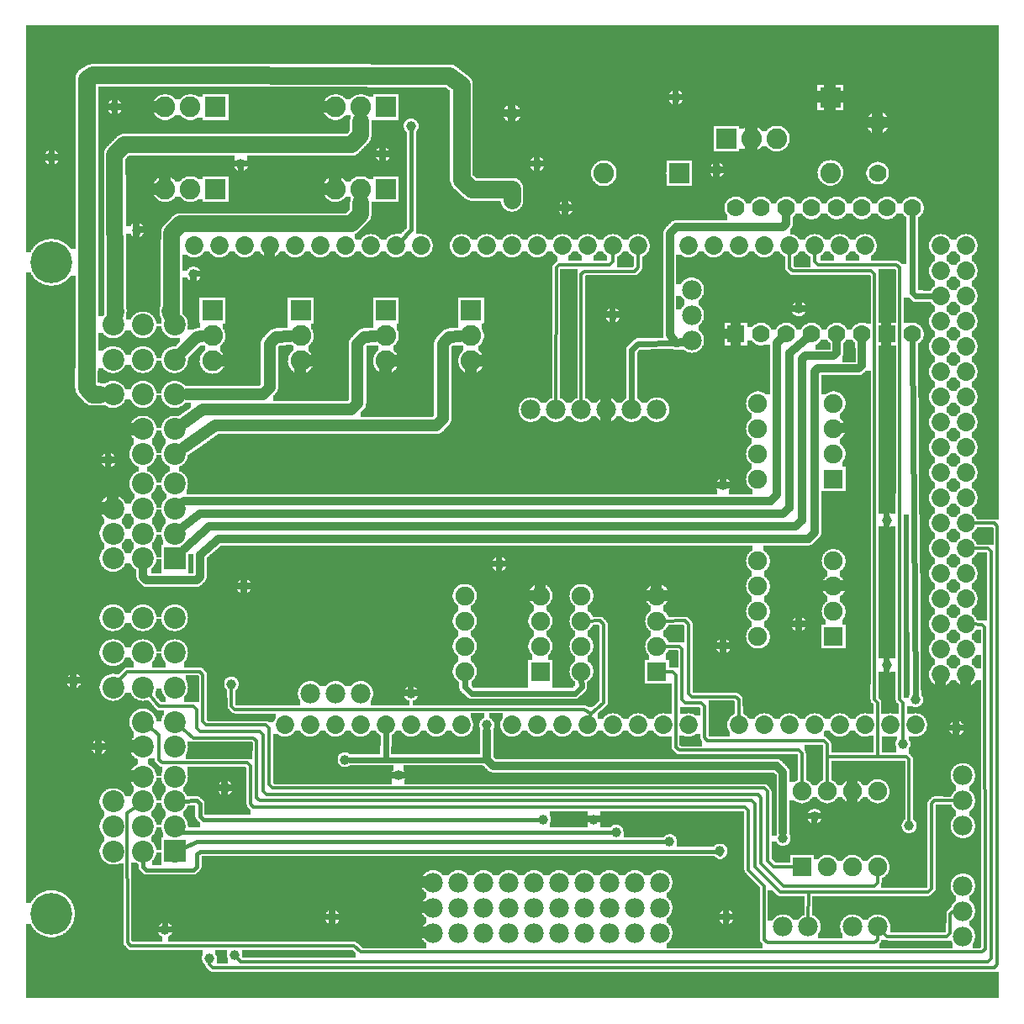
<source format=gbl>
G04 MADE WITH FRITZING*
G04 WWW.FRITZING.ORG*
G04 DOUBLE SIDED*
G04 HOLES PLATED*
G04 CONTOUR ON CENTER OF CONTOUR VECTOR*
%ASAXBY*%
%FSLAX23Y23*%
%MOIN*%
%OFA0B0*%
%SFA1.0B1.0*%
%ADD10C,0.075000*%
%ADD11C,0.078000*%
%ADD12C,0.039370*%
%ADD13C,0.082000*%
%ADD14C,0.070000*%
%ADD15C,0.086603*%
%ADD16C,0.165354*%
%ADD17C,0.072917*%
%ADD18C,0.051496*%
%ADD19R,0.075000X0.075000*%
%ADD20R,0.082000X0.082000*%
%ADD21R,0.070000X0.070000*%
%ADD22C,0.012000*%
%ADD23C,0.024000*%
%ADD24C,0.016000*%
%ADD25C,0.032000*%
%ADD26C,0.065000*%
%ADD27C,0.048000*%
%ADD28R,0.001000X0.001000*%
%LNCOPPER0*%
G90*
G70*
G54D10*
X3455Y3063D03*
X123Y3823D03*
X3624Y916D03*
X2651Y717D03*
X114Y2786D03*
G54D11*
X2542Y2374D03*
X2442Y2374D03*
X2342Y2374D03*
X2242Y2374D03*
X2142Y2374D03*
X2042Y2374D03*
G54D12*
X1917Y1761D03*
X2805Y1436D03*
G54D10*
X2080Y1336D03*
X1780Y1336D03*
X2080Y1436D03*
X1780Y1436D03*
X2080Y1536D03*
X1780Y1536D03*
X2080Y1636D03*
X1780Y1636D03*
X2542Y1336D03*
X2242Y1336D03*
X2542Y1436D03*
X2242Y1436D03*
X2542Y1536D03*
X2242Y1536D03*
X2542Y1636D03*
X2242Y1636D03*
G54D13*
X2817Y3449D03*
X2917Y3449D03*
X3017Y3449D03*
G54D12*
X2780Y3324D03*
X2617Y3611D03*
G54D10*
X3242Y1474D03*
X2942Y1474D03*
X3242Y1574D03*
X2942Y1574D03*
X3242Y1674D03*
X2942Y1674D03*
X3242Y1774D03*
X2942Y1774D03*
X3242Y2099D03*
X2942Y2099D03*
X3242Y2199D03*
X2942Y2199D03*
X3242Y2299D03*
X2942Y2299D03*
X3242Y2399D03*
X2942Y2399D03*
G54D14*
X3417Y3511D03*
X3417Y3311D03*
G54D11*
X2455Y299D03*
X2355Y299D03*
X2255Y299D03*
X2155Y299D03*
X2055Y299D03*
X1955Y299D03*
X1855Y299D03*
X1755Y299D03*
X2455Y399D03*
X2355Y399D03*
X2255Y399D03*
X2155Y399D03*
X2055Y399D03*
X1955Y399D03*
X1855Y399D03*
X1755Y399D03*
X2455Y499D03*
X2355Y499D03*
X2255Y499D03*
X2155Y499D03*
X2055Y499D03*
X1955Y499D03*
X1855Y499D03*
X1755Y499D03*
X1655Y499D03*
X1655Y399D03*
X1655Y299D03*
X2555Y499D03*
X2555Y399D03*
X2555Y299D03*
G54D12*
X855Y1286D03*
X767Y199D03*
X867Y211D03*
X2817Y361D03*
X367Y2174D03*
X230Y1299D03*
X830Y874D03*
X3730Y1111D03*
X3167Y761D03*
X3455Y1361D03*
X592Y311D03*
X1255Y361D03*
X3455Y1936D03*
X1867Y1124D03*
X2067Y3349D03*
X2180Y3174D03*
X1567Y1249D03*
X1305Y986D03*
X1517Y924D03*
X2092Y749D03*
X2792Y624D03*
X330Y1036D03*
X3105Y2774D03*
X905Y1674D03*
X480Y3086D03*
X2380Y699D03*
X2592Y661D03*
G54D15*
X630Y2572D03*
X630Y2434D03*
X630Y2297D03*
X630Y2198D03*
X630Y2080D03*
X630Y1982D03*
X630Y1883D03*
X630Y1785D03*
X630Y1411D03*
X630Y1273D03*
X630Y1135D03*
X630Y1037D03*
X630Y919D03*
X630Y820D03*
X630Y722D03*
X630Y623D03*
X504Y2710D03*
X504Y2572D03*
X504Y2434D03*
X504Y2297D03*
X504Y2198D03*
X504Y2080D03*
X504Y1982D03*
X504Y1883D03*
X504Y1785D03*
X504Y1549D03*
X504Y1411D03*
X504Y1273D03*
X504Y1135D03*
X504Y1037D03*
X504Y919D03*
X504Y820D03*
X504Y722D03*
X504Y623D03*
X386Y2710D03*
X386Y2572D03*
X386Y2434D03*
X386Y1982D03*
X386Y1883D03*
X386Y1785D03*
X386Y1549D03*
X386Y1411D03*
X386Y1273D03*
X386Y820D03*
X386Y722D03*
X386Y623D03*
X630Y1549D03*
X630Y2710D03*
G54D16*
X142Y2958D03*
X142Y376D03*
G54D15*
X630Y2572D03*
X630Y2434D03*
X630Y2297D03*
X630Y2198D03*
X630Y2080D03*
X630Y1982D03*
X630Y1883D03*
X630Y1785D03*
X630Y1411D03*
X630Y1273D03*
X630Y1135D03*
X630Y1037D03*
X630Y919D03*
X630Y820D03*
X630Y722D03*
X630Y623D03*
X504Y2710D03*
X504Y2572D03*
X504Y2434D03*
X504Y2297D03*
X504Y2198D03*
X504Y2080D03*
X504Y1982D03*
X504Y1883D03*
X504Y1785D03*
X504Y1549D03*
X504Y1411D03*
X504Y1273D03*
X504Y1135D03*
X504Y1037D03*
X504Y919D03*
X504Y820D03*
X504Y722D03*
X504Y623D03*
X386Y2710D03*
X386Y2572D03*
X386Y2434D03*
X386Y1982D03*
X386Y1883D03*
X386Y1785D03*
X386Y1549D03*
X386Y1411D03*
X386Y1273D03*
X386Y820D03*
X386Y722D03*
X386Y623D03*
X630Y1549D03*
X630Y2710D03*
G54D16*
X142Y2958D03*
X142Y376D03*
G54D12*
X3042Y674D03*
X3567Y1224D03*
X2805Y2074D03*
X1567Y3499D03*
X3542Y724D03*
X3517Y1049D03*
X2367Y2749D03*
X1455Y3386D03*
X392Y3574D03*
X2292Y749D03*
X892Y3349D03*
X705Y2911D03*
G54D14*
X3555Y3174D03*
X3555Y2674D03*
X3455Y3174D03*
X3455Y2674D03*
X3355Y3174D03*
X3355Y2674D03*
X3255Y3174D03*
X3255Y2674D03*
X3155Y3174D03*
X3155Y2674D03*
X3055Y3174D03*
X3055Y2674D03*
X2955Y3174D03*
X2955Y2674D03*
X2855Y3174D03*
X2855Y2674D03*
G54D12*
X142Y3374D03*
G54D11*
X1367Y1249D03*
X1267Y1249D03*
X1167Y1249D03*
G54D12*
X3105Y1524D03*
G54D10*
X3117Y561D03*
X3117Y861D03*
X3217Y561D03*
X3217Y861D03*
X3317Y561D03*
X3317Y861D03*
X3417Y561D03*
X3417Y861D03*
G54D17*
X2967Y1124D03*
X1367Y1124D03*
X3067Y1124D03*
X3167Y1124D03*
X3267Y1124D03*
X3367Y1124D03*
X3667Y2524D03*
X3467Y1124D03*
X3567Y1124D03*
X1407Y3024D03*
X1967Y1124D03*
X2067Y1124D03*
X2167Y1124D03*
X2267Y1124D03*
X3667Y1724D03*
X2367Y1124D03*
X2467Y1124D03*
X2567Y1124D03*
X2667Y1124D03*
X2167Y3024D03*
X3667Y2924D03*
X3667Y2124D03*
X3667Y1324D03*
X1007Y3024D03*
X1767Y1124D03*
X1767Y3024D03*
X3667Y2724D03*
X3667Y2324D03*
X3667Y1924D03*
X3367Y3024D03*
X3667Y1524D03*
X3267Y3024D03*
X3167Y3024D03*
X3067Y3024D03*
X2967Y3024D03*
X2867Y3024D03*
X2767Y3024D03*
X2667Y3024D03*
X807Y3024D03*
X1207Y3024D03*
X1607Y3024D03*
X1167Y1124D03*
X1567Y1124D03*
X2367Y3024D03*
X1967Y3024D03*
X3667Y3024D03*
X3667Y2824D03*
X3667Y2624D03*
X3667Y2424D03*
X3667Y2224D03*
X3667Y2024D03*
X3667Y1824D03*
X3667Y1624D03*
X3667Y1424D03*
X707Y3024D03*
X907Y3024D03*
X1107Y3024D03*
X1307Y3024D03*
X1507Y3024D03*
X1067Y1124D03*
X1267Y1124D03*
X1467Y1124D03*
X1667Y1124D03*
X2467Y3024D03*
X2267Y3024D03*
X2067Y3024D03*
X1867Y3024D03*
X3767Y3024D03*
X3767Y2924D03*
X3767Y2824D03*
X3767Y2724D03*
X3767Y2624D03*
X3767Y2524D03*
X3767Y2424D03*
X3767Y2324D03*
X3767Y2224D03*
X3767Y2124D03*
X3767Y2024D03*
X3767Y1924D03*
X3767Y1824D03*
X3767Y1724D03*
X3767Y1624D03*
X3767Y1524D03*
X3767Y1424D03*
X3767Y1324D03*
X2867Y1124D03*
G54D13*
X1130Y2767D03*
X1130Y2667D03*
X1130Y2567D03*
X1805Y2767D03*
X1805Y2667D03*
X1805Y2567D03*
X1467Y2767D03*
X1467Y2667D03*
X1467Y2567D03*
X780Y2767D03*
X780Y2667D03*
X780Y2567D03*
G54D11*
X3755Y286D03*
X3755Y386D03*
X3755Y486D03*
X3755Y924D03*
X3755Y824D03*
X3755Y724D03*
X2680Y2849D03*
X2680Y2749D03*
X2680Y2649D03*
X3042Y324D03*
X3142Y324D03*
X3417Y324D03*
X3317Y324D03*
G54D13*
X3230Y3611D03*
X3230Y3313D03*
X2630Y3311D03*
X2332Y3311D03*
G54D18*
X1967Y3253D03*
X1967Y3549D03*
G54D13*
X792Y3249D03*
X692Y3249D03*
X592Y3249D03*
X1467Y3574D03*
X1367Y3574D03*
X1267Y3574D03*
X792Y3574D03*
X692Y3574D03*
X592Y3574D03*
X1467Y3249D03*
X1367Y3249D03*
X1267Y3249D03*
G54D19*
X2080Y1336D03*
X2542Y1336D03*
G54D20*
X2817Y3449D03*
G54D19*
X3242Y1474D03*
X3242Y2099D03*
G54D21*
X2855Y2674D03*
X3455Y2674D03*
G54D19*
X3117Y561D03*
G54D20*
X1130Y2767D03*
X1805Y2767D03*
X1467Y2767D03*
X780Y2767D03*
X3230Y3612D03*
X2631Y3311D03*
X792Y3249D03*
X1467Y3574D03*
X792Y3574D03*
X1467Y3249D03*
G54D22*
X2255Y2923D02*
X2242Y2911D01*
D02*
X2455Y2923D02*
X2255Y2923D01*
D02*
X2468Y2937D02*
X2455Y2923D01*
D02*
X2242Y2911D02*
X2242Y2398D01*
D02*
X2467Y2999D02*
X2468Y2937D01*
D02*
X2155Y2949D02*
X2143Y2937D01*
D02*
X2354Y2949D02*
X2155Y2949D01*
D02*
X2368Y2961D02*
X2354Y2949D01*
D02*
X2143Y2937D02*
X2142Y2398D01*
D02*
X2368Y2999D02*
X2368Y2961D01*
G54D23*
D02*
X2442Y2611D02*
X2468Y2635D01*
D02*
X2468Y2635D02*
X2617Y2637D01*
D02*
X2442Y2404D02*
X2442Y2611D01*
G54D22*
D02*
X2317Y1537D02*
X2330Y1523D01*
D02*
X2330Y1212D02*
X2282Y1169D01*
D02*
X2330Y1523D02*
X2330Y1212D01*
D02*
X2265Y1536D02*
X2317Y1537D01*
G54D23*
D02*
X1780Y1274D02*
X1806Y1249D01*
D02*
X2243Y1274D02*
X2242Y1308D01*
D02*
X2217Y1249D02*
X2243Y1274D01*
D02*
X1806Y1249D02*
X2217Y1249D01*
D02*
X1780Y1308D02*
X1780Y1274D01*
D02*
X1867Y986D02*
X1467Y986D01*
G54D22*
D02*
X454Y249D02*
X1342Y249D01*
D02*
X1342Y249D02*
X1368Y224D01*
D02*
X1368Y224D02*
X3831Y224D01*
D02*
X443Y262D02*
X454Y249D01*
D02*
X3831Y224D02*
X3843Y236D01*
D02*
X3843Y236D02*
X3842Y1512D01*
D02*
X3830Y1523D02*
X3792Y1524D01*
D02*
X3842Y1512D02*
X3830Y1523D01*
D02*
X442Y774D02*
X443Y262D01*
D02*
X481Y803D02*
X442Y774D01*
G54D23*
D02*
X1467Y986D02*
X1467Y1094D01*
D02*
X1324Y986D02*
X1467Y986D01*
G54D24*
D02*
X743Y749D02*
X2079Y749D01*
D02*
X730Y761D02*
X743Y749D01*
D02*
X730Y811D02*
X730Y761D01*
D02*
X717Y824D02*
X730Y811D01*
D02*
X659Y821D02*
X717Y824D01*
D02*
X718Y661D02*
X667Y639D01*
D02*
X2579Y661D02*
X718Y661D01*
D02*
X2792Y623D02*
X730Y623D01*
D02*
X718Y561D02*
X704Y549D01*
D02*
X718Y612D02*
X718Y561D01*
D02*
X730Y623D02*
X718Y612D01*
D02*
X704Y549D02*
X517Y549D01*
D02*
X2792Y610D02*
X2792Y623D01*
D02*
X505Y561D02*
X504Y594D01*
D02*
X517Y549D02*
X505Y561D01*
G54D25*
D02*
X2593Y2673D02*
X2593Y3073D01*
D02*
X3042Y3099D02*
X3055Y3112D01*
D02*
X3055Y3112D02*
X3055Y3142D01*
D02*
X2617Y3099D02*
X3042Y3099D01*
D02*
X2593Y3073D02*
X2617Y3099D01*
D02*
X2617Y2637D02*
X2593Y2673D01*
D02*
X2645Y2642D02*
X2617Y2637D01*
G54D26*
D02*
X654Y3111D02*
X1330Y3111D01*
D02*
X1330Y3111D02*
X1367Y3148D01*
D02*
X618Y3074D02*
X654Y3111D01*
D02*
X1367Y3148D02*
X1367Y3194D01*
D02*
X617Y2749D02*
X618Y3074D01*
D02*
X612Y2764D02*
X617Y2749D01*
D02*
X430Y3424D02*
X1330Y3424D01*
D02*
X1330Y3424D02*
X1367Y3461D01*
D02*
X392Y3386D02*
X430Y3424D01*
D02*
X1367Y3461D02*
X1367Y3519D01*
D02*
X394Y2749D02*
X392Y3386D01*
D02*
X397Y2766D02*
X394Y2749D01*
G54D25*
D02*
X662Y1908D02*
X730Y1961D01*
D02*
X3092Y1912D02*
X3117Y1935D01*
D02*
X767Y1912D02*
X3092Y1912D01*
D02*
X668Y1820D02*
X767Y1912D01*
D02*
X731Y1798D02*
X804Y1861D01*
D02*
X730Y1711D02*
X731Y1798D01*
D02*
X717Y1698D02*
X730Y1711D01*
D02*
X518Y1698D02*
X717Y1698D01*
D02*
X505Y1711D02*
X518Y1698D01*
D02*
X504Y1745D02*
X505Y1711D01*
G54D27*
D02*
X792Y2311D02*
X668Y2224D01*
D02*
X1668Y2311D02*
X792Y2311D01*
D02*
X1693Y2337D02*
X1668Y2311D01*
D02*
X1693Y2636D02*
X1693Y2337D01*
D02*
X1717Y2662D02*
X1693Y2636D01*
D02*
X1762Y2665D02*
X1717Y2662D01*
G54D23*
D02*
X380Y620D02*
X386Y623D01*
G54D24*
D02*
X630Y699D02*
X630Y693D01*
D02*
X2366Y699D02*
X630Y699D01*
G54D23*
D02*
X3567Y2824D02*
X3554Y2837D01*
D02*
X3554Y2837D02*
X3555Y3148D01*
D02*
X3637Y2824D02*
X3567Y2824D01*
G54D14*
D02*
X1767Y3285D02*
X1806Y3249D01*
D02*
X1767Y3660D02*
X1767Y3285D01*
D02*
X1717Y3699D02*
X1767Y3660D01*
D02*
X304Y3700D02*
X1717Y3699D01*
D02*
X281Y3685D02*
X304Y3700D01*
D02*
X280Y2462D02*
X281Y3685D01*
D02*
X1967Y3249D02*
X1967Y3204D01*
D02*
X1806Y3249D02*
X1967Y3249D01*
D02*
X304Y2436D02*
X280Y2462D01*
D02*
X329Y2435D02*
X304Y2436D01*
G54D27*
D02*
X742Y2374D02*
X1330Y2374D01*
D02*
X668Y2323D02*
X742Y2374D01*
G54D22*
D02*
X3218Y1048D02*
X3217Y999D01*
D02*
X2729Y1074D02*
X2742Y1062D01*
D02*
X2642Y1424D02*
X2642Y1224D01*
D02*
X2642Y1224D02*
X2655Y1211D01*
D02*
X2655Y1211D02*
X2718Y1211D01*
D02*
X2718Y1211D02*
X2730Y1199D01*
D02*
X2730Y1199D02*
X2729Y1074D01*
D02*
X2630Y1436D02*
X2642Y1424D01*
D02*
X2742Y1062D02*
X3205Y1061D01*
D02*
X3205Y1061D02*
X3218Y1048D01*
D02*
X2565Y1436D02*
X2630Y1436D01*
D02*
X2667Y1248D02*
X2680Y1236D01*
D02*
X2655Y1537D02*
X2667Y1523D01*
D02*
X2565Y1536D02*
X2655Y1537D01*
D02*
X2667Y1523D02*
X2667Y1248D01*
D02*
X2867Y1224D02*
X2867Y1148D01*
D02*
X2855Y1236D02*
X2867Y1224D01*
D02*
X2680Y1236D02*
X2855Y1236D01*
D02*
X3705Y298D02*
X3705Y374D01*
D02*
X3705Y374D02*
X3718Y386D01*
D02*
X3718Y386D02*
X3730Y386D01*
D02*
X3692Y286D02*
X3705Y298D01*
D02*
X3455Y286D02*
X3692Y286D01*
D02*
X3435Y306D02*
X3455Y286D01*
D02*
X3530Y999D02*
X3418Y999D01*
D02*
X3542Y987D02*
X3530Y999D01*
D02*
X3542Y737D02*
X3542Y987D01*
D02*
X3617Y461D02*
X3630Y474D01*
D02*
X3630Y811D02*
X3642Y824D01*
D02*
X3642Y824D02*
X3730Y824D01*
D02*
X3143Y461D02*
X3617Y461D01*
D02*
X3630Y474D02*
X3630Y811D01*
D02*
X3142Y348D02*
X3143Y461D01*
G54D25*
D02*
X3042Y936D02*
X3018Y962D01*
D02*
X1867Y986D02*
X1867Y1099D01*
D02*
X1893Y961D02*
X1867Y986D01*
D02*
X3018Y962D02*
X1893Y961D01*
D02*
X3042Y698D02*
X3042Y936D01*
G54D23*
D02*
X3555Y2648D02*
X3567Y1243D01*
G54D22*
D02*
X3217Y999D02*
X3217Y884D01*
D02*
X3418Y999D02*
X3217Y999D01*
G54D27*
D02*
X1006Y2461D02*
X979Y2436D01*
D02*
X1006Y2636D02*
X1006Y2461D01*
D02*
X1030Y2662D02*
X1006Y2636D01*
D02*
X979Y2436D02*
X676Y2435D01*
D02*
X1087Y2665D02*
X1030Y2662D01*
D02*
X718Y2662D02*
X662Y2605D01*
D02*
X737Y2664D02*
X718Y2662D01*
D02*
X1380Y2662D02*
X1424Y2665D01*
D02*
X1355Y2636D02*
X1380Y2662D01*
D02*
X1355Y2399D02*
X1355Y2636D01*
D02*
X1330Y2374D02*
X1355Y2399D01*
G54D25*
D02*
X3355Y2549D02*
X3355Y2642D01*
D02*
X3342Y2537D02*
X3355Y2549D01*
D02*
X3180Y2537D02*
X3342Y2537D01*
D02*
X3167Y2524D02*
X3180Y2537D01*
D02*
X3168Y1887D02*
X3167Y2524D01*
D02*
X3143Y1861D02*
X3168Y1887D01*
D02*
X804Y1861D02*
X3143Y1861D01*
D02*
X3130Y2587D02*
X3242Y2587D01*
D02*
X3242Y2587D02*
X3255Y2599D01*
D02*
X3255Y2599D02*
X3255Y2642D01*
D02*
X3117Y2574D02*
X3130Y2587D01*
D02*
X3117Y1935D02*
X3117Y2574D01*
D02*
X2993Y2011D02*
X3018Y2037D01*
D02*
X661Y2007D02*
X668Y2012D01*
D02*
X3017Y2637D02*
X3032Y2652D01*
D02*
X3018Y2037D02*
X3017Y2637D01*
D02*
X3042Y1961D02*
X3067Y1986D01*
D02*
X730Y1961D02*
X3042Y1961D01*
D02*
X3067Y2599D02*
X3131Y2653D01*
D02*
X3067Y1986D02*
X3067Y2599D01*
G54D22*
D02*
X2605Y1336D02*
X2565Y1336D01*
D02*
X2618Y1323D02*
X2605Y1336D01*
D02*
X2617Y1036D02*
X2618Y1323D01*
D02*
X2629Y1024D02*
X2617Y1036D01*
D02*
X3105Y1024D02*
X2629Y1024D01*
D02*
X3117Y1011D02*
X3105Y1024D01*
D02*
X3117Y884D02*
X3117Y1011D01*
D02*
X1517Y3024D02*
X1507Y3024D01*
G54D24*
D02*
X1567Y3087D02*
X1524Y3042D01*
D02*
X1567Y3485D02*
X1567Y3087D01*
G54D22*
D02*
X3505Y1224D02*
X3518Y1211D01*
D02*
X3518Y1211D02*
X3517Y1062D01*
D02*
X3505Y2937D02*
X3505Y1224D01*
D02*
X3180Y2949D02*
X3492Y2949D01*
D02*
X3492Y2949D02*
X3505Y2937D01*
D02*
X3167Y2962D02*
X3180Y2949D01*
D02*
X3167Y2999D02*
X3167Y2962D01*
D02*
X3067Y2936D02*
X3067Y2999D01*
D02*
X3392Y2924D02*
X3080Y2924D01*
D02*
X3080Y2924D02*
X3067Y2936D01*
D02*
X3405Y2912D02*
X3392Y2924D01*
D02*
X3417Y1211D02*
X3405Y1224D01*
D02*
X3405Y1224D02*
X3405Y2912D01*
D02*
X3418Y999D02*
X3417Y1211D01*
D02*
X3417Y273D02*
X3417Y299D01*
D02*
X3405Y261D02*
X3417Y273D01*
D02*
X2980Y261D02*
X3405Y261D01*
D02*
X2967Y273D02*
X2980Y261D01*
D02*
X2930Y561D02*
X3030Y461D01*
D02*
X2930Y811D02*
X2930Y561D01*
D02*
X3030Y461D02*
X3143Y461D01*
D02*
X2917Y824D02*
X2930Y811D01*
D02*
X968Y824D02*
X2917Y824D01*
D02*
X955Y836D02*
X968Y824D01*
D02*
X955Y1061D02*
X955Y836D01*
D02*
X942Y1073D02*
X955Y1061D01*
D02*
X705Y1073D02*
X942Y1073D01*
D02*
X652Y1117D02*
X705Y1073D01*
D02*
X2967Y486D02*
X2905Y549D01*
D02*
X930Y811D02*
X930Y961D01*
D02*
X942Y798D02*
X930Y811D01*
D02*
X567Y1086D02*
X527Y1117D01*
D02*
X567Y986D02*
X567Y1086D01*
D02*
X580Y974D02*
X567Y986D01*
D02*
X917Y974D02*
X580Y974D01*
D02*
X930Y961D02*
X917Y974D01*
D02*
X2892Y798D02*
X942Y798D01*
D02*
X2905Y786D02*
X2892Y798D01*
D02*
X2905Y549D02*
X2905Y786D01*
D02*
X2967Y273D02*
X2967Y486D01*
D02*
X3855Y186D02*
X3868Y199D01*
D02*
X892Y186D02*
X3855Y186D01*
D02*
X3854Y1824D02*
X3792Y1824D01*
D02*
X877Y202D02*
X892Y186D01*
D02*
X3868Y199D02*
X3867Y1811D01*
D02*
X3867Y1811D02*
X3854Y1824D01*
D02*
X3892Y174D02*
X3892Y1911D01*
D02*
X3892Y1911D02*
X3880Y1924D01*
D02*
X780Y161D02*
X3880Y161D01*
D02*
X768Y174D02*
X780Y161D01*
D02*
X767Y185D02*
X768Y174D01*
D02*
X3880Y161D02*
X3892Y174D01*
D02*
X3880Y1924D02*
X3792Y1924D01*
D02*
X1004Y887D02*
X1017Y874D01*
D02*
X1005Y1111D02*
X1004Y887D01*
D02*
X742Y1137D02*
X755Y1124D01*
D02*
X742Y1323D02*
X742Y1137D01*
D02*
X730Y1336D02*
X742Y1323D01*
D02*
X992Y1124D02*
X1005Y1111D01*
D02*
X755Y1124D02*
X992Y1124D01*
D02*
X442Y1336D02*
X730Y1336D01*
D02*
X405Y1295D02*
X442Y1336D01*
D02*
X2980Y586D02*
X3004Y562D01*
D02*
X3004Y562D02*
X3094Y561D01*
D02*
X2979Y861D02*
X2980Y586D01*
D02*
X2967Y874D02*
X2979Y861D01*
D02*
X1017Y874D02*
X2967Y874D01*
D02*
X967Y1098D02*
X980Y1086D01*
D02*
X717Y1112D02*
X730Y1098D01*
D02*
X717Y1186D02*
X717Y1112D01*
D02*
X730Y1098D02*
X967Y1098D01*
D02*
X705Y1199D02*
X717Y1186D01*
D02*
X567Y1199D02*
X705Y1199D01*
D02*
X523Y1251D02*
X567Y1199D01*
D02*
X980Y861D02*
X993Y849D01*
D02*
X980Y1086D02*
X980Y861D01*
D02*
X3043Y486D02*
X3405Y486D01*
D02*
X2955Y574D02*
X3043Y486D01*
D02*
X2955Y836D02*
X2955Y574D01*
D02*
X2943Y849D02*
X2955Y836D01*
D02*
X993Y849D02*
X2943Y849D01*
D02*
X3417Y498D02*
X3417Y538D01*
D02*
X3405Y486D02*
X3417Y498D01*
D02*
X855Y1199D02*
X855Y1273D01*
D02*
X867Y1186D02*
X855Y1199D01*
D02*
X2255Y1186D02*
X867Y1186D01*
D02*
X2282Y1169D02*
X2255Y1186D01*
D02*
X2275Y1147D02*
X2282Y1169D01*
G36*
X3094Y3153D02*
X3094Y3151D01*
X3092Y3151D01*
X3092Y3147D01*
X3090Y3147D01*
X3090Y3145D01*
X3088Y3145D01*
X3088Y3143D01*
X3086Y3143D01*
X3086Y3141D01*
X3084Y3141D01*
X3084Y3139D01*
X3082Y3139D01*
X3082Y3137D01*
X3080Y3137D01*
X3080Y3129D01*
X3144Y3129D01*
X3144Y3131D01*
X3138Y3131D01*
X3138Y3133D01*
X3134Y3133D01*
X3134Y3135D01*
X3130Y3135D01*
X3130Y3137D01*
X3128Y3137D01*
X3128Y3139D01*
X3126Y3139D01*
X3126Y3141D01*
X3124Y3141D01*
X3124Y3143D01*
X3122Y3143D01*
X3122Y3145D01*
X3120Y3145D01*
X3120Y3147D01*
X3118Y3147D01*
X3118Y3149D01*
X3116Y3149D01*
X3116Y3153D01*
X3094Y3153D01*
G37*
D02*
G36*
X3194Y3153D02*
X3194Y3151D01*
X3192Y3151D01*
X3192Y3147D01*
X3190Y3147D01*
X3190Y3145D01*
X3188Y3145D01*
X3188Y3143D01*
X3186Y3143D01*
X3186Y3141D01*
X3184Y3141D01*
X3184Y3139D01*
X3182Y3139D01*
X3182Y3137D01*
X3180Y3137D01*
X3180Y3135D01*
X3176Y3135D01*
X3176Y3133D01*
X3172Y3133D01*
X3172Y3131D01*
X3164Y3131D01*
X3164Y3129D01*
X3244Y3129D01*
X3244Y3131D01*
X3238Y3131D01*
X3238Y3133D01*
X3234Y3133D01*
X3234Y3135D01*
X3230Y3135D01*
X3230Y3137D01*
X3228Y3137D01*
X3228Y3139D01*
X3226Y3139D01*
X3226Y3141D01*
X3224Y3141D01*
X3224Y3143D01*
X3222Y3143D01*
X3222Y3145D01*
X3220Y3145D01*
X3220Y3147D01*
X3218Y3147D01*
X3218Y3149D01*
X3216Y3149D01*
X3216Y3153D01*
X3194Y3153D01*
G37*
D02*
G36*
X3294Y3153D02*
X3294Y3151D01*
X3292Y3151D01*
X3292Y3147D01*
X3290Y3147D01*
X3290Y3145D01*
X3288Y3145D01*
X3288Y3143D01*
X3286Y3143D01*
X3286Y3141D01*
X3284Y3141D01*
X3284Y3139D01*
X3282Y3139D01*
X3282Y3137D01*
X3278Y3137D01*
X3278Y3135D01*
X3276Y3135D01*
X3276Y3133D01*
X3272Y3133D01*
X3272Y3131D01*
X3264Y3131D01*
X3264Y3129D01*
X3344Y3129D01*
X3344Y3131D01*
X3338Y3131D01*
X3338Y3133D01*
X3334Y3133D01*
X3334Y3135D01*
X3330Y3135D01*
X3330Y3137D01*
X3328Y3137D01*
X3328Y3139D01*
X3326Y3139D01*
X3326Y3141D01*
X3324Y3141D01*
X3324Y3143D01*
X3322Y3143D01*
X3322Y3145D01*
X3320Y3145D01*
X3320Y3147D01*
X3318Y3147D01*
X3318Y3149D01*
X3316Y3149D01*
X3316Y3153D01*
X3294Y3153D01*
G37*
D02*
G36*
X3394Y3153D02*
X3394Y3151D01*
X3392Y3151D01*
X3392Y3147D01*
X3390Y3147D01*
X3390Y3145D01*
X3388Y3145D01*
X3388Y3143D01*
X3386Y3143D01*
X3386Y3141D01*
X3384Y3141D01*
X3384Y3139D01*
X3382Y3139D01*
X3382Y3137D01*
X3378Y3137D01*
X3378Y3135D01*
X3376Y3135D01*
X3376Y3133D01*
X3372Y3133D01*
X3372Y3131D01*
X3364Y3131D01*
X3364Y3129D01*
X3444Y3129D01*
X3444Y3131D01*
X3438Y3131D01*
X3438Y3133D01*
X3434Y3133D01*
X3434Y3135D01*
X3430Y3135D01*
X3430Y3137D01*
X3428Y3137D01*
X3428Y3139D01*
X3426Y3139D01*
X3426Y3141D01*
X3424Y3141D01*
X3424Y3143D01*
X3422Y3143D01*
X3422Y3145D01*
X3420Y3145D01*
X3420Y3147D01*
X3418Y3147D01*
X3418Y3149D01*
X3416Y3149D01*
X3416Y3153D01*
X3394Y3153D01*
G37*
D02*
G36*
X3494Y3153D02*
X3494Y3151D01*
X3492Y3151D01*
X3492Y3147D01*
X3490Y3147D01*
X3490Y3145D01*
X3488Y3145D01*
X3488Y3143D01*
X3486Y3143D01*
X3486Y3141D01*
X3484Y3141D01*
X3484Y3139D01*
X3482Y3139D01*
X3482Y3137D01*
X3478Y3137D01*
X3478Y3135D01*
X3476Y3135D01*
X3476Y3133D01*
X3472Y3133D01*
X3472Y3131D01*
X3464Y3131D01*
X3464Y3129D01*
X3532Y3129D01*
X3532Y3135D01*
X3530Y3135D01*
X3530Y3137D01*
X3528Y3137D01*
X3528Y3139D01*
X3526Y3139D01*
X3526Y3141D01*
X3524Y3141D01*
X3524Y3143D01*
X3522Y3143D01*
X3522Y3145D01*
X3520Y3145D01*
X3520Y3147D01*
X3518Y3147D01*
X3518Y3149D01*
X3516Y3149D01*
X3516Y3153D01*
X3494Y3153D01*
G37*
D02*
G36*
X3080Y3129D02*
X3080Y3127D01*
X3532Y3127D01*
X3532Y3129D01*
X3080Y3129D01*
G37*
D02*
G36*
X3080Y3129D02*
X3080Y3127D01*
X3532Y3127D01*
X3532Y3129D01*
X3080Y3129D01*
G37*
D02*
G36*
X3080Y3129D02*
X3080Y3127D01*
X3532Y3127D01*
X3532Y3129D01*
X3080Y3129D01*
G37*
D02*
G36*
X3080Y3129D02*
X3080Y3127D01*
X3532Y3127D01*
X3532Y3129D01*
X3080Y3129D01*
G37*
D02*
G36*
X3080Y3129D02*
X3080Y3127D01*
X3532Y3127D01*
X3532Y3129D01*
X3080Y3129D01*
G37*
D02*
G36*
X3080Y3127D02*
X3080Y3103D01*
X3078Y3103D01*
X3078Y3099D01*
X3076Y3099D01*
X3076Y3095D01*
X3074Y3095D01*
X3074Y3093D01*
X3072Y3093D01*
X3072Y3091D01*
X3070Y3091D01*
X3070Y3071D01*
X3370Y3071D01*
X3370Y3069D01*
X3380Y3069D01*
X3380Y3067D01*
X3386Y3067D01*
X3386Y3065D01*
X3390Y3065D01*
X3390Y3063D01*
X3394Y3063D01*
X3394Y3061D01*
X3396Y3061D01*
X3396Y3059D01*
X3398Y3059D01*
X3398Y3057D01*
X3400Y3057D01*
X3400Y3055D01*
X3402Y3055D01*
X3402Y3053D01*
X3404Y3053D01*
X3404Y3051D01*
X3406Y3051D01*
X3406Y3047D01*
X3408Y3047D01*
X3408Y3043D01*
X3410Y3043D01*
X3410Y3039D01*
X3412Y3039D01*
X3412Y3031D01*
X3414Y3031D01*
X3414Y3015D01*
X3412Y3015D01*
X3412Y3009D01*
X3410Y3009D01*
X3410Y3003D01*
X3408Y3003D01*
X3408Y3001D01*
X3406Y3001D01*
X3406Y2997D01*
X3404Y2997D01*
X3404Y2995D01*
X3402Y2995D01*
X3402Y2991D01*
X3400Y2991D01*
X3400Y2989D01*
X3396Y2989D01*
X3396Y2987D01*
X3394Y2987D01*
X3394Y2985D01*
X3390Y2985D01*
X3390Y2965D01*
X3496Y2965D01*
X3496Y2963D01*
X3500Y2963D01*
X3500Y2961D01*
X3504Y2961D01*
X3504Y2959D01*
X3506Y2959D01*
X3506Y2957D01*
X3508Y2957D01*
X3508Y2955D01*
X3510Y2955D01*
X3510Y2953D01*
X3512Y2953D01*
X3512Y2951D01*
X3532Y2951D01*
X3532Y3127D01*
X3080Y3127D01*
G37*
D02*
G36*
X3070Y3071D02*
X3070Y3069D01*
X3080Y3069D01*
X3080Y3067D01*
X3086Y3067D01*
X3086Y3065D01*
X3090Y3065D01*
X3090Y3063D01*
X3094Y3063D01*
X3094Y3061D01*
X3096Y3061D01*
X3096Y3059D01*
X3098Y3059D01*
X3098Y3057D01*
X3100Y3057D01*
X3100Y3055D01*
X3102Y3055D01*
X3102Y3053D01*
X3104Y3053D01*
X3104Y3051D01*
X3106Y3051D01*
X3106Y3047D01*
X3128Y3047D01*
X3128Y3049D01*
X3130Y3049D01*
X3130Y3053D01*
X3132Y3053D01*
X3132Y3055D01*
X3134Y3055D01*
X3134Y3057D01*
X3136Y3057D01*
X3136Y3059D01*
X3138Y3059D01*
X3138Y3061D01*
X3142Y3061D01*
X3142Y3063D01*
X3144Y3063D01*
X3144Y3065D01*
X3148Y3065D01*
X3148Y3067D01*
X3154Y3067D01*
X3154Y3069D01*
X3164Y3069D01*
X3164Y3071D01*
X3070Y3071D01*
G37*
D02*
G36*
X3170Y3071D02*
X3170Y3069D01*
X3180Y3069D01*
X3180Y3067D01*
X3186Y3067D01*
X3186Y3065D01*
X3190Y3065D01*
X3190Y3063D01*
X3194Y3063D01*
X3194Y3061D01*
X3196Y3061D01*
X3196Y3059D01*
X3198Y3059D01*
X3198Y3057D01*
X3200Y3057D01*
X3200Y3055D01*
X3202Y3055D01*
X3202Y3053D01*
X3204Y3053D01*
X3204Y3051D01*
X3206Y3051D01*
X3206Y3047D01*
X3228Y3047D01*
X3228Y3049D01*
X3230Y3049D01*
X3230Y3053D01*
X3232Y3053D01*
X3232Y3055D01*
X3234Y3055D01*
X3234Y3057D01*
X3236Y3057D01*
X3236Y3059D01*
X3238Y3059D01*
X3238Y3061D01*
X3242Y3061D01*
X3242Y3063D01*
X3244Y3063D01*
X3244Y3065D01*
X3248Y3065D01*
X3248Y3067D01*
X3254Y3067D01*
X3254Y3069D01*
X3264Y3069D01*
X3264Y3071D01*
X3170Y3071D01*
G37*
D02*
G36*
X3270Y3071D02*
X3270Y3069D01*
X3280Y3069D01*
X3280Y3067D01*
X3286Y3067D01*
X3286Y3065D01*
X3290Y3065D01*
X3290Y3063D01*
X3294Y3063D01*
X3294Y3061D01*
X3296Y3061D01*
X3296Y3059D01*
X3298Y3059D01*
X3298Y3057D01*
X3300Y3057D01*
X3300Y3055D01*
X3302Y3055D01*
X3302Y3053D01*
X3304Y3053D01*
X3304Y3051D01*
X3306Y3051D01*
X3306Y3047D01*
X3328Y3047D01*
X3328Y3049D01*
X3330Y3049D01*
X3330Y3053D01*
X3332Y3053D01*
X3332Y3055D01*
X3334Y3055D01*
X3334Y3057D01*
X3336Y3057D01*
X3336Y3059D01*
X3338Y3059D01*
X3338Y3061D01*
X3342Y3061D01*
X3342Y3063D01*
X3344Y3063D01*
X3344Y3065D01*
X3348Y3065D01*
X3348Y3067D01*
X3354Y3067D01*
X3354Y3069D01*
X3364Y3069D01*
X3364Y3071D01*
X3270Y3071D01*
G37*
D02*
G36*
X2206Y3001D02*
X2206Y2997D01*
X2204Y2997D01*
X2204Y2995D01*
X2202Y2995D01*
X2202Y2991D01*
X2200Y2991D01*
X2200Y2989D01*
X2196Y2989D01*
X2196Y2987D01*
X2194Y2987D01*
X2194Y2985D01*
X2190Y2985D01*
X2190Y2965D01*
X2244Y2965D01*
X2244Y2985D01*
X2240Y2985D01*
X2240Y2987D01*
X2238Y2987D01*
X2238Y2989D01*
X2236Y2989D01*
X2236Y2991D01*
X2234Y2991D01*
X2234Y2993D01*
X2232Y2993D01*
X2232Y2995D01*
X2230Y2995D01*
X2230Y2997D01*
X2228Y2997D01*
X2228Y3001D01*
X2206Y3001D01*
G37*
D02*
G36*
X2306Y3001D02*
X2306Y2997D01*
X2304Y2997D01*
X2304Y2995D01*
X2302Y2995D01*
X2302Y2991D01*
X2300Y2991D01*
X2300Y2989D01*
X2296Y2989D01*
X2296Y2987D01*
X2294Y2987D01*
X2294Y2985D01*
X2290Y2985D01*
X2290Y2965D01*
X2344Y2965D01*
X2344Y2985D01*
X2340Y2985D01*
X2340Y2987D01*
X2338Y2987D01*
X2338Y2989D01*
X2336Y2989D01*
X2336Y2991D01*
X2334Y2991D01*
X2334Y2993D01*
X2332Y2993D01*
X2332Y2995D01*
X2330Y2995D01*
X2330Y2997D01*
X2328Y2997D01*
X2328Y3001D01*
X2306Y3001D01*
G37*
D02*
G36*
X2406Y3001D02*
X2406Y2997D01*
X2404Y2997D01*
X2404Y2995D01*
X2402Y2995D01*
X2402Y2991D01*
X2400Y2991D01*
X2400Y2989D01*
X2396Y2989D01*
X2396Y2987D01*
X2394Y2987D01*
X2394Y2985D01*
X2390Y2985D01*
X2390Y2983D01*
X2388Y2983D01*
X2388Y2981D01*
X2384Y2981D01*
X2384Y2939D01*
X2448Y2939D01*
X2448Y2941D01*
X2450Y2941D01*
X2450Y2943D01*
X2452Y2943D01*
X2452Y2981D01*
X2448Y2981D01*
X2448Y2983D01*
X2444Y2983D01*
X2444Y2985D01*
X2440Y2985D01*
X2440Y2987D01*
X2438Y2987D01*
X2438Y2989D01*
X2436Y2989D01*
X2436Y2991D01*
X2434Y2991D01*
X2434Y2993D01*
X2432Y2993D01*
X2432Y2995D01*
X2430Y2995D01*
X2430Y2997D01*
X2428Y2997D01*
X2428Y3001D01*
X2406Y3001D01*
G37*
D02*
G36*
X3106Y3001D02*
X3106Y2997D01*
X3104Y2997D01*
X3104Y2995D01*
X3102Y2995D01*
X3102Y2991D01*
X3100Y2991D01*
X3100Y2989D01*
X3096Y2989D01*
X3096Y2987D01*
X3094Y2987D01*
X3094Y2985D01*
X3090Y2985D01*
X3090Y2983D01*
X3088Y2983D01*
X3088Y2981D01*
X3084Y2981D01*
X3084Y2941D01*
X3086Y2941D01*
X3086Y2939D01*
X3152Y2939D01*
X3152Y2959D01*
X3150Y2959D01*
X3150Y2981D01*
X3148Y2981D01*
X3148Y2983D01*
X3144Y2983D01*
X3144Y2985D01*
X3140Y2985D01*
X3140Y2987D01*
X3138Y2987D01*
X3138Y2989D01*
X3136Y2989D01*
X3136Y2991D01*
X3134Y2991D01*
X3134Y2993D01*
X3132Y2993D01*
X3132Y2995D01*
X3130Y2995D01*
X3130Y2997D01*
X3128Y2997D01*
X3128Y3001D01*
X3106Y3001D01*
G37*
D02*
G36*
X3206Y3001D02*
X3206Y2997D01*
X3204Y2997D01*
X3204Y2995D01*
X3202Y2995D01*
X3202Y2991D01*
X3200Y2991D01*
X3200Y2989D01*
X3196Y2989D01*
X3196Y2987D01*
X3194Y2987D01*
X3194Y2985D01*
X3190Y2985D01*
X3190Y2965D01*
X3244Y2965D01*
X3244Y2985D01*
X3240Y2985D01*
X3240Y2987D01*
X3238Y2987D01*
X3238Y2989D01*
X3236Y2989D01*
X3236Y2991D01*
X3234Y2991D01*
X3234Y2993D01*
X3232Y2993D01*
X3232Y2995D01*
X3230Y2995D01*
X3230Y2997D01*
X3228Y2997D01*
X3228Y3001D01*
X3206Y3001D01*
G37*
D02*
G36*
X3306Y3001D02*
X3306Y2997D01*
X3304Y2997D01*
X3304Y2995D01*
X3302Y2995D01*
X3302Y2991D01*
X3300Y2991D01*
X3300Y2989D01*
X3296Y2989D01*
X3296Y2987D01*
X3294Y2987D01*
X3294Y2985D01*
X3290Y2985D01*
X3290Y2965D01*
X3344Y2965D01*
X3344Y2985D01*
X3340Y2985D01*
X3340Y2987D01*
X3338Y2987D01*
X3338Y2989D01*
X3336Y2989D01*
X3336Y2991D01*
X3334Y2991D01*
X3334Y2993D01*
X3332Y2993D01*
X3332Y2995D01*
X3330Y2995D01*
X3330Y2997D01*
X3328Y2997D01*
X3328Y3001D01*
X3306Y3001D01*
G37*
D02*
G36*
X3706Y3001D02*
X3706Y2997D01*
X3704Y2997D01*
X3704Y2995D01*
X3702Y2995D01*
X3702Y2991D01*
X3700Y2991D01*
X3700Y2989D01*
X3696Y2989D01*
X3696Y2987D01*
X3694Y2987D01*
X3694Y2985D01*
X3690Y2985D01*
X3690Y2963D01*
X3694Y2963D01*
X3694Y2961D01*
X3696Y2961D01*
X3696Y2959D01*
X3698Y2959D01*
X3698Y2957D01*
X3700Y2957D01*
X3700Y2955D01*
X3702Y2955D01*
X3702Y2953D01*
X3704Y2953D01*
X3704Y2951D01*
X3706Y2951D01*
X3706Y2947D01*
X3728Y2947D01*
X3728Y2949D01*
X3730Y2949D01*
X3730Y2953D01*
X3732Y2953D01*
X3732Y2955D01*
X3734Y2955D01*
X3734Y2957D01*
X3736Y2957D01*
X3736Y2959D01*
X3738Y2959D01*
X3738Y2961D01*
X3742Y2961D01*
X3742Y2963D01*
X3744Y2963D01*
X3744Y2985D01*
X3740Y2985D01*
X3740Y2987D01*
X3738Y2987D01*
X3738Y2989D01*
X3736Y2989D01*
X3736Y2991D01*
X3734Y2991D01*
X3734Y2993D01*
X3732Y2993D01*
X3732Y2995D01*
X3730Y2995D01*
X3730Y2997D01*
X3728Y2997D01*
X3728Y3001D01*
X3706Y3001D01*
G37*
D02*
G36*
X2160Y2933D02*
X2160Y2931D01*
X2158Y2931D01*
X2158Y2419D01*
X2162Y2419D01*
X2162Y2417D01*
X2166Y2417D01*
X2166Y2415D01*
X2170Y2415D01*
X2170Y2413D01*
X2172Y2413D01*
X2172Y2411D01*
X2174Y2411D01*
X2174Y2409D01*
X2178Y2409D01*
X2178Y2405D01*
X2180Y2405D01*
X2180Y2403D01*
X2182Y2403D01*
X2182Y2401D01*
X2202Y2401D01*
X2202Y2403D01*
X2204Y2403D01*
X2204Y2405D01*
X2206Y2405D01*
X2206Y2407D01*
X2208Y2407D01*
X2208Y2409D01*
X2210Y2409D01*
X2210Y2411D01*
X2212Y2411D01*
X2212Y2413D01*
X2214Y2413D01*
X2214Y2415D01*
X2218Y2415D01*
X2218Y2417D01*
X2222Y2417D01*
X2222Y2419D01*
X2226Y2419D01*
X2226Y2933D01*
X2160Y2933D01*
G37*
D02*
G36*
X3420Y2933D02*
X3420Y2913D01*
X3422Y2913D01*
X3422Y2719D01*
X3490Y2719D01*
X3490Y2929D01*
X3488Y2929D01*
X3488Y2931D01*
X3486Y2931D01*
X3486Y2933D01*
X3420Y2933D01*
G37*
D02*
G36*
X3706Y2901D02*
X3706Y2897D01*
X3704Y2897D01*
X3704Y2895D01*
X3702Y2895D01*
X3702Y2891D01*
X3700Y2891D01*
X3700Y2889D01*
X3696Y2889D01*
X3696Y2887D01*
X3694Y2887D01*
X3694Y2885D01*
X3690Y2885D01*
X3690Y2863D01*
X3694Y2863D01*
X3694Y2861D01*
X3696Y2861D01*
X3696Y2859D01*
X3698Y2859D01*
X3698Y2857D01*
X3700Y2857D01*
X3700Y2855D01*
X3702Y2855D01*
X3702Y2853D01*
X3704Y2853D01*
X3704Y2851D01*
X3706Y2851D01*
X3706Y2847D01*
X3728Y2847D01*
X3728Y2849D01*
X3730Y2849D01*
X3730Y2853D01*
X3732Y2853D01*
X3732Y2855D01*
X3734Y2855D01*
X3734Y2857D01*
X3736Y2857D01*
X3736Y2859D01*
X3738Y2859D01*
X3738Y2861D01*
X3742Y2861D01*
X3742Y2863D01*
X3744Y2863D01*
X3744Y2885D01*
X3740Y2885D01*
X3740Y2887D01*
X3738Y2887D01*
X3738Y2889D01*
X3736Y2889D01*
X3736Y2891D01*
X3734Y2891D01*
X3734Y2893D01*
X3732Y2893D01*
X3732Y2895D01*
X3730Y2895D01*
X3730Y2897D01*
X3728Y2897D01*
X3728Y2901D01*
X3706Y2901D01*
G37*
D02*
G36*
X2618Y2825D02*
X2618Y2771D01*
X2638Y2771D01*
X2638Y2775D01*
X2640Y2775D01*
X2640Y2779D01*
X2642Y2779D01*
X2642Y2781D01*
X2644Y2781D01*
X2644Y2783D01*
X2646Y2783D01*
X2646Y2785D01*
X2648Y2785D01*
X2648Y2787D01*
X2650Y2787D01*
X2650Y2789D01*
X2652Y2789D01*
X2652Y2809D01*
X2650Y2809D01*
X2650Y2811D01*
X2648Y2811D01*
X2648Y2813D01*
X2646Y2813D01*
X2646Y2815D01*
X2644Y2815D01*
X2644Y2817D01*
X2642Y2817D01*
X2642Y2819D01*
X2640Y2819D01*
X2640Y2821D01*
X2638Y2821D01*
X2638Y2825D01*
X2618Y2825D01*
G37*
D02*
G36*
X3706Y2801D02*
X3706Y2797D01*
X3704Y2797D01*
X3704Y2795D01*
X3702Y2795D01*
X3702Y2791D01*
X3700Y2791D01*
X3700Y2789D01*
X3696Y2789D01*
X3696Y2787D01*
X3694Y2787D01*
X3694Y2785D01*
X3690Y2785D01*
X3690Y2763D01*
X3694Y2763D01*
X3694Y2761D01*
X3696Y2761D01*
X3696Y2759D01*
X3698Y2759D01*
X3698Y2757D01*
X3700Y2757D01*
X3700Y2755D01*
X3702Y2755D01*
X3702Y2753D01*
X3704Y2753D01*
X3704Y2751D01*
X3706Y2751D01*
X3706Y2747D01*
X3728Y2747D01*
X3728Y2749D01*
X3730Y2749D01*
X3730Y2753D01*
X3732Y2753D01*
X3732Y2755D01*
X3734Y2755D01*
X3734Y2757D01*
X3736Y2757D01*
X3736Y2759D01*
X3738Y2759D01*
X3738Y2761D01*
X3742Y2761D01*
X3742Y2763D01*
X3744Y2763D01*
X3744Y2785D01*
X3740Y2785D01*
X3740Y2787D01*
X3738Y2787D01*
X3738Y2789D01*
X3736Y2789D01*
X3736Y2791D01*
X3734Y2791D01*
X3734Y2793D01*
X3732Y2793D01*
X3732Y2795D01*
X3730Y2795D01*
X3730Y2797D01*
X3728Y2797D01*
X3728Y2801D01*
X3706Y2801D01*
G37*
D02*
G36*
X3706Y2701D02*
X3706Y2697D01*
X3704Y2697D01*
X3704Y2695D01*
X3702Y2695D01*
X3702Y2691D01*
X3700Y2691D01*
X3700Y2689D01*
X3696Y2689D01*
X3696Y2687D01*
X3694Y2687D01*
X3694Y2685D01*
X3690Y2685D01*
X3690Y2663D01*
X3694Y2663D01*
X3694Y2661D01*
X3696Y2661D01*
X3696Y2659D01*
X3698Y2659D01*
X3698Y2657D01*
X3700Y2657D01*
X3700Y2655D01*
X3702Y2655D01*
X3702Y2653D01*
X3704Y2653D01*
X3704Y2651D01*
X3706Y2651D01*
X3706Y2647D01*
X3728Y2647D01*
X3728Y2649D01*
X3730Y2649D01*
X3730Y2653D01*
X3732Y2653D01*
X3732Y2655D01*
X3734Y2655D01*
X3734Y2657D01*
X3736Y2657D01*
X3736Y2659D01*
X3738Y2659D01*
X3738Y2661D01*
X3742Y2661D01*
X3742Y2663D01*
X3744Y2663D01*
X3744Y2685D01*
X3740Y2685D01*
X3740Y2687D01*
X3738Y2687D01*
X3738Y2689D01*
X3736Y2689D01*
X3736Y2691D01*
X3734Y2691D01*
X3734Y2693D01*
X3732Y2693D01*
X3732Y2695D01*
X3730Y2695D01*
X3730Y2697D01*
X3728Y2697D01*
X3728Y2701D01*
X3706Y2701D01*
G37*
D02*
G36*
X556Y2705D02*
X556Y2695D01*
X554Y2695D01*
X554Y2689D01*
X552Y2689D01*
X552Y2685D01*
X550Y2685D01*
X550Y2681D01*
X548Y2681D01*
X548Y2679D01*
X546Y2679D01*
X546Y2677D01*
X544Y2677D01*
X544Y2675D01*
X542Y2675D01*
X542Y2671D01*
X538Y2671D01*
X538Y2669D01*
X536Y2669D01*
X536Y2667D01*
X534Y2667D01*
X534Y2665D01*
X530Y2665D01*
X530Y2663D01*
X526Y2663D01*
X526Y2661D01*
X522Y2661D01*
X522Y2659D01*
X514Y2659D01*
X514Y2657D01*
X620Y2657D01*
X620Y2659D01*
X612Y2659D01*
X612Y2661D01*
X608Y2661D01*
X608Y2663D01*
X604Y2663D01*
X604Y2665D01*
X600Y2665D01*
X600Y2667D01*
X598Y2667D01*
X598Y2669D01*
X596Y2669D01*
X596Y2671D01*
X592Y2671D01*
X592Y2673D01*
X590Y2673D01*
X590Y2677D01*
X588Y2677D01*
X588Y2679D01*
X586Y2679D01*
X586Y2681D01*
X584Y2681D01*
X584Y2685D01*
X582Y2685D01*
X582Y2689D01*
X580Y2689D01*
X580Y2695D01*
X578Y2695D01*
X578Y2703D01*
X576Y2703D01*
X576Y2705D01*
X556Y2705D01*
G37*
D02*
G36*
X434Y2689D02*
X434Y2685D01*
X432Y2685D01*
X432Y2683D01*
X430Y2683D01*
X430Y2679D01*
X428Y2679D01*
X428Y2677D01*
X426Y2677D01*
X426Y2675D01*
X424Y2675D01*
X424Y2673D01*
X422Y2673D01*
X422Y2671D01*
X420Y2671D01*
X420Y2669D01*
X418Y2669D01*
X418Y2667D01*
X416Y2667D01*
X416Y2665D01*
X412Y2665D01*
X412Y2663D01*
X408Y2663D01*
X408Y2661D01*
X404Y2661D01*
X404Y2659D01*
X396Y2659D01*
X396Y2657D01*
X494Y2657D01*
X494Y2659D01*
X486Y2659D01*
X486Y2661D01*
X482Y2661D01*
X482Y2663D01*
X478Y2663D01*
X478Y2665D01*
X474Y2665D01*
X474Y2667D01*
X472Y2667D01*
X472Y2669D01*
X470Y2669D01*
X470Y2671D01*
X466Y2671D01*
X466Y2673D01*
X464Y2673D01*
X464Y2677D01*
X462Y2677D01*
X462Y2679D01*
X460Y2679D01*
X460Y2681D01*
X458Y2681D01*
X458Y2685D01*
X456Y2685D01*
X456Y2689D01*
X434Y2689D01*
G37*
D02*
G36*
X326Y2677D02*
X326Y2657D01*
X374Y2657D01*
X374Y2659D01*
X368Y2659D01*
X368Y2661D01*
X364Y2661D01*
X364Y2663D01*
X360Y2663D01*
X360Y2665D01*
X356Y2665D01*
X356Y2667D01*
X354Y2667D01*
X354Y2669D01*
X350Y2669D01*
X350Y2671D01*
X348Y2671D01*
X348Y2673D01*
X346Y2673D01*
X346Y2677D01*
X326Y2677D01*
G37*
D02*
G36*
X326Y2657D02*
X326Y2655D01*
X650Y2655D01*
X650Y2657D01*
X326Y2657D01*
G37*
D02*
G36*
X326Y2657D02*
X326Y2655D01*
X650Y2655D01*
X650Y2657D01*
X326Y2657D01*
G37*
D02*
G36*
X326Y2657D02*
X326Y2655D01*
X650Y2655D01*
X650Y2657D01*
X326Y2657D01*
G37*
D02*
G36*
X326Y2655D02*
X326Y2625D01*
X516Y2625D01*
X516Y2623D01*
X524Y2623D01*
X524Y2621D01*
X528Y2621D01*
X528Y2619D01*
X532Y2619D01*
X532Y2617D01*
X534Y2617D01*
X534Y2615D01*
X536Y2615D01*
X536Y2613D01*
X540Y2613D01*
X540Y2611D01*
X542Y2611D01*
X542Y2609D01*
X544Y2609D01*
X544Y2605D01*
X546Y2605D01*
X546Y2603D01*
X548Y2603D01*
X548Y2601D01*
X550Y2601D01*
X550Y2597D01*
X552Y2597D01*
X552Y2593D01*
X554Y2593D01*
X554Y2587D01*
X556Y2587D01*
X556Y2577D01*
X576Y2577D01*
X576Y2579D01*
X578Y2579D01*
X578Y2589D01*
X580Y2589D01*
X580Y2593D01*
X582Y2593D01*
X582Y2597D01*
X584Y2597D01*
X584Y2601D01*
X586Y2601D01*
X586Y2603D01*
X588Y2603D01*
X588Y2607D01*
X590Y2607D01*
X590Y2609D01*
X592Y2609D01*
X592Y2611D01*
X594Y2611D01*
X594Y2613D01*
X596Y2613D01*
X596Y2615D01*
X600Y2615D01*
X600Y2617D01*
X602Y2617D01*
X602Y2619D01*
X606Y2619D01*
X606Y2621D01*
X610Y2621D01*
X610Y2623D01*
X616Y2623D01*
X616Y2625D01*
X636Y2625D01*
X636Y2629D01*
X638Y2629D01*
X638Y2631D01*
X640Y2631D01*
X640Y2633D01*
X642Y2633D01*
X642Y2635D01*
X644Y2635D01*
X644Y2637D01*
X646Y2637D01*
X646Y2639D01*
X648Y2639D01*
X648Y2641D01*
X650Y2641D01*
X650Y2655D01*
X326Y2655D01*
G37*
D02*
G36*
X326Y2625D02*
X326Y2607D01*
X346Y2607D01*
X346Y2609D01*
X348Y2609D01*
X348Y2611D01*
X350Y2611D01*
X350Y2613D01*
X352Y2613D01*
X352Y2615D01*
X356Y2615D01*
X356Y2617D01*
X358Y2617D01*
X358Y2619D01*
X362Y2619D01*
X362Y2621D01*
X366Y2621D01*
X366Y2623D01*
X372Y2623D01*
X372Y2625D01*
X326Y2625D01*
G37*
D02*
G36*
X398Y2625D02*
X398Y2623D01*
X406Y2623D01*
X406Y2621D01*
X410Y2621D01*
X410Y2619D01*
X412Y2619D01*
X412Y2617D01*
X416Y2617D01*
X416Y2615D01*
X418Y2615D01*
X418Y2613D01*
X422Y2613D01*
X422Y2611D01*
X424Y2611D01*
X424Y2609D01*
X426Y2609D01*
X426Y2605D01*
X428Y2605D01*
X428Y2603D01*
X430Y2603D01*
X430Y2601D01*
X432Y2601D01*
X432Y2597D01*
X434Y2597D01*
X434Y2593D01*
X456Y2593D01*
X456Y2597D01*
X458Y2597D01*
X458Y2601D01*
X460Y2601D01*
X460Y2603D01*
X462Y2603D01*
X462Y2607D01*
X464Y2607D01*
X464Y2609D01*
X466Y2609D01*
X466Y2611D01*
X468Y2611D01*
X468Y2613D01*
X472Y2613D01*
X472Y2615D01*
X474Y2615D01*
X474Y2617D01*
X476Y2617D01*
X476Y2619D01*
X480Y2619D01*
X480Y2621D01*
X484Y2621D01*
X484Y2623D01*
X492Y2623D01*
X492Y2625D01*
X398Y2625D01*
G37*
D02*
G36*
X3194Y2653D02*
X3194Y2651D01*
X3192Y2651D01*
X3192Y2647D01*
X3190Y2647D01*
X3190Y2645D01*
X3188Y2645D01*
X3188Y2643D01*
X3186Y2643D01*
X3186Y2641D01*
X3184Y2641D01*
X3184Y2639D01*
X3182Y2639D01*
X3182Y2637D01*
X3180Y2637D01*
X3180Y2635D01*
X3176Y2635D01*
X3176Y2633D01*
X3172Y2633D01*
X3172Y2613D01*
X3230Y2613D01*
X3230Y2637D01*
X3228Y2637D01*
X3228Y2639D01*
X3226Y2639D01*
X3226Y2641D01*
X3224Y2641D01*
X3224Y2643D01*
X3222Y2643D01*
X3222Y2645D01*
X3220Y2645D01*
X3220Y2647D01*
X3218Y2647D01*
X3218Y2649D01*
X3216Y2649D01*
X3216Y2653D01*
X3194Y2653D01*
G37*
D02*
G36*
X3294Y2653D02*
X3294Y2651D01*
X3292Y2651D01*
X3292Y2647D01*
X3290Y2647D01*
X3290Y2645D01*
X3288Y2645D01*
X3288Y2643D01*
X3286Y2643D01*
X3286Y2641D01*
X3284Y2641D01*
X3284Y2639D01*
X3282Y2639D01*
X3282Y2595D01*
X3280Y2595D01*
X3280Y2589D01*
X3278Y2589D01*
X3278Y2585D01*
X3276Y2585D01*
X3276Y2563D01*
X3330Y2563D01*
X3330Y2617D01*
X3328Y2617D01*
X3328Y2639D01*
X3326Y2639D01*
X3326Y2641D01*
X3324Y2641D01*
X3324Y2643D01*
X3322Y2643D01*
X3322Y2645D01*
X3320Y2645D01*
X3320Y2647D01*
X3318Y2647D01*
X3318Y2649D01*
X3316Y2649D01*
X3316Y2653D01*
X3294Y2653D01*
G37*
D02*
G36*
X40Y3897D02*
X40Y3745D01*
X1406Y3745D01*
X1406Y3743D01*
X1730Y3743D01*
X1730Y3741D01*
X1736Y3741D01*
X1736Y3739D01*
X1740Y3739D01*
X1740Y3737D01*
X1742Y3737D01*
X1742Y3735D01*
X1746Y3735D01*
X1746Y3733D01*
X1748Y3733D01*
X1748Y3731D01*
X1750Y3731D01*
X1750Y3729D01*
X1754Y3729D01*
X1754Y3727D01*
X1756Y3727D01*
X1756Y3725D01*
X1758Y3725D01*
X1758Y3723D01*
X1760Y3723D01*
X1760Y3721D01*
X1764Y3721D01*
X1764Y3719D01*
X1766Y3719D01*
X1766Y3717D01*
X1768Y3717D01*
X1768Y3715D01*
X1772Y3715D01*
X1772Y3713D01*
X1774Y3713D01*
X1774Y3711D01*
X1776Y3711D01*
X1776Y3709D01*
X1778Y3709D01*
X1778Y3707D01*
X1782Y3707D01*
X1782Y3705D01*
X1784Y3705D01*
X1784Y3703D01*
X1786Y3703D01*
X1786Y3701D01*
X1790Y3701D01*
X1790Y3699D01*
X1792Y3699D01*
X1792Y3697D01*
X1794Y3697D01*
X1794Y3695D01*
X1796Y3695D01*
X1796Y3693D01*
X1798Y3693D01*
X1798Y3691D01*
X1800Y3691D01*
X1800Y3689D01*
X1802Y3689D01*
X1802Y3687D01*
X1804Y3687D01*
X1804Y3685D01*
X1806Y3685D01*
X1806Y3681D01*
X1808Y3681D01*
X1808Y3677D01*
X1810Y3677D01*
X1810Y3671D01*
X1812Y3671D01*
X1812Y3663D01*
X3280Y3663D01*
X3280Y3561D01*
X3896Y3561D01*
X3896Y3897D01*
X40Y3897D01*
G37*
D02*
G36*
X40Y3745D02*
X40Y3403D01*
X150Y3403D01*
X150Y3401D01*
X156Y3401D01*
X156Y3399D01*
X160Y3399D01*
X160Y3397D01*
X162Y3397D01*
X162Y3395D01*
X164Y3395D01*
X164Y3393D01*
X166Y3393D01*
X166Y3391D01*
X168Y3391D01*
X168Y3387D01*
X170Y3387D01*
X170Y3381D01*
X172Y3381D01*
X172Y3367D01*
X170Y3367D01*
X170Y3361D01*
X168Y3361D01*
X168Y3357D01*
X166Y3357D01*
X166Y3355D01*
X164Y3355D01*
X164Y3353D01*
X162Y3353D01*
X162Y3351D01*
X160Y3351D01*
X160Y3349D01*
X156Y3349D01*
X156Y3347D01*
X152Y3347D01*
X152Y3345D01*
X236Y3345D01*
X236Y3695D01*
X238Y3695D01*
X238Y3701D01*
X240Y3701D01*
X240Y3705D01*
X242Y3705D01*
X242Y3709D01*
X244Y3709D01*
X244Y3713D01*
X246Y3713D01*
X246Y3715D01*
X248Y3715D01*
X248Y3717D01*
X250Y3717D01*
X250Y3719D01*
X252Y3719D01*
X252Y3721D01*
X256Y3721D01*
X256Y3723D01*
X258Y3723D01*
X258Y3725D01*
X262Y3725D01*
X262Y3727D01*
X264Y3727D01*
X264Y3729D01*
X268Y3729D01*
X268Y3731D01*
X270Y3731D01*
X270Y3733D01*
X274Y3733D01*
X274Y3735D01*
X278Y3735D01*
X278Y3737D01*
X280Y3737D01*
X280Y3739D01*
X284Y3739D01*
X284Y3741D01*
X288Y3741D01*
X288Y3743D01*
X296Y3743D01*
X296Y3745D01*
X40Y3745D01*
G37*
D02*
G36*
X1812Y3663D02*
X1812Y3641D01*
X2624Y3641D01*
X2624Y3639D01*
X2630Y3639D01*
X2630Y3637D01*
X2634Y3637D01*
X2634Y3635D01*
X2636Y3635D01*
X2636Y3633D01*
X2638Y3633D01*
X2638Y3631D01*
X2640Y3631D01*
X2640Y3629D01*
X2642Y3629D01*
X2642Y3625D01*
X2644Y3625D01*
X2644Y3621D01*
X2646Y3621D01*
X2646Y3601D01*
X2644Y3601D01*
X2644Y3597D01*
X2642Y3597D01*
X2642Y3593D01*
X2640Y3593D01*
X2640Y3591D01*
X2638Y3591D01*
X2638Y3589D01*
X2636Y3589D01*
X2636Y3587D01*
X2632Y3587D01*
X2632Y3585D01*
X2628Y3585D01*
X2628Y3583D01*
X2622Y3583D01*
X2622Y3581D01*
X3178Y3581D01*
X3178Y3663D01*
X1812Y3663D01*
G37*
D02*
G36*
X326Y3655D02*
X326Y3625D01*
X1518Y3625D01*
X1518Y3529D01*
X1572Y3529D01*
X1572Y3527D01*
X1578Y3527D01*
X1578Y3525D01*
X1582Y3525D01*
X1582Y3523D01*
X1586Y3523D01*
X1586Y3521D01*
X1588Y3521D01*
X1588Y3519D01*
X1590Y3519D01*
X1590Y3517D01*
X1592Y3517D01*
X1592Y3513D01*
X1594Y3513D01*
X1594Y3509D01*
X1596Y3509D01*
X1596Y3489D01*
X1594Y3489D01*
X1594Y3485D01*
X1592Y3485D01*
X1592Y3481D01*
X1590Y3481D01*
X1590Y3479D01*
X1588Y3479D01*
X1588Y3477D01*
X1586Y3477D01*
X1586Y3159D01*
X1960Y3159D01*
X1960Y3161D01*
X1952Y3161D01*
X1952Y3163D01*
X1948Y3163D01*
X1948Y3165D01*
X1944Y3165D01*
X1944Y3167D01*
X1942Y3167D01*
X1942Y3169D01*
X1938Y3169D01*
X1938Y3171D01*
X1936Y3171D01*
X1936Y3173D01*
X1934Y3173D01*
X1934Y3175D01*
X1932Y3175D01*
X1932Y3177D01*
X1930Y3177D01*
X1930Y3181D01*
X1928Y3181D01*
X1928Y3185D01*
X1926Y3185D01*
X1926Y3189D01*
X1924Y3189D01*
X1924Y3197D01*
X1922Y3197D01*
X1922Y3203D01*
X1802Y3203D01*
X1802Y3205D01*
X1792Y3205D01*
X1792Y3207D01*
X1788Y3207D01*
X1788Y3209D01*
X1784Y3209D01*
X1784Y3211D01*
X1780Y3211D01*
X1780Y3213D01*
X1778Y3213D01*
X1778Y3215D01*
X1776Y3215D01*
X1776Y3217D01*
X1774Y3217D01*
X1774Y3219D01*
X1772Y3219D01*
X1772Y3221D01*
X1768Y3221D01*
X1768Y3223D01*
X1766Y3223D01*
X1766Y3225D01*
X1764Y3225D01*
X1764Y3227D01*
X1762Y3227D01*
X1762Y3229D01*
X1760Y3229D01*
X1760Y3231D01*
X1758Y3231D01*
X1758Y3233D01*
X1756Y3233D01*
X1756Y3235D01*
X1754Y3235D01*
X1754Y3237D01*
X1752Y3237D01*
X1752Y3239D01*
X1750Y3239D01*
X1750Y3241D01*
X1748Y3241D01*
X1748Y3243D01*
X1746Y3243D01*
X1746Y3245D01*
X1744Y3245D01*
X1744Y3247D01*
X1740Y3247D01*
X1740Y3249D01*
X1738Y3249D01*
X1738Y3251D01*
X1736Y3251D01*
X1736Y3253D01*
X1734Y3253D01*
X1734Y3257D01*
X1732Y3257D01*
X1732Y3259D01*
X1730Y3259D01*
X1730Y3261D01*
X1728Y3261D01*
X1728Y3265D01*
X1726Y3265D01*
X1726Y3271D01*
X1724Y3271D01*
X1724Y3277D01*
X1722Y3277D01*
X1722Y3639D01*
X1720Y3639D01*
X1720Y3641D01*
X1716Y3641D01*
X1716Y3643D01*
X1714Y3643D01*
X1714Y3645D01*
X1712Y3645D01*
X1712Y3647D01*
X1710Y3647D01*
X1710Y3649D01*
X1706Y3649D01*
X1706Y3651D01*
X1704Y3651D01*
X1704Y3653D01*
X1394Y3653D01*
X1394Y3655D01*
X326Y3655D01*
G37*
D02*
G36*
X1812Y3641D02*
X1812Y3585D01*
X1972Y3585D01*
X1972Y3583D01*
X1980Y3583D01*
X1980Y3581D01*
X2614Y3581D01*
X2614Y3583D01*
X2606Y3583D01*
X2606Y3585D01*
X2602Y3585D01*
X2602Y3587D01*
X2600Y3587D01*
X2600Y3589D01*
X2596Y3589D01*
X2596Y3591D01*
X2594Y3591D01*
X2594Y3595D01*
X2592Y3595D01*
X2592Y3597D01*
X2590Y3597D01*
X2590Y3603D01*
X2588Y3603D01*
X2588Y3619D01*
X2590Y3619D01*
X2590Y3625D01*
X2592Y3625D01*
X2592Y3629D01*
X2594Y3629D01*
X2594Y3631D01*
X2596Y3631D01*
X2596Y3633D01*
X2598Y3633D01*
X2598Y3635D01*
X2602Y3635D01*
X2602Y3637D01*
X2604Y3637D01*
X2604Y3639D01*
X2610Y3639D01*
X2610Y3641D01*
X1812Y3641D01*
G37*
D02*
G36*
X326Y3625D02*
X326Y3603D01*
X400Y3603D01*
X400Y3601D01*
X406Y3601D01*
X406Y3599D01*
X410Y3599D01*
X410Y3597D01*
X412Y3597D01*
X412Y3595D01*
X414Y3595D01*
X414Y3593D01*
X416Y3593D01*
X416Y3591D01*
X418Y3591D01*
X418Y3587D01*
X420Y3587D01*
X420Y3581D01*
X422Y3581D01*
X422Y3567D01*
X420Y3567D01*
X420Y3561D01*
X418Y3561D01*
X418Y3557D01*
X416Y3557D01*
X416Y3555D01*
X414Y3555D01*
X414Y3553D01*
X412Y3553D01*
X412Y3551D01*
X410Y3551D01*
X410Y3549D01*
X406Y3549D01*
X406Y3547D01*
X402Y3547D01*
X402Y3545D01*
X550Y3545D01*
X550Y3547D01*
X548Y3547D01*
X548Y3551D01*
X546Y3551D01*
X546Y3555D01*
X544Y3555D01*
X544Y3561D01*
X542Y3561D01*
X542Y3587D01*
X544Y3587D01*
X544Y3593D01*
X546Y3593D01*
X546Y3597D01*
X548Y3597D01*
X548Y3601D01*
X550Y3601D01*
X550Y3603D01*
X552Y3603D01*
X552Y3605D01*
X554Y3605D01*
X554Y3609D01*
X556Y3609D01*
X556Y3611D01*
X558Y3611D01*
X558Y3613D01*
X562Y3613D01*
X562Y3615D01*
X564Y3615D01*
X564Y3617D01*
X568Y3617D01*
X568Y3619D01*
X572Y3619D01*
X572Y3621D01*
X576Y3621D01*
X576Y3623D01*
X584Y3623D01*
X584Y3625D01*
X326Y3625D01*
G37*
D02*
G36*
X600Y3625D02*
X600Y3623D01*
X608Y3623D01*
X608Y3621D01*
X614Y3621D01*
X614Y3619D01*
X618Y3619D01*
X618Y3617D01*
X620Y3617D01*
X620Y3615D01*
X624Y3615D01*
X624Y3613D01*
X626Y3613D01*
X626Y3611D01*
X628Y3611D01*
X628Y3609D01*
X630Y3609D01*
X630Y3607D01*
X632Y3607D01*
X632Y3605D01*
X654Y3605D01*
X654Y3609D01*
X656Y3609D01*
X656Y3611D01*
X658Y3611D01*
X658Y3613D01*
X662Y3613D01*
X662Y3615D01*
X664Y3615D01*
X664Y3617D01*
X668Y3617D01*
X668Y3619D01*
X672Y3619D01*
X672Y3621D01*
X676Y3621D01*
X676Y3623D01*
X684Y3623D01*
X684Y3625D01*
X600Y3625D01*
G37*
D02*
G36*
X700Y3625D02*
X700Y3623D01*
X708Y3623D01*
X708Y3621D01*
X714Y3621D01*
X714Y3619D01*
X718Y3619D01*
X718Y3617D01*
X720Y3617D01*
X720Y3615D01*
X742Y3615D01*
X742Y3625D01*
X700Y3625D01*
G37*
D02*
G36*
X844Y3625D02*
X844Y3523D01*
X1256Y3523D01*
X1256Y3525D01*
X1250Y3525D01*
X1250Y3527D01*
X1246Y3527D01*
X1246Y3529D01*
X1242Y3529D01*
X1242Y3531D01*
X1238Y3531D01*
X1238Y3533D01*
X1236Y3533D01*
X1236Y3535D01*
X1234Y3535D01*
X1234Y3537D01*
X1232Y3537D01*
X1232Y3539D01*
X1230Y3539D01*
X1230Y3541D01*
X1228Y3541D01*
X1228Y3543D01*
X1226Y3543D01*
X1226Y3545D01*
X1224Y3545D01*
X1224Y3549D01*
X1222Y3549D01*
X1222Y3553D01*
X1220Y3553D01*
X1220Y3557D01*
X1218Y3557D01*
X1218Y3567D01*
X1216Y3567D01*
X1216Y3581D01*
X1218Y3581D01*
X1218Y3589D01*
X1220Y3589D01*
X1220Y3595D01*
X1222Y3595D01*
X1222Y3599D01*
X1224Y3599D01*
X1224Y3601D01*
X1226Y3601D01*
X1226Y3605D01*
X1228Y3605D01*
X1228Y3607D01*
X1230Y3607D01*
X1230Y3609D01*
X1232Y3609D01*
X1232Y3611D01*
X1234Y3611D01*
X1234Y3613D01*
X1236Y3613D01*
X1236Y3615D01*
X1240Y3615D01*
X1240Y3617D01*
X1242Y3617D01*
X1242Y3619D01*
X1246Y3619D01*
X1246Y3621D01*
X1250Y3621D01*
X1250Y3623D01*
X1260Y3623D01*
X1260Y3625D01*
X844Y3625D01*
G37*
D02*
G36*
X1276Y3625D02*
X1276Y3623D01*
X1284Y3623D01*
X1284Y3621D01*
X1288Y3621D01*
X1288Y3619D01*
X1292Y3619D01*
X1292Y3617D01*
X1296Y3617D01*
X1296Y3615D01*
X1298Y3615D01*
X1298Y3613D01*
X1300Y3613D01*
X1300Y3611D01*
X1304Y3611D01*
X1304Y3607D01*
X1306Y3607D01*
X1306Y3605D01*
X1328Y3605D01*
X1328Y3607D01*
X1330Y3607D01*
X1330Y3609D01*
X1332Y3609D01*
X1332Y3611D01*
X1334Y3611D01*
X1334Y3613D01*
X1336Y3613D01*
X1336Y3615D01*
X1340Y3615D01*
X1340Y3617D01*
X1342Y3617D01*
X1342Y3619D01*
X1346Y3619D01*
X1346Y3621D01*
X1350Y3621D01*
X1350Y3623D01*
X1360Y3623D01*
X1360Y3625D01*
X1276Y3625D01*
G37*
D02*
G36*
X1376Y3625D02*
X1376Y3623D01*
X1384Y3623D01*
X1384Y3621D01*
X1388Y3621D01*
X1388Y3619D01*
X1392Y3619D01*
X1392Y3617D01*
X1396Y3617D01*
X1396Y3615D01*
X1416Y3615D01*
X1416Y3625D01*
X1376Y3625D01*
G37*
D02*
G36*
X326Y3603D02*
X326Y3545D01*
X382Y3545D01*
X382Y3547D01*
X378Y3547D01*
X378Y3549D01*
X374Y3549D01*
X374Y3551D01*
X372Y3551D01*
X372Y3553D01*
X370Y3553D01*
X370Y3555D01*
X368Y3555D01*
X368Y3559D01*
X366Y3559D01*
X366Y3563D01*
X364Y3563D01*
X364Y3571D01*
X362Y3571D01*
X362Y3577D01*
X364Y3577D01*
X364Y3585D01*
X366Y3585D01*
X366Y3589D01*
X368Y3589D01*
X368Y3591D01*
X370Y3591D01*
X370Y3595D01*
X372Y3595D01*
X372Y3597D01*
X376Y3597D01*
X376Y3599D01*
X378Y3599D01*
X378Y3601D01*
X384Y3601D01*
X384Y3603D01*
X326Y3603D01*
G37*
D02*
G36*
X1812Y3585D02*
X1812Y3513D01*
X1960Y3513D01*
X1960Y3515D01*
X1954Y3515D01*
X1954Y3517D01*
X1950Y3517D01*
X1950Y3519D01*
X1946Y3519D01*
X1946Y3521D01*
X1944Y3521D01*
X1944Y3523D01*
X1942Y3523D01*
X1942Y3525D01*
X1940Y3525D01*
X1940Y3527D01*
X1938Y3527D01*
X1938Y3531D01*
X1936Y3531D01*
X1936Y3533D01*
X1934Y3533D01*
X1934Y3539D01*
X1932Y3539D01*
X1932Y3559D01*
X1934Y3559D01*
X1934Y3563D01*
X1936Y3563D01*
X1936Y3567D01*
X1938Y3567D01*
X1938Y3571D01*
X1940Y3571D01*
X1940Y3573D01*
X1942Y3573D01*
X1942Y3575D01*
X1944Y3575D01*
X1944Y3577D01*
X1948Y3577D01*
X1948Y3579D01*
X1950Y3579D01*
X1950Y3581D01*
X1954Y3581D01*
X1954Y3583D01*
X1962Y3583D01*
X1962Y3585D01*
X1812Y3585D01*
G37*
D02*
G36*
X1984Y3581D02*
X1984Y3579D01*
X3178Y3579D01*
X3178Y3581D01*
X1984Y3581D01*
G37*
D02*
G36*
X1984Y3581D02*
X1984Y3579D01*
X3178Y3579D01*
X3178Y3581D01*
X1984Y3581D01*
G37*
D02*
G36*
X1988Y3579D02*
X1988Y3577D01*
X1990Y3577D01*
X1990Y3575D01*
X1992Y3575D01*
X1992Y3573D01*
X1994Y3573D01*
X1994Y3571D01*
X1996Y3571D01*
X1996Y3569D01*
X1998Y3569D01*
X1998Y3565D01*
X2000Y3565D01*
X2000Y3561D01*
X3178Y3561D01*
X3178Y3579D01*
X1988Y3579D01*
G37*
D02*
G36*
X2002Y3561D02*
X2002Y3559D01*
X3896Y3559D01*
X3896Y3561D01*
X2002Y3561D01*
G37*
D02*
G36*
X2002Y3561D02*
X2002Y3559D01*
X3896Y3559D01*
X3896Y3561D01*
X2002Y3561D01*
G37*
D02*
G36*
X2002Y3559D02*
X2002Y3557D01*
X3422Y3557D01*
X3422Y3555D01*
X3430Y3555D01*
X3430Y3553D01*
X3436Y3553D01*
X3436Y3551D01*
X3440Y3551D01*
X3440Y3549D01*
X3444Y3549D01*
X3444Y3547D01*
X3446Y3547D01*
X3446Y3545D01*
X3448Y3545D01*
X3448Y3543D01*
X3450Y3543D01*
X3450Y3541D01*
X3452Y3541D01*
X3452Y3539D01*
X3454Y3539D01*
X3454Y3535D01*
X3456Y3535D01*
X3456Y3531D01*
X3458Y3531D01*
X3458Y3529D01*
X3460Y3529D01*
X3460Y3521D01*
X3462Y3521D01*
X3462Y3501D01*
X3460Y3501D01*
X3460Y3495D01*
X3458Y3495D01*
X3458Y3491D01*
X3456Y3491D01*
X3456Y3487D01*
X3454Y3487D01*
X3454Y3485D01*
X3452Y3485D01*
X3452Y3481D01*
X3450Y3481D01*
X3450Y3479D01*
X3448Y3479D01*
X3448Y3477D01*
X3444Y3477D01*
X3444Y3475D01*
X3442Y3475D01*
X3442Y3473D01*
X3438Y3473D01*
X3438Y3471D01*
X3436Y3471D01*
X3436Y3469D01*
X3428Y3469D01*
X3428Y3467D01*
X3896Y3467D01*
X3896Y3559D01*
X2002Y3559D01*
G37*
D02*
G36*
X2002Y3557D02*
X2002Y3537D01*
X2000Y3537D01*
X2000Y3533D01*
X1998Y3533D01*
X1998Y3529D01*
X1996Y3529D01*
X1996Y3527D01*
X1994Y3527D01*
X1994Y3523D01*
X1990Y3523D01*
X1990Y3521D01*
X1988Y3521D01*
X1988Y3519D01*
X1986Y3519D01*
X1986Y3517D01*
X1982Y3517D01*
X1982Y3515D01*
X1976Y3515D01*
X1976Y3513D01*
X3372Y3513D01*
X3372Y3519D01*
X3374Y3519D01*
X3374Y3525D01*
X3376Y3525D01*
X3376Y3531D01*
X3378Y3531D01*
X3378Y3535D01*
X3380Y3535D01*
X3380Y3537D01*
X3382Y3537D01*
X3382Y3539D01*
X3384Y3539D01*
X3384Y3543D01*
X3386Y3543D01*
X3386Y3545D01*
X3390Y3545D01*
X3390Y3547D01*
X3392Y3547D01*
X3392Y3549D01*
X3394Y3549D01*
X3394Y3551D01*
X3398Y3551D01*
X3398Y3553D01*
X3404Y3553D01*
X3404Y3555D01*
X3414Y3555D01*
X3414Y3557D01*
X2002Y3557D01*
G37*
D02*
G36*
X326Y3545D02*
X326Y3543D01*
X552Y3543D01*
X552Y3545D01*
X326Y3545D01*
G37*
D02*
G36*
X326Y3545D02*
X326Y3543D01*
X552Y3543D01*
X552Y3545D01*
X326Y3545D01*
G37*
D02*
G36*
X326Y3543D02*
X326Y3523D01*
X582Y3523D01*
X582Y3525D01*
X574Y3525D01*
X574Y3527D01*
X570Y3527D01*
X570Y3529D01*
X566Y3529D01*
X566Y3531D01*
X564Y3531D01*
X564Y3533D01*
X560Y3533D01*
X560Y3535D01*
X558Y3535D01*
X558Y3537D01*
X556Y3537D01*
X556Y3539D01*
X554Y3539D01*
X554Y3541D01*
X552Y3541D01*
X552Y3543D01*
X326Y3543D01*
G37*
D02*
G36*
X632Y3543D02*
X632Y3541D01*
X630Y3541D01*
X630Y3539D01*
X628Y3539D01*
X628Y3537D01*
X626Y3537D01*
X626Y3535D01*
X624Y3535D01*
X624Y3533D01*
X622Y3533D01*
X622Y3531D01*
X618Y3531D01*
X618Y3529D01*
X614Y3529D01*
X614Y3527D01*
X610Y3527D01*
X610Y3525D01*
X604Y3525D01*
X604Y3523D01*
X682Y3523D01*
X682Y3525D01*
X674Y3525D01*
X674Y3527D01*
X670Y3527D01*
X670Y3529D01*
X666Y3529D01*
X666Y3531D01*
X664Y3531D01*
X664Y3533D01*
X660Y3533D01*
X660Y3535D01*
X658Y3535D01*
X658Y3537D01*
X656Y3537D01*
X656Y3539D01*
X654Y3539D01*
X654Y3541D01*
X652Y3541D01*
X652Y3543D01*
X632Y3543D01*
G37*
D02*
G36*
X1306Y3543D02*
X1306Y3539D01*
X1304Y3539D01*
X1304Y3537D01*
X1302Y3537D01*
X1302Y3535D01*
X1298Y3535D01*
X1298Y3533D01*
X1296Y3533D01*
X1296Y3531D01*
X1294Y3531D01*
X1294Y3529D01*
X1290Y3529D01*
X1290Y3527D01*
X1286Y3527D01*
X1286Y3525D01*
X1278Y3525D01*
X1278Y3523D01*
X1324Y3523D01*
X1324Y3525D01*
X1326Y3525D01*
X1326Y3543D01*
X1306Y3543D01*
G37*
D02*
G36*
X722Y3533D02*
X722Y3531D01*
X718Y3531D01*
X718Y3529D01*
X714Y3529D01*
X714Y3527D01*
X710Y3527D01*
X710Y3525D01*
X704Y3525D01*
X704Y3523D01*
X742Y3523D01*
X742Y3533D01*
X722Y3533D01*
G37*
D02*
G36*
X1518Y3529D02*
X1518Y3523D01*
X1410Y3523D01*
X1410Y3455D01*
X1408Y3455D01*
X1408Y3447D01*
X1406Y3447D01*
X1406Y3443D01*
X1404Y3443D01*
X1404Y3439D01*
X1402Y3439D01*
X1402Y3437D01*
X1400Y3437D01*
X1400Y3433D01*
X1398Y3433D01*
X1398Y3431D01*
X1396Y3431D01*
X1396Y3429D01*
X1394Y3429D01*
X1394Y3427D01*
X1392Y3427D01*
X1392Y3425D01*
X1390Y3425D01*
X1390Y3423D01*
X1388Y3423D01*
X1388Y3421D01*
X1386Y3421D01*
X1386Y3419D01*
X1384Y3419D01*
X1384Y3417D01*
X1382Y3417D01*
X1382Y3415D01*
X1466Y3415D01*
X1466Y3413D01*
X1470Y3413D01*
X1470Y3411D01*
X1472Y3411D01*
X1472Y3409D01*
X1474Y3409D01*
X1474Y3407D01*
X1476Y3407D01*
X1476Y3405D01*
X1478Y3405D01*
X1478Y3403D01*
X1480Y3403D01*
X1480Y3399D01*
X1482Y3399D01*
X1482Y3395D01*
X1484Y3395D01*
X1484Y3377D01*
X1482Y3377D01*
X1482Y3373D01*
X1480Y3373D01*
X1480Y3369D01*
X1478Y3369D01*
X1478Y3367D01*
X1476Y3367D01*
X1476Y3365D01*
X1474Y3365D01*
X1474Y3363D01*
X1472Y3363D01*
X1472Y3361D01*
X1468Y3361D01*
X1468Y3359D01*
X1464Y3359D01*
X1464Y3357D01*
X1550Y3357D01*
X1550Y3475D01*
X1548Y3475D01*
X1548Y3477D01*
X1546Y3477D01*
X1546Y3479D01*
X1544Y3479D01*
X1544Y3481D01*
X1542Y3481D01*
X1542Y3485D01*
X1540Y3485D01*
X1540Y3491D01*
X1538Y3491D01*
X1538Y3507D01*
X1540Y3507D01*
X1540Y3513D01*
X1542Y3513D01*
X1542Y3515D01*
X1544Y3515D01*
X1544Y3519D01*
X1546Y3519D01*
X1546Y3521D01*
X1550Y3521D01*
X1550Y3523D01*
X1552Y3523D01*
X1552Y3525D01*
X1556Y3525D01*
X1556Y3527D01*
X1564Y3527D01*
X1564Y3529D01*
X1518Y3529D01*
G37*
D02*
G36*
X326Y3523D02*
X326Y3521D01*
X1324Y3521D01*
X1324Y3523D01*
X326Y3523D01*
G37*
D02*
G36*
X326Y3523D02*
X326Y3521D01*
X1324Y3521D01*
X1324Y3523D01*
X326Y3523D01*
G37*
D02*
G36*
X326Y3523D02*
X326Y3521D01*
X1324Y3521D01*
X1324Y3523D01*
X326Y3523D01*
G37*
D02*
G36*
X326Y3523D02*
X326Y3521D01*
X1324Y3521D01*
X1324Y3523D01*
X326Y3523D01*
G37*
D02*
G36*
X326Y3523D02*
X326Y3521D01*
X1324Y3521D01*
X1324Y3523D01*
X326Y3523D01*
G37*
D02*
G36*
X326Y3521D02*
X326Y2745D01*
X346Y2745D01*
X346Y2747D01*
X348Y2747D01*
X348Y2749D01*
X350Y2749D01*
X350Y2751D01*
X352Y2751D01*
X352Y2777D01*
X350Y2777D01*
X350Y3397D01*
X352Y3397D01*
X352Y3403D01*
X354Y3403D01*
X354Y3407D01*
X356Y3407D01*
X356Y3411D01*
X358Y3411D01*
X358Y3413D01*
X360Y3413D01*
X360Y3415D01*
X362Y3415D01*
X362Y3417D01*
X364Y3417D01*
X364Y3419D01*
X366Y3419D01*
X366Y3421D01*
X368Y3421D01*
X368Y3423D01*
X370Y3423D01*
X370Y3425D01*
X372Y3425D01*
X372Y3427D01*
X374Y3427D01*
X374Y3429D01*
X376Y3429D01*
X376Y3431D01*
X378Y3431D01*
X378Y3433D01*
X380Y3433D01*
X380Y3435D01*
X382Y3435D01*
X382Y3437D01*
X384Y3437D01*
X384Y3439D01*
X386Y3439D01*
X386Y3441D01*
X388Y3441D01*
X388Y3443D01*
X390Y3443D01*
X390Y3445D01*
X392Y3445D01*
X392Y3447D01*
X394Y3447D01*
X394Y3449D01*
X396Y3449D01*
X396Y3451D01*
X398Y3451D01*
X398Y3453D01*
X400Y3453D01*
X400Y3455D01*
X402Y3455D01*
X402Y3457D01*
X404Y3457D01*
X404Y3459D01*
X408Y3459D01*
X408Y3461D01*
X410Y3461D01*
X410Y3463D01*
X414Y3463D01*
X414Y3465D01*
X422Y3465D01*
X422Y3467D01*
X1314Y3467D01*
X1314Y3469D01*
X1316Y3469D01*
X1316Y3471D01*
X1318Y3471D01*
X1318Y3473D01*
X1320Y3473D01*
X1320Y3475D01*
X1322Y3475D01*
X1322Y3477D01*
X1324Y3477D01*
X1324Y3521D01*
X326Y3521D01*
G37*
D02*
G36*
X1812Y3513D02*
X1812Y3511D01*
X3372Y3511D01*
X3372Y3513D01*
X1812Y3513D01*
G37*
D02*
G36*
X1812Y3513D02*
X1812Y3511D01*
X3372Y3511D01*
X3372Y3513D01*
X1812Y3513D01*
G37*
D02*
G36*
X1812Y3511D02*
X1812Y3499D01*
X3030Y3499D01*
X3030Y3497D01*
X3036Y3497D01*
X3036Y3495D01*
X3040Y3495D01*
X3040Y3493D01*
X3044Y3493D01*
X3044Y3491D01*
X3046Y3491D01*
X3046Y3489D01*
X3050Y3489D01*
X3050Y3487D01*
X3052Y3487D01*
X3052Y3485D01*
X3054Y3485D01*
X3054Y3483D01*
X3056Y3483D01*
X3056Y3481D01*
X3058Y3481D01*
X3058Y3477D01*
X3060Y3477D01*
X3060Y3475D01*
X3062Y3475D01*
X3062Y3471D01*
X3064Y3471D01*
X3064Y3467D01*
X3406Y3467D01*
X3406Y3469D01*
X3400Y3469D01*
X3400Y3471D01*
X3396Y3471D01*
X3396Y3473D01*
X3392Y3473D01*
X3392Y3475D01*
X3390Y3475D01*
X3390Y3477D01*
X3388Y3477D01*
X3388Y3479D01*
X3386Y3479D01*
X3386Y3481D01*
X3384Y3481D01*
X3384Y3483D01*
X3382Y3483D01*
X3382Y3485D01*
X3380Y3485D01*
X3380Y3489D01*
X3378Y3489D01*
X3378Y3491D01*
X3376Y3491D01*
X3376Y3497D01*
X3374Y3497D01*
X3374Y3505D01*
X3372Y3505D01*
X3372Y3511D01*
X1812Y3511D01*
G37*
D02*
G36*
X1812Y3499D02*
X1812Y3397D01*
X2766Y3397D01*
X2766Y3499D01*
X1812Y3499D01*
G37*
D02*
G36*
X2868Y3499D02*
X2868Y3489D01*
X2888Y3489D01*
X2888Y3491D01*
X2890Y3491D01*
X2890Y3493D01*
X2894Y3493D01*
X2894Y3495D01*
X2898Y3495D01*
X2898Y3497D01*
X2904Y3497D01*
X2904Y3499D01*
X2868Y3499D01*
G37*
D02*
G36*
X2930Y3499D02*
X2930Y3497D01*
X2936Y3497D01*
X2936Y3495D01*
X2940Y3495D01*
X2940Y3493D01*
X2944Y3493D01*
X2944Y3491D01*
X2946Y3491D01*
X2946Y3489D01*
X2950Y3489D01*
X2950Y3487D01*
X2952Y3487D01*
X2952Y3485D01*
X2954Y3485D01*
X2954Y3483D01*
X2956Y3483D01*
X2956Y3481D01*
X2958Y3481D01*
X2958Y3479D01*
X2978Y3479D01*
X2978Y3483D01*
X2980Y3483D01*
X2980Y3485D01*
X2982Y3485D01*
X2982Y3487D01*
X2986Y3487D01*
X2986Y3489D01*
X2988Y3489D01*
X2988Y3491D01*
X2990Y3491D01*
X2990Y3493D01*
X2994Y3493D01*
X2994Y3495D01*
X2998Y3495D01*
X2998Y3497D01*
X3004Y3497D01*
X3004Y3499D01*
X2930Y3499D01*
G37*
D02*
G36*
X3066Y3467D02*
X3066Y3465D01*
X3896Y3465D01*
X3896Y3467D01*
X3066Y3467D01*
G37*
D02*
G36*
X3066Y3467D02*
X3066Y3465D01*
X3896Y3465D01*
X3896Y3467D01*
X3066Y3467D01*
G37*
D02*
G36*
X3066Y3465D02*
X3066Y3459D01*
X3068Y3459D01*
X3068Y3437D01*
X3066Y3437D01*
X3066Y3431D01*
X3064Y3431D01*
X3064Y3427D01*
X3062Y3427D01*
X3062Y3423D01*
X3060Y3423D01*
X3060Y3419D01*
X3058Y3419D01*
X3058Y3417D01*
X3056Y3417D01*
X3056Y3415D01*
X3054Y3415D01*
X3054Y3413D01*
X3052Y3413D01*
X3052Y3411D01*
X3050Y3411D01*
X3050Y3409D01*
X3048Y3409D01*
X3048Y3407D01*
X3044Y3407D01*
X3044Y3405D01*
X3042Y3405D01*
X3042Y3403D01*
X3038Y3403D01*
X3038Y3401D01*
X3032Y3401D01*
X3032Y3399D01*
X3022Y3399D01*
X3022Y3397D01*
X3896Y3397D01*
X3896Y3465D01*
X3066Y3465D01*
G37*
D02*
G36*
X2956Y3417D02*
X2956Y3415D01*
X2954Y3415D01*
X2954Y3413D01*
X2952Y3413D01*
X2952Y3411D01*
X2950Y3411D01*
X2950Y3409D01*
X2948Y3409D01*
X2948Y3407D01*
X2944Y3407D01*
X2944Y3405D01*
X2942Y3405D01*
X2942Y3403D01*
X2938Y3403D01*
X2938Y3401D01*
X2932Y3401D01*
X2932Y3399D01*
X2922Y3399D01*
X2922Y3397D01*
X3012Y3397D01*
X3012Y3399D01*
X3002Y3399D01*
X3002Y3401D01*
X2998Y3401D01*
X2998Y3403D01*
X2994Y3403D01*
X2994Y3405D01*
X2990Y3405D01*
X2990Y3407D01*
X2988Y3407D01*
X2988Y3409D01*
X2984Y3409D01*
X2984Y3411D01*
X2982Y3411D01*
X2982Y3413D01*
X2980Y3413D01*
X2980Y3415D01*
X2978Y3415D01*
X2978Y3417D01*
X2956Y3417D01*
G37*
D02*
G36*
X1380Y3415D02*
X1380Y3413D01*
X1378Y3413D01*
X1378Y3411D01*
X1376Y3411D01*
X1376Y3409D01*
X1374Y3409D01*
X1374Y3407D01*
X1372Y3407D01*
X1372Y3405D01*
X1370Y3405D01*
X1370Y3403D01*
X1368Y3403D01*
X1368Y3401D01*
X1366Y3401D01*
X1366Y3399D01*
X1364Y3399D01*
X1364Y3397D01*
X1362Y3397D01*
X1362Y3395D01*
X1360Y3395D01*
X1360Y3393D01*
X1358Y3393D01*
X1358Y3391D01*
X1356Y3391D01*
X1356Y3389D01*
X1354Y3389D01*
X1354Y3387D01*
X1350Y3387D01*
X1350Y3385D01*
X1346Y3385D01*
X1346Y3383D01*
X1338Y3383D01*
X1338Y3381D01*
X918Y3381D01*
X918Y3361D01*
X920Y3361D01*
X920Y3357D01*
X1446Y3357D01*
X1446Y3359D01*
X1442Y3359D01*
X1442Y3361D01*
X1438Y3361D01*
X1438Y3363D01*
X1436Y3363D01*
X1436Y3365D01*
X1434Y3365D01*
X1434Y3367D01*
X1432Y3367D01*
X1432Y3369D01*
X1430Y3369D01*
X1430Y3371D01*
X1428Y3371D01*
X1428Y3377D01*
X1426Y3377D01*
X1426Y3397D01*
X1428Y3397D01*
X1428Y3401D01*
X1430Y3401D01*
X1430Y3403D01*
X1432Y3403D01*
X1432Y3407D01*
X1434Y3407D01*
X1434Y3409D01*
X1438Y3409D01*
X1438Y3411D01*
X1440Y3411D01*
X1440Y3413D01*
X1444Y3413D01*
X1444Y3415D01*
X1380Y3415D01*
G37*
D02*
G36*
X2868Y3409D02*
X2868Y3397D01*
X2912Y3397D01*
X2912Y3399D01*
X2902Y3399D01*
X2902Y3401D01*
X2898Y3401D01*
X2898Y3403D01*
X2894Y3403D01*
X2894Y3405D01*
X2890Y3405D01*
X2890Y3407D01*
X2888Y3407D01*
X2888Y3409D01*
X2868Y3409D01*
G37*
D02*
G36*
X40Y3403D02*
X40Y3345D01*
X132Y3345D01*
X132Y3347D01*
X128Y3347D01*
X128Y3349D01*
X124Y3349D01*
X124Y3351D01*
X122Y3351D01*
X122Y3353D01*
X120Y3353D01*
X120Y3355D01*
X118Y3355D01*
X118Y3359D01*
X116Y3359D01*
X116Y3363D01*
X114Y3363D01*
X114Y3371D01*
X112Y3371D01*
X112Y3377D01*
X114Y3377D01*
X114Y3385D01*
X116Y3385D01*
X116Y3389D01*
X118Y3389D01*
X118Y3391D01*
X120Y3391D01*
X120Y3395D01*
X122Y3395D01*
X122Y3397D01*
X126Y3397D01*
X126Y3399D01*
X128Y3399D01*
X128Y3401D01*
X134Y3401D01*
X134Y3403D01*
X40Y3403D01*
G37*
D02*
G36*
X1812Y3397D02*
X1812Y3395D01*
X3896Y3395D01*
X3896Y3397D01*
X1812Y3397D01*
G37*
D02*
G36*
X1812Y3397D02*
X1812Y3395D01*
X3896Y3395D01*
X3896Y3397D01*
X1812Y3397D01*
G37*
D02*
G36*
X1812Y3397D02*
X1812Y3395D01*
X3896Y3395D01*
X3896Y3397D01*
X1812Y3397D01*
G37*
D02*
G36*
X1812Y3397D02*
X1812Y3395D01*
X3896Y3395D01*
X3896Y3397D01*
X1812Y3397D01*
G37*
D02*
G36*
X1812Y3395D02*
X1812Y3379D01*
X2072Y3379D01*
X2072Y3377D01*
X2078Y3377D01*
X2078Y3375D01*
X2082Y3375D01*
X2082Y3373D01*
X2086Y3373D01*
X2086Y3371D01*
X2088Y3371D01*
X2088Y3369D01*
X2090Y3369D01*
X2090Y3367D01*
X2092Y3367D01*
X2092Y3365D01*
X3234Y3365D01*
X3234Y3363D01*
X3244Y3363D01*
X3244Y3361D01*
X3250Y3361D01*
X3250Y3359D01*
X3254Y3359D01*
X3254Y3357D01*
X3422Y3357D01*
X3422Y3355D01*
X3430Y3355D01*
X3430Y3353D01*
X3436Y3353D01*
X3436Y3351D01*
X3440Y3351D01*
X3440Y3349D01*
X3444Y3349D01*
X3444Y3347D01*
X3446Y3347D01*
X3446Y3345D01*
X3448Y3345D01*
X3448Y3343D01*
X3450Y3343D01*
X3450Y3341D01*
X3452Y3341D01*
X3452Y3339D01*
X3454Y3339D01*
X3454Y3335D01*
X3456Y3335D01*
X3456Y3331D01*
X3458Y3331D01*
X3458Y3329D01*
X3460Y3329D01*
X3460Y3321D01*
X3462Y3321D01*
X3462Y3301D01*
X3460Y3301D01*
X3460Y3295D01*
X3458Y3295D01*
X3458Y3291D01*
X3456Y3291D01*
X3456Y3287D01*
X3454Y3287D01*
X3454Y3285D01*
X3452Y3285D01*
X3452Y3281D01*
X3450Y3281D01*
X3450Y3279D01*
X3448Y3279D01*
X3448Y3277D01*
X3444Y3277D01*
X3444Y3275D01*
X3442Y3275D01*
X3442Y3273D01*
X3438Y3273D01*
X3438Y3271D01*
X3436Y3271D01*
X3436Y3269D01*
X3428Y3269D01*
X3428Y3267D01*
X3896Y3267D01*
X3896Y3395D01*
X1812Y3395D01*
G37*
D02*
G36*
X446Y3381D02*
X446Y3379D01*
X444Y3379D01*
X444Y3377D01*
X442Y3377D01*
X442Y3375D01*
X440Y3375D01*
X440Y3373D01*
X438Y3373D01*
X438Y3371D01*
X436Y3371D01*
X436Y3369D01*
X434Y3369D01*
X434Y3319D01*
X886Y3319D01*
X886Y3321D01*
X880Y3321D01*
X880Y3323D01*
X876Y3323D01*
X876Y3325D01*
X874Y3325D01*
X874Y3327D01*
X872Y3327D01*
X872Y3329D01*
X870Y3329D01*
X870Y3331D01*
X868Y3331D01*
X868Y3333D01*
X866Y3333D01*
X866Y3337D01*
X864Y3337D01*
X864Y3345D01*
X862Y3345D01*
X862Y3351D01*
X864Y3351D01*
X864Y3361D01*
X866Y3361D01*
X866Y3381D01*
X446Y3381D01*
G37*
D02*
G36*
X1812Y3379D02*
X1812Y3319D01*
X2060Y3319D01*
X2060Y3321D01*
X2054Y3321D01*
X2054Y3323D01*
X2052Y3323D01*
X2052Y3325D01*
X2048Y3325D01*
X2048Y3327D01*
X2046Y3327D01*
X2046Y3329D01*
X2044Y3329D01*
X2044Y3331D01*
X2042Y3331D01*
X2042Y3335D01*
X2040Y3335D01*
X2040Y3341D01*
X2038Y3341D01*
X2038Y3357D01*
X2040Y3357D01*
X2040Y3363D01*
X2042Y3363D01*
X2042Y3365D01*
X2044Y3365D01*
X2044Y3369D01*
X2046Y3369D01*
X2046Y3371D01*
X2050Y3371D01*
X2050Y3373D01*
X2052Y3373D01*
X2052Y3375D01*
X2056Y3375D01*
X2056Y3377D01*
X2064Y3377D01*
X2064Y3379D01*
X1812Y3379D01*
G37*
D02*
G36*
X2092Y3365D02*
X2092Y3363D01*
X2682Y3363D01*
X2682Y3353D01*
X2788Y3353D01*
X2788Y3351D01*
X2794Y3351D01*
X2794Y3349D01*
X2796Y3349D01*
X2796Y3347D01*
X2800Y3347D01*
X2800Y3345D01*
X2802Y3345D01*
X2802Y3343D01*
X2804Y3343D01*
X2804Y3339D01*
X2806Y3339D01*
X2806Y3335D01*
X2808Y3335D01*
X2808Y3329D01*
X2810Y3329D01*
X2810Y3319D01*
X2808Y3319D01*
X2808Y3311D01*
X2806Y3311D01*
X2806Y3309D01*
X2804Y3309D01*
X2804Y3305D01*
X2802Y3305D01*
X2802Y3303D01*
X2800Y3303D01*
X2800Y3301D01*
X2798Y3301D01*
X2798Y3299D01*
X2794Y3299D01*
X2794Y3297D01*
X2790Y3297D01*
X2790Y3295D01*
X3182Y3295D01*
X3182Y3299D01*
X3180Y3299D01*
X3180Y3311D01*
X3178Y3311D01*
X3178Y3317D01*
X3180Y3317D01*
X3180Y3327D01*
X3182Y3327D01*
X3182Y3333D01*
X3184Y3333D01*
X3184Y3337D01*
X3186Y3337D01*
X3186Y3341D01*
X3188Y3341D01*
X3188Y3343D01*
X3190Y3343D01*
X3190Y3345D01*
X3192Y3345D01*
X3192Y3349D01*
X3194Y3349D01*
X3194Y3351D01*
X3198Y3351D01*
X3198Y3353D01*
X3200Y3353D01*
X3200Y3355D01*
X3202Y3355D01*
X3202Y3357D01*
X3206Y3357D01*
X3206Y3359D01*
X3210Y3359D01*
X3210Y3361D01*
X3216Y3361D01*
X3216Y3363D01*
X3226Y3363D01*
X3226Y3365D01*
X2092Y3365D01*
G37*
D02*
G36*
X2094Y3363D02*
X2094Y3359D01*
X2096Y3359D01*
X2096Y3339D01*
X2094Y3339D01*
X2094Y3335D01*
X2092Y3335D01*
X2092Y3331D01*
X2090Y3331D01*
X2090Y3329D01*
X2088Y3329D01*
X2088Y3327D01*
X2086Y3327D01*
X2086Y3325D01*
X2084Y3325D01*
X2084Y3323D01*
X2080Y3323D01*
X2080Y3321D01*
X2074Y3321D01*
X2074Y3319D01*
X2282Y3319D01*
X2282Y3325D01*
X2284Y3325D01*
X2284Y3331D01*
X2286Y3331D01*
X2286Y3335D01*
X2288Y3335D01*
X2288Y3339D01*
X2290Y3339D01*
X2290Y3341D01*
X2292Y3341D01*
X2292Y3343D01*
X2294Y3343D01*
X2294Y3347D01*
X2296Y3347D01*
X2296Y3349D01*
X2300Y3349D01*
X2300Y3351D01*
X2302Y3351D01*
X2302Y3353D01*
X2304Y3353D01*
X2304Y3355D01*
X2308Y3355D01*
X2308Y3357D01*
X2312Y3357D01*
X2312Y3359D01*
X2318Y3359D01*
X2318Y3361D01*
X2328Y3361D01*
X2328Y3363D01*
X2094Y3363D01*
G37*
D02*
G36*
X2336Y3363D02*
X2336Y3361D01*
X2346Y3361D01*
X2346Y3359D01*
X2352Y3359D01*
X2352Y3357D01*
X2356Y3357D01*
X2356Y3355D01*
X2360Y3355D01*
X2360Y3353D01*
X2362Y3353D01*
X2362Y3351D01*
X2364Y3351D01*
X2364Y3349D01*
X2368Y3349D01*
X2368Y3345D01*
X2370Y3345D01*
X2370Y3343D01*
X2372Y3343D01*
X2372Y3341D01*
X2374Y3341D01*
X2374Y3337D01*
X2376Y3337D01*
X2376Y3335D01*
X2378Y3335D01*
X2378Y3331D01*
X2380Y3331D01*
X2380Y3325D01*
X2382Y3325D01*
X2382Y3299D01*
X2380Y3299D01*
X2380Y3291D01*
X2378Y3291D01*
X2378Y3289D01*
X2376Y3289D01*
X2376Y3285D01*
X2374Y3285D01*
X2374Y3281D01*
X2372Y3281D01*
X2372Y3279D01*
X2370Y3279D01*
X2370Y3277D01*
X2368Y3277D01*
X2368Y3275D01*
X2366Y3275D01*
X2366Y3273D01*
X2364Y3273D01*
X2364Y3271D01*
X2362Y3271D01*
X2362Y3269D01*
X2358Y3269D01*
X2358Y3267D01*
X2354Y3267D01*
X2354Y3265D01*
X2350Y3265D01*
X2350Y3263D01*
X2344Y3263D01*
X2344Y3261D01*
X2580Y3261D01*
X2580Y3309D01*
X2578Y3309D01*
X2578Y3315D01*
X2580Y3315D01*
X2580Y3363D01*
X2336Y3363D01*
G37*
D02*
G36*
X920Y3357D02*
X920Y3355D01*
X1550Y3355D01*
X1550Y3357D01*
X920Y3357D01*
G37*
D02*
G36*
X920Y3357D02*
X920Y3355D01*
X1550Y3355D01*
X1550Y3357D01*
X920Y3357D01*
G37*
D02*
G36*
X3258Y3357D02*
X3258Y3355D01*
X3260Y3355D01*
X3260Y3353D01*
X3262Y3353D01*
X3262Y3351D01*
X3266Y3351D01*
X3266Y3347D01*
X3268Y3347D01*
X3268Y3345D01*
X3270Y3345D01*
X3270Y3343D01*
X3272Y3343D01*
X3272Y3339D01*
X3274Y3339D01*
X3274Y3337D01*
X3276Y3337D01*
X3276Y3333D01*
X3278Y3333D01*
X3278Y3327D01*
X3280Y3327D01*
X3280Y3301D01*
X3278Y3301D01*
X3278Y3293D01*
X3276Y3293D01*
X3276Y3291D01*
X3274Y3291D01*
X3274Y3287D01*
X3272Y3287D01*
X3272Y3283D01*
X3270Y3283D01*
X3270Y3281D01*
X3268Y3281D01*
X3268Y3279D01*
X3266Y3279D01*
X3266Y3277D01*
X3264Y3277D01*
X3264Y3275D01*
X3262Y3275D01*
X3262Y3273D01*
X3260Y3273D01*
X3260Y3271D01*
X3256Y3271D01*
X3256Y3269D01*
X3252Y3269D01*
X3252Y3267D01*
X3406Y3267D01*
X3406Y3269D01*
X3400Y3269D01*
X3400Y3271D01*
X3396Y3271D01*
X3396Y3273D01*
X3392Y3273D01*
X3392Y3275D01*
X3390Y3275D01*
X3390Y3277D01*
X3388Y3277D01*
X3388Y3279D01*
X3386Y3279D01*
X3386Y3281D01*
X3384Y3281D01*
X3384Y3283D01*
X3382Y3283D01*
X3382Y3285D01*
X3380Y3285D01*
X3380Y3289D01*
X3378Y3289D01*
X3378Y3291D01*
X3376Y3291D01*
X3376Y3297D01*
X3374Y3297D01*
X3374Y3305D01*
X3372Y3305D01*
X3372Y3319D01*
X3374Y3319D01*
X3374Y3325D01*
X3376Y3325D01*
X3376Y3331D01*
X3378Y3331D01*
X3378Y3335D01*
X3380Y3335D01*
X3380Y3337D01*
X3382Y3337D01*
X3382Y3339D01*
X3384Y3339D01*
X3384Y3343D01*
X3386Y3343D01*
X3386Y3345D01*
X3390Y3345D01*
X3390Y3347D01*
X3392Y3347D01*
X3392Y3349D01*
X3394Y3349D01*
X3394Y3351D01*
X3398Y3351D01*
X3398Y3353D01*
X3404Y3353D01*
X3404Y3355D01*
X3414Y3355D01*
X3414Y3357D01*
X3258Y3357D01*
G37*
D02*
G36*
X922Y3355D02*
X922Y3341D01*
X920Y3341D01*
X920Y3335D01*
X918Y3335D01*
X918Y3333D01*
X916Y3333D01*
X916Y3329D01*
X914Y3329D01*
X914Y3327D01*
X912Y3327D01*
X912Y3325D01*
X908Y3325D01*
X908Y3323D01*
X904Y3323D01*
X904Y3321D01*
X900Y3321D01*
X900Y3319D01*
X1550Y3319D01*
X1550Y3355D01*
X922Y3355D01*
G37*
D02*
G36*
X2682Y3353D02*
X2682Y3295D01*
X2770Y3295D01*
X2770Y3297D01*
X2766Y3297D01*
X2766Y3299D01*
X2762Y3299D01*
X2762Y3301D01*
X2760Y3301D01*
X2760Y3303D01*
X2758Y3303D01*
X2758Y3305D01*
X2756Y3305D01*
X2756Y3307D01*
X2754Y3307D01*
X2754Y3311D01*
X2752Y3311D01*
X2752Y3317D01*
X2750Y3317D01*
X2750Y3331D01*
X2752Y3331D01*
X2752Y3337D01*
X2754Y3337D01*
X2754Y3339D01*
X2756Y3339D01*
X2756Y3343D01*
X2758Y3343D01*
X2758Y3345D01*
X2760Y3345D01*
X2760Y3347D01*
X2762Y3347D01*
X2762Y3349D01*
X2766Y3349D01*
X2766Y3351D01*
X2772Y3351D01*
X2772Y3353D01*
X2682Y3353D01*
G37*
D02*
G36*
X40Y3345D02*
X40Y3343D01*
X236Y3343D01*
X236Y3345D01*
X40Y3345D01*
G37*
D02*
G36*
X40Y3345D02*
X40Y3343D01*
X236Y3343D01*
X236Y3345D01*
X40Y3345D01*
G37*
D02*
G36*
X40Y3343D02*
X40Y3051D01*
X152Y3051D01*
X152Y3049D01*
X164Y3049D01*
X164Y3047D01*
X170Y3047D01*
X170Y3045D01*
X176Y3045D01*
X176Y3043D01*
X180Y3043D01*
X180Y3041D01*
X184Y3041D01*
X184Y3039D01*
X188Y3039D01*
X188Y3037D01*
X192Y3037D01*
X192Y3035D01*
X194Y3035D01*
X194Y3033D01*
X198Y3033D01*
X198Y3031D01*
X200Y3031D01*
X200Y3029D01*
X202Y3029D01*
X202Y3027D01*
X204Y3027D01*
X204Y3025D01*
X206Y3025D01*
X206Y3023D01*
X208Y3023D01*
X208Y3021D01*
X210Y3021D01*
X210Y3019D01*
X212Y3019D01*
X212Y3017D01*
X214Y3017D01*
X214Y3015D01*
X216Y3015D01*
X216Y3011D01*
X236Y3011D01*
X236Y3343D01*
X40Y3343D01*
G37*
D02*
G36*
X434Y3319D02*
X434Y3317D01*
X1550Y3317D01*
X1550Y3319D01*
X434Y3319D01*
G37*
D02*
G36*
X434Y3319D02*
X434Y3317D01*
X1550Y3317D01*
X1550Y3319D01*
X434Y3319D01*
G37*
D02*
G36*
X1812Y3319D02*
X1812Y3317D01*
X2282Y3317D01*
X2282Y3319D01*
X1812Y3319D01*
G37*
D02*
G36*
X1812Y3319D02*
X1812Y3317D01*
X2282Y3317D01*
X2282Y3319D01*
X1812Y3319D01*
G37*
D02*
G36*
X434Y3317D02*
X434Y3305D01*
X436Y3305D01*
X436Y3299D01*
X1518Y3299D01*
X1518Y3197D01*
X1410Y3197D01*
X1410Y3143D01*
X1408Y3143D01*
X1408Y3135D01*
X1406Y3135D01*
X1406Y3129D01*
X1404Y3129D01*
X1404Y3125D01*
X1402Y3125D01*
X1402Y3123D01*
X1400Y3123D01*
X1400Y3121D01*
X1398Y3121D01*
X1398Y3119D01*
X1396Y3119D01*
X1396Y3117D01*
X1394Y3117D01*
X1394Y3115D01*
X1392Y3115D01*
X1392Y3113D01*
X1390Y3113D01*
X1390Y3111D01*
X1388Y3111D01*
X1388Y3109D01*
X1386Y3109D01*
X1386Y3107D01*
X1384Y3107D01*
X1384Y3105D01*
X1382Y3105D01*
X1382Y3103D01*
X1380Y3103D01*
X1380Y3101D01*
X1378Y3101D01*
X1378Y3099D01*
X1376Y3099D01*
X1376Y3097D01*
X1374Y3097D01*
X1374Y3095D01*
X1372Y3095D01*
X1372Y3093D01*
X1370Y3093D01*
X1370Y3091D01*
X1368Y3091D01*
X1368Y3089D01*
X1366Y3089D01*
X1366Y3087D01*
X1364Y3087D01*
X1364Y3085D01*
X1362Y3085D01*
X1362Y3083D01*
X1360Y3083D01*
X1360Y3081D01*
X1358Y3081D01*
X1358Y3079D01*
X1356Y3079D01*
X1356Y3077D01*
X1354Y3077D01*
X1354Y3075D01*
X1350Y3075D01*
X1350Y3073D01*
X1346Y3073D01*
X1346Y3071D01*
X1410Y3071D01*
X1410Y3069D01*
X1420Y3069D01*
X1420Y3067D01*
X1426Y3067D01*
X1426Y3065D01*
X1430Y3065D01*
X1430Y3063D01*
X1434Y3063D01*
X1434Y3061D01*
X1436Y3061D01*
X1436Y3059D01*
X1438Y3059D01*
X1438Y3057D01*
X1440Y3057D01*
X1440Y3055D01*
X1442Y3055D01*
X1442Y3053D01*
X1444Y3053D01*
X1444Y3051D01*
X1446Y3051D01*
X1446Y3047D01*
X1468Y3047D01*
X1468Y3049D01*
X1470Y3049D01*
X1470Y3053D01*
X1472Y3053D01*
X1472Y3055D01*
X1474Y3055D01*
X1474Y3057D01*
X1476Y3057D01*
X1476Y3059D01*
X1478Y3059D01*
X1478Y3061D01*
X1482Y3061D01*
X1482Y3063D01*
X1484Y3063D01*
X1484Y3065D01*
X1488Y3065D01*
X1488Y3067D01*
X1494Y3067D01*
X1494Y3069D01*
X1504Y3069D01*
X1504Y3071D01*
X1528Y3071D01*
X1528Y3073D01*
X1530Y3073D01*
X1530Y3075D01*
X1532Y3075D01*
X1532Y3077D01*
X1534Y3077D01*
X1534Y3079D01*
X1536Y3079D01*
X1536Y3081D01*
X1538Y3081D01*
X1538Y3083D01*
X1540Y3083D01*
X1540Y3085D01*
X1542Y3085D01*
X1542Y3087D01*
X1544Y3087D01*
X1544Y3089D01*
X1546Y3089D01*
X1546Y3091D01*
X1548Y3091D01*
X1548Y3093D01*
X1550Y3093D01*
X1550Y3317D01*
X434Y3317D01*
G37*
D02*
G36*
X1812Y3317D02*
X1812Y3303D01*
X1816Y3303D01*
X1816Y3301D01*
X1818Y3301D01*
X1818Y3299D01*
X1820Y3299D01*
X1820Y3297D01*
X1822Y3297D01*
X1822Y3295D01*
X1824Y3295D01*
X1824Y3293D01*
X1980Y3293D01*
X1980Y3291D01*
X1986Y3291D01*
X1986Y3289D01*
X1988Y3289D01*
X1988Y3287D01*
X1992Y3287D01*
X1992Y3285D01*
X1996Y3285D01*
X1996Y3283D01*
X1998Y3283D01*
X1998Y3281D01*
X2000Y3281D01*
X2000Y3279D01*
X2002Y3279D01*
X2002Y3275D01*
X2004Y3275D01*
X2004Y3273D01*
X2006Y3273D01*
X2006Y3269D01*
X2008Y3269D01*
X2008Y3265D01*
X2010Y3265D01*
X2010Y3261D01*
X2320Y3261D01*
X2320Y3263D01*
X2312Y3263D01*
X2312Y3265D01*
X2308Y3265D01*
X2308Y3267D01*
X2306Y3267D01*
X2306Y3269D01*
X2302Y3269D01*
X2302Y3271D01*
X2300Y3271D01*
X2300Y3273D01*
X2298Y3273D01*
X2298Y3275D01*
X2296Y3275D01*
X2296Y3277D01*
X2294Y3277D01*
X2294Y3279D01*
X2292Y3279D01*
X2292Y3281D01*
X2290Y3281D01*
X2290Y3283D01*
X2288Y3283D01*
X2288Y3287D01*
X2286Y3287D01*
X2286Y3291D01*
X2284Y3291D01*
X2284Y3297D01*
X2282Y3297D01*
X2282Y3309D01*
X2280Y3309D01*
X2280Y3315D01*
X2282Y3315D01*
X2282Y3317D01*
X1812Y3317D01*
G37*
D02*
G36*
X436Y3299D02*
X436Y3197D01*
X588Y3197D01*
X588Y3199D01*
X578Y3199D01*
X578Y3201D01*
X572Y3201D01*
X572Y3203D01*
X568Y3203D01*
X568Y3205D01*
X564Y3205D01*
X564Y3207D01*
X562Y3207D01*
X562Y3209D01*
X560Y3209D01*
X560Y3211D01*
X558Y3211D01*
X558Y3213D01*
X556Y3213D01*
X556Y3215D01*
X554Y3215D01*
X554Y3217D01*
X552Y3217D01*
X552Y3219D01*
X550Y3219D01*
X550Y3223D01*
X548Y3223D01*
X548Y3225D01*
X546Y3225D01*
X546Y3229D01*
X544Y3229D01*
X544Y3237D01*
X542Y3237D01*
X542Y3261D01*
X544Y3261D01*
X544Y3267D01*
X546Y3267D01*
X546Y3271D01*
X548Y3271D01*
X548Y3275D01*
X550Y3275D01*
X550Y3279D01*
X552Y3279D01*
X552Y3281D01*
X554Y3281D01*
X554Y3283D01*
X556Y3283D01*
X556Y3285D01*
X558Y3285D01*
X558Y3287D01*
X560Y3287D01*
X560Y3289D01*
X562Y3289D01*
X562Y3291D01*
X566Y3291D01*
X566Y3293D01*
X570Y3293D01*
X570Y3295D01*
X574Y3295D01*
X574Y3297D01*
X580Y3297D01*
X580Y3299D01*
X436Y3299D01*
G37*
D02*
G36*
X606Y3299D02*
X606Y3297D01*
X612Y3297D01*
X612Y3295D01*
X616Y3295D01*
X616Y3293D01*
X618Y3293D01*
X618Y3291D01*
X622Y3291D01*
X622Y3289D01*
X624Y3289D01*
X624Y3287D01*
X626Y3287D01*
X626Y3285D01*
X630Y3285D01*
X630Y3281D01*
X632Y3281D01*
X632Y3279D01*
X652Y3279D01*
X652Y3281D01*
X654Y3281D01*
X654Y3283D01*
X656Y3283D01*
X656Y3285D01*
X658Y3285D01*
X658Y3287D01*
X660Y3287D01*
X660Y3289D01*
X662Y3289D01*
X662Y3291D01*
X666Y3291D01*
X666Y3293D01*
X670Y3293D01*
X670Y3295D01*
X674Y3295D01*
X674Y3297D01*
X680Y3297D01*
X680Y3299D01*
X606Y3299D01*
G37*
D02*
G36*
X706Y3299D02*
X706Y3297D01*
X712Y3297D01*
X712Y3295D01*
X716Y3295D01*
X716Y3293D01*
X718Y3293D01*
X718Y3291D01*
X722Y3291D01*
X722Y3289D01*
X742Y3289D01*
X742Y3299D01*
X706Y3299D01*
G37*
D02*
G36*
X844Y3299D02*
X844Y3199D01*
X842Y3199D01*
X842Y3197D01*
X1262Y3197D01*
X1262Y3199D01*
X1252Y3199D01*
X1252Y3201D01*
X1248Y3201D01*
X1248Y3203D01*
X1244Y3203D01*
X1244Y3205D01*
X1240Y3205D01*
X1240Y3207D01*
X1238Y3207D01*
X1238Y3209D01*
X1234Y3209D01*
X1234Y3211D01*
X1232Y3211D01*
X1232Y3213D01*
X1230Y3213D01*
X1230Y3215D01*
X1228Y3215D01*
X1228Y3217D01*
X1226Y3217D01*
X1226Y3221D01*
X1224Y3221D01*
X1224Y3225D01*
X1222Y3225D01*
X1222Y3227D01*
X1220Y3227D01*
X1220Y3233D01*
X1218Y3233D01*
X1218Y3241D01*
X1216Y3241D01*
X1216Y3257D01*
X1218Y3257D01*
X1218Y3265D01*
X1220Y3265D01*
X1220Y3269D01*
X1222Y3269D01*
X1222Y3273D01*
X1224Y3273D01*
X1224Y3277D01*
X1226Y3277D01*
X1226Y3279D01*
X1228Y3279D01*
X1228Y3283D01*
X1230Y3283D01*
X1230Y3285D01*
X1232Y3285D01*
X1232Y3287D01*
X1236Y3287D01*
X1236Y3289D01*
X1238Y3289D01*
X1238Y3291D01*
X1240Y3291D01*
X1240Y3293D01*
X1244Y3293D01*
X1244Y3295D01*
X1248Y3295D01*
X1248Y3297D01*
X1254Y3297D01*
X1254Y3299D01*
X844Y3299D01*
G37*
D02*
G36*
X1280Y3299D02*
X1280Y3297D01*
X1286Y3297D01*
X1286Y3295D01*
X1290Y3295D01*
X1290Y3293D01*
X1294Y3293D01*
X1294Y3291D01*
X1296Y3291D01*
X1296Y3289D01*
X1300Y3289D01*
X1300Y3287D01*
X1302Y3287D01*
X1302Y3285D01*
X1304Y3285D01*
X1304Y3283D01*
X1306Y3283D01*
X1306Y3281D01*
X1308Y3281D01*
X1308Y3279D01*
X1328Y3279D01*
X1328Y3283D01*
X1330Y3283D01*
X1330Y3285D01*
X1332Y3285D01*
X1332Y3287D01*
X1336Y3287D01*
X1336Y3289D01*
X1338Y3289D01*
X1338Y3291D01*
X1340Y3291D01*
X1340Y3293D01*
X1344Y3293D01*
X1344Y3295D01*
X1348Y3295D01*
X1348Y3297D01*
X1354Y3297D01*
X1354Y3299D01*
X1280Y3299D01*
G37*
D02*
G36*
X1380Y3299D02*
X1380Y3297D01*
X1386Y3297D01*
X1386Y3295D01*
X1390Y3295D01*
X1390Y3293D01*
X1394Y3293D01*
X1394Y3291D01*
X1396Y3291D01*
X1396Y3289D01*
X1416Y3289D01*
X1416Y3299D01*
X1380Y3299D01*
G37*
D02*
G36*
X2682Y3295D02*
X2682Y3293D01*
X3182Y3293D01*
X3182Y3295D01*
X2682Y3295D01*
G37*
D02*
G36*
X2682Y3295D02*
X2682Y3293D01*
X3182Y3293D01*
X3182Y3295D01*
X2682Y3295D01*
G37*
D02*
G36*
X2682Y3293D02*
X2682Y3263D01*
X3218Y3263D01*
X3218Y3265D01*
X3210Y3265D01*
X3210Y3267D01*
X3206Y3267D01*
X3206Y3269D01*
X3204Y3269D01*
X3204Y3271D01*
X3200Y3271D01*
X3200Y3273D01*
X3198Y3273D01*
X3198Y3275D01*
X3196Y3275D01*
X3196Y3277D01*
X3194Y3277D01*
X3194Y3279D01*
X3192Y3279D01*
X3192Y3281D01*
X3190Y3281D01*
X3190Y3283D01*
X3188Y3283D01*
X3188Y3285D01*
X3186Y3285D01*
X3186Y3289D01*
X3184Y3289D01*
X3184Y3293D01*
X2682Y3293D01*
G37*
D02*
G36*
X3248Y3267D02*
X3248Y3265D01*
X3896Y3265D01*
X3896Y3267D01*
X3248Y3267D01*
G37*
D02*
G36*
X3248Y3267D02*
X3248Y3265D01*
X3896Y3265D01*
X3896Y3267D01*
X3248Y3267D01*
G37*
D02*
G36*
X3242Y3265D02*
X3242Y3263D01*
X3896Y3263D01*
X3896Y3265D01*
X3242Y3265D01*
G37*
D02*
G36*
X2682Y3263D02*
X2682Y3261D01*
X3896Y3261D01*
X3896Y3263D01*
X2682Y3263D01*
G37*
D02*
G36*
X2682Y3263D02*
X2682Y3261D01*
X3896Y3261D01*
X3896Y3263D01*
X2682Y3263D01*
G37*
D02*
G36*
X2010Y3261D02*
X2010Y3259D01*
X3896Y3259D01*
X3896Y3261D01*
X2010Y3261D01*
G37*
D02*
G36*
X2010Y3261D02*
X2010Y3259D01*
X3896Y3259D01*
X3896Y3261D01*
X2010Y3261D01*
G37*
D02*
G36*
X2010Y3261D02*
X2010Y3259D01*
X3896Y3259D01*
X3896Y3261D01*
X2010Y3261D01*
G37*
D02*
G36*
X2012Y3259D02*
X2012Y3219D01*
X3562Y3219D01*
X3562Y3217D01*
X3570Y3217D01*
X3570Y3215D01*
X3574Y3215D01*
X3574Y3213D01*
X3578Y3213D01*
X3578Y3211D01*
X3582Y3211D01*
X3582Y3209D01*
X3584Y3209D01*
X3584Y3207D01*
X3586Y3207D01*
X3586Y3205D01*
X3588Y3205D01*
X3588Y3203D01*
X3590Y3203D01*
X3590Y3201D01*
X3592Y3201D01*
X3592Y3197D01*
X3594Y3197D01*
X3594Y3193D01*
X3596Y3193D01*
X3596Y3189D01*
X3598Y3189D01*
X3598Y3181D01*
X3600Y3181D01*
X3600Y3165D01*
X3598Y3165D01*
X3598Y3159D01*
X3596Y3159D01*
X3596Y3153D01*
X3594Y3153D01*
X3594Y3151D01*
X3592Y3151D01*
X3592Y3147D01*
X3590Y3147D01*
X3590Y3145D01*
X3588Y3145D01*
X3588Y3143D01*
X3586Y3143D01*
X3586Y3141D01*
X3584Y3141D01*
X3584Y3139D01*
X3582Y3139D01*
X3582Y3137D01*
X3578Y3137D01*
X3578Y3135D01*
X3576Y3135D01*
X3576Y3071D01*
X3770Y3071D01*
X3770Y3069D01*
X3780Y3069D01*
X3780Y3067D01*
X3786Y3067D01*
X3786Y3065D01*
X3790Y3065D01*
X3790Y3063D01*
X3794Y3063D01*
X3794Y3061D01*
X3796Y3061D01*
X3796Y3059D01*
X3798Y3059D01*
X3798Y3057D01*
X3800Y3057D01*
X3800Y3055D01*
X3802Y3055D01*
X3802Y3053D01*
X3804Y3053D01*
X3804Y3051D01*
X3806Y3051D01*
X3806Y3047D01*
X3808Y3047D01*
X3808Y3043D01*
X3810Y3043D01*
X3810Y3039D01*
X3812Y3039D01*
X3812Y3031D01*
X3814Y3031D01*
X3814Y3017D01*
X3812Y3017D01*
X3812Y3009D01*
X3810Y3009D01*
X3810Y3003D01*
X3808Y3003D01*
X3808Y3001D01*
X3806Y3001D01*
X3806Y2997D01*
X3804Y2997D01*
X3804Y2995D01*
X3802Y2995D01*
X3802Y2991D01*
X3800Y2991D01*
X3800Y2989D01*
X3796Y2989D01*
X3796Y2987D01*
X3794Y2987D01*
X3794Y2985D01*
X3790Y2985D01*
X3790Y2963D01*
X3794Y2963D01*
X3794Y2961D01*
X3796Y2961D01*
X3796Y2959D01*
X3798Y2959D01*
X3798Y2957D01*
X3800Y2957D01*
X3800Y2955D01*
X3802Y2955D01*
X3802Y2953D01*
X3804Y2953D01*
X3804Y2951D01*
X3806Y2951D01*
X3806Y2947D01*
X3808Y2947D01*
X3808Y2943D01*
X3810Y2943D01*
X3810Y2939D01*
X3812Y2939D01*
X3812Y2931D01*
X3814Y2931D01*
X3814Y2917D01*
X3812Y2917D01*
X3812Y2909D01*
X3810Y2909D01*
X3810Y2903D01*
X3808Y2903D01*
X3808Y2901D01*
X3806Y2901D01*
X3806Y2897D01*
X3804Y2897D01*
X3804Y2895D01*
X3802Y2895D01*
X3802Y2891D01*
X3800Y2891D01*
X3800Y2889D01*
X3796Y2889D01*
X3796Y2887D01*
X3794Y2887D01*
X3794Y2885D01*
X3790Y2885D01*
X3790Y2863D01*
X3794Y2863D01*
X3794Y2861D01*
X3796Y2861D01*
X3796Y2859D01*
X3798Y2859D01*
X3798Y2857D01*
X3800Y2857D01*
X3800Y2855D01*
X3802Y2855D01*
X3802Y2853D01*
X3804Y2853D01*
X3804Y2851D01*
X3806Y2851D01*
X3806Y2847D01*
X3808Y2847D01*
X3808Y2843D01*
X3810Y2843D01*
X3810Y2839D01*
X3812Y2839D01*
X3812Y2831D01*
X3814Y2831D01*
X3814Y2817D01*
X3812Y2817D01*
X3812Y2809D01*
X3810Y2809D01*
X3810Y2803D01*
X3808Y2803D01*
X3808Y2801D01*
X3806Y2801D01*
X3806Y2797D01*
X3804Y2797D01*
X3804Y2795D01*
X3802Y2795D01*
X3802Y2791D01*
X3800Y2791D01*
X3800Y2789D01*
X3796Y2789D01*
X3796Y2787D01*
X3794Y2787D01*
X3794Y2785D01*
X3790Y2785D01*
X3790Y2763D01*
X3794Y2763D01*
X3794Y2761D01*
X3796Y2761D01*
X3796Y2759D01*
X3798Y2759D01*
X3798Y2757D01*
X3800Y2757D01*
X3800Y2755D01*
X3802Y2755D01*
X3802Y2753D01*
X3804Y2753D01*
X3804Y2751D01*
X3806Y2751D01*
X3806Y2747D01*
X3808Y2747D01*
X3808Y2743D01*
X3810Y2743D01*
X3810Y2739D01*
X3812Y2739D01*
X3812Y2731D01*
X3814Y2731D01*
X3814Y2717D01*
X3812Y2717D01*
X3812Y2709D01*
X3810Y2709D01*
X3810Y2703D01*
X3808Y2703D01*
X3808Y2701D01*
X3806Y2701D01*
X3806Y2697D01*
X3804Y2697D01*
X3804Y2695D01*
X3802Y2695D01*
X3802Y2691D01*
X3800Y2691D01*
X3800Y2689D01*
X3796Y2689D01*
X3796Y2687D01*
X3794Y2687D01*
X3794Y2685D01*
X3790Y2685D01*
X3790Y2663D01*
X3794Y2663D01*
X3794Y2661D01*
X3796Y2661D01*
X3796Y2659D01*
X3798Y2659D01*
X3798Y2657D01*
X3800Y2657D01*
X3800Y2655D01*
X3802Y2655D01*
X3802Y2653D01*
X3804Y2653D01*
X3804Y2651D01*
X3806Y2651D01*
X3806Y2647D01*
X3808Y2647D01*
X3808Y2643D01*
X3810Y2643D01*
X3810Y2639D01*
X3812Y2639D01*
X3812Y2631D01*
X3814Y2631D01*
X3814Y2617D01*
X3812Y2617D01*
X3812Y2609D01*
X3810Y2609D01*
X3810Y2603D01*
X3808Y2603D01*
X3808Y2601D01*
X3806Y2601D01*
X3806Y2597D01*
X3804Y2597D01*
X3804Y2595D01*
X3802Y2595D01*
X3802Y2591D01*
X3800Y2591D01*
X3800Y2589D01*
X3796Y2589D01*
X3796Y2587D01*
X3794Y2587D01*
X3794Y2585D01*
X3790Y2585D01*
X3790Y2563D01*
X3794Y2563D01*
X3794Y2561D01*
X3796Y2561D01*
X3796Y2559D01*
X3798Y2559D01*
X3798Y2557D01*
X3800Y2557D01*
X3800Y2555D01*
X3802Y2555D01*
X3802Y2553D01*
X3804Y2553D01*
X3804Y2551D01*
X3806Y2551D01*
X3806Y2547D01*
X3808Y2547D01*
X3808Y2543D01*
X3810Y2543D01*
X3810Y2539D01*
X3812Y2539D01*
X3812Y2531D01*
X3814Y2531D01*
X3814Y2517D01*
X3812Y2517D01*
X3812Y2509D01*
X3810Y2509D01*
X3810Y2503D01*
X3808Y2503D01*
X3808Y2501D01*
X3806Y2501D01*
X3806Y2497D01*
X3804Y2497D01*
X3804Y2495D01*
X3802Y2495D01*
X3802Y2491D01*
X3800Y2491D01*
X3800Y2489D01*
X3796Y2489D01*
X3796Y2487D01*
X3794Y2487D01*
X3794Y2485D01*
X3790Y2485D01*
X3790Y2463D01*
X3794Y2463D01*
X3794Y2461D01*
X3796Y2461D01*
X3796Y2459D01*
X3798Y2459D01*
X3798Y2457D01*
X3800Y2457D01*
X3800Y2455D01*
X3802Y2455D01*
X3802Y2453D01*
X3804Y2453D01*
X3804Y2451D01*
X3806Y2451D01*
X3806Y2447D01*
X3808Y2447D01*
X3808Y2443D01*
X3810Y2443D01*
X3810Y2439D01*
X3812Y2439D01*
X3812Y2431D01*
X3814Y2431D01*
X3814Y2417D01*
X3812Y2417D01*
X3812Y2409D01*
X3810Y2409D01*
X3810Y2403D01*
X3808Y2403D01*
X3808Y2401D01*
X3806Y2401D01*
X3806Y2397D01*
X3804Y2397D01*
X3804Y2395D01*
X3802Y2395D01*
X3802Y2391D01*
X3800Y2391D01*
X3800Y2389D01*
X3796Y2389D01*
X3796Y2387D01*
X3794Y2387D01*
X3794Y2385D01*
X3790Y2385D01*
X3790Y2363D01*
X3794Y2363D01*
X3794Y2361D01*
X3796Y2361D01*
X3796Y2359D01*
X3798Y2359D01*
X3798Y2357D01*
X3800Y2357D01*
X3800Y2355D01*
X3802Y2355D01*
X3802Y2353D01*
X3804Y2353D01*
X3804Y2351D01*
X3806Y2351D01*
X3806Y2347D01*
X3808Y2347D01*
X3808Y2343D01*
X3810Y2343D01*
X3810Y2339D01*
X3812Y2339D01*
X3812Y2331D01*
X3814Y2331D01*
X3814Y2317D01*
X3812Y2317D01*
X3812Y2309D01*
X3810Y2309D01*
X3810Y2303D01*
X3808Y2303D01*
X3808Y2301D01*
X3806Y2301D01*
X3806Y2297D01*
X3804Y2297D01*
X3804Y2295D01*
X3802Y2295D01*
X3802Y2291D01*
X3800Y2291D01*
X3800Y2289D01*
X3796Y2289D01*
X3796Y2287D01*
X3794Y2287D01*
X3794Y2285D01*
X3790Y2285D01*
X3790Y2263D01*
X3794Y2263D01*
X3794Y2261D01*
X3796Y2261D01*
X3796Y2259D01*
X3798Y2259D01*
X3798Y2257D01*
X3800Y2257D01*
X3800Y2255D01*
X3802Y2255D01*
X3802Y2253D01*
X3804Y2253D01*
X3804Y2251D01*
X3806Y2251D01*
X3806Y2247D01*
X3808Y2247D01*
X3808Y2243D01*
X3810Y2243D01*
X3810Y2239D01*
X3812Y2239D01*
X3812Y2231D01*
X3814Y2231D01*
X3814Y2217D01*
X3812Y2217D01*
X3812Y2209D01*
X3810Y2209D01*
X3810Y2203D01*
X3808Y2203D01*
X3808Y2201D01*
X3806Y2201D01*
X3806Y2197D01*
X3804Y2197D01*
X3804Y2195D01*
X3802Y2195D01*
X3802Y2191D01*
X3800Y2191D01*
X3800Y2189D01*
X3796Y2189D01*
X3796Y2187D01*
X3794Y2187D01*
X3794Y2185D01*
X3790Y2185D01*
X3790Y2163D01*
X3794Y2163D01*
X3794Y2161D01*
X3796Y2161D01*
X3796Y2159D01*
X3798Y2159D01*
X3798Y2157D01*
X3800Y2157D01*
X3800Y2155D01*
X3802Y2155D01*
X3802Y2153D01*
X3804Y2153D01*
X3804Y2151D01*
X3806Y2151D01*
X3806Y2147D01*
X3808Y2147D01*
X3808Y2143D01*
X3810Y2143D01*
X3810Y2139D01*
X3812Y2139D01*
X3812Y2131D01*
X3814Y2131D01*
X3814Y2117D01*
X3812Y2117D01*
X3812Y2109D01*
X3810Y2109D01*
X3810Y2103D01*
X3808Y2103D01*
X3808Y2101D01*
X3806Y2101D01*
X3806Y2097D01*
X3804Y2097D01*
X3804Y2095D01*
X3802Y2095D01*
X3802Y2091D01*
X3800Y2091D01*
X3800Y2089D01*
X3796Y2089D01*
X3796Y2087D01*
X3794Y2087D01*
X3794Y2085D01*
X3790Y2085D01*
X3790Y2063D01*
X3794Y2063D01*
X3794Y2061D01*
X3796Y2061D01*
X3796Y2059D01*
X3798Y2059D01*
X3798Y2057D01*
X3800Y2057D01*
X3800Y2055D01*
X3802Y2055D01*
X3802Y2053D01*
X3804Y2053D01*
X3804Y2051D01*
X3806Y2051D01*
X3806Y2047D01*
X3808Y2047D01*
X3808Y2043D01*
X3810Y2043D01*
X3810Y2039D01*
X3812Y2039D01*
X3812Y2031D01*
X3814Y2031D01*
X3814Y2017D01*
X3812Y2017D01*
X3812Y2009D01*
X3810Y2009D01*
X3810Y2003D01*
X3808Y2003D01*
X3808Y2001D01*
X3806Y2001D01*
X3806Y1997D01*
X3804Y1997D01*
X3804Y1995D01*
X3802Y1995D01*
X3802Y1991D01*
X3800Y1991D01*
X3800Y1989D01*
X3796Y1989D01*
X3796Y1987D01*
X3794Y1987D01*
X3794Y1985D01*
X3790Y1985D01*
X3790Y1963D01*
X3794Y1963D01*
X3794Y1961D01*
X3796Y1961D01*
X3796Y1959D01*
X3798Y1959D01*
X3798Y1957D01*
X3800Y1957D01*
X3800Y1955D01*
X3802Y1955D01*
X3802Y1953D01*
X3804Y1953D01*
X3804Y1951D01*
X3806Y1951D01*
X3806Y1947D01*
X3808Y1947D01*
X3808Y1943D01*
X3810Y1943D01*
X3810Y1939D01*
X3896Y1939D01*
X3896Y3259D01*
X2012Y3259D01*
G37*
D02*
G36*
X632Y3219D02*
X632Y3215D01*
X630Y3215D01*
X630Y3213D01*
X628Y3213D01*
X628Y3211D01*
X626Y3211D01*
X626Y3209D01*
X622Y3209D01*
X622Y3207D01*
X620Y3207D01*
X620Y3205D01*
X616Y3205D01*
X616Y3203D01*
X612Y3203D01*
X612Y3201D01*
X608Y3201D01*
X608Y3199D01*
X596Y3199D01*
X596Y3197D01*
X688Y3197D01*
X688Y3199D01*
X678Y3199D01*
X678Y3201D01*
X672Y3201D01*
X672Y3203D01*
X668Y3203D01*
X668Y3205D01*
X664Y3205D01*
X664Y3207D01*
X662Y3207D01*
X662Y3209D01*
X660Y3209D01*
X660Y3211D01*
X658Y3211D01*
X658Y3213D01*
X656Y3213D01*
X656Y3215D01*
X654Y3215D01*
X654Y3217D01*
X652Y3217D01*
X652Y3219D01*
X632Y3219D01*
G37*
D02*
G36*
X2012Y3219D02*
X2012Y3203D01*
X2188Y3203D01*
X2188Y3201D01*
X2194Y3201D01*
X2194Y3199D01*
X2196Y3199D01*
X2196Y3197D01*
X2200Y3197D01*
X2200Y3195D01*
X2202Y3195D01*
X2202Y3193D01*
X2204Y3193D01*
X2204Y3189D01*
X2206Y3189D01*
X2206Y3185D01*
X2208Y3185D01*
X2208Y3179D01*
X2210Y3179D01*
X2210Y3169D01*
X2208Y3169D01*
X2208Y3161D01*
X2206Y3161D01*
X2206Y3159D01*
X2204Y3159D01*
X2204Y3155D01*
X2202Y3155D01*
X2202Y3153D01*
X2200Y3153D01*
X2200Y3151D01*
X2198Y3151D01*
X2198Y3149D01*
X2194Y3149D01*
X2194Y3147D01*
X2190Y3147D01*
X2190Y3145D01*
X2820Y3145D01*
X2820Y3147D01*
X2818Y3147D01*
X2818Y3149D01*
X2816Y3149D01*
X2816Y3153D01*
X2814Y3153D01*
X2814Y3157D01*
X2812Y3157D01*
X2812Y3165D01*
X2810Y3165D01*
X2810Y3183D01*
X2812Y3183D01*
X2812Y3191D01*
X2814Y3191D01*
X2814Y3195D01*
X2816Y3195D01*
X2816Y3197D01*
X2818Y3197D01*
X2818Y3201D01*
X2820Y3201D01*
X2820Y3203D01*
X2822Y3203D01*
X2822Y3205D01*
X2824Y3205D01*
X2824Y3207D01*
X2826Y3207D01*
X2826Y3209D01*
X2828Y3209D01*
X2828Y3211D01*
X2832Y3211D01*
X2832Y3213D01*
X2836Y3213D01*
X2836Y3215D01*
X2840Y3215D01*
X2840Y3217D01*
X2848Y3217D01*
X2848Y3219D01*
X2012Y3219D01*
G37*
D02*
G36*
X2862Y3219D02*
X2862Y3217D01*
X2870Y3217D01*
X2870Y3215D01*
X2874Y3215D01*
X2874Y3213D01*
X2878Y3213D01*
X2878Y3211D01*
X2882Y3211D01*
X2882Y3209D01*
X2884Y3209D01*
X2884Y3207D01*
X2886Y3207D01*
X2886Y3205D01*
X2888Y3205D01*
X2888Y3203D01*
X2890Y3203D01*
X2890Y3201D01*
X2892Y3201D01*
X2892Y3197D01*
X2894Y3197D01*
X2894Y3193D01*
X2914Y3193D01*
X2914Y3195D01*
X2916Y3195D01*
X2916Y3197D01*
X2918Y3197D01*
X2918Y3201D01*
X2920Y3201D01*
X2920Y3203D01*
X2922Y3203D01*
X2922Y3205D01*
X2924Y3205D01*
X2924Y3207D01*
X2926Y3207D01*
X2926Y3209D01*
X2928Y3209D01*
X2928Y3211D01*
X2932Y3211D01*
X2932Y3213D01*
X2936Y3213D01*
X2936Y3215D01*
X2940Y3215D01*
X2940Y3217D01*
X2948Y3217D01*
X2948Y3219D01*
X2862Y3219D01*
G37*
D02*
G36*
X2962Y3219D02*
X2962Y3217D01*
X2970Y3217D01*
X2970Y3215D01*
X2974Y3215D01*
X2974Y3213D01*
X2978Y3213D01*
X2978Y3211D01*
X2982Y3211D01*
X2982Y3209D01*
X2984Y3209D01*
X2984Y3207D01*
X2986Y3207D01*
X2986Y3205D01*
X2988Y3205D01*
X2988Y3203D01*
X2990Y3203D01*
X2990Y3201D01*
X2992Y3201D01*
X2992Y3197D01*
X2994Y3197D01*
X2994Y3193D01*
X3014Y3193D01*
X3014Y3195D01*
X3016Y3195D01*
X3016Y3197D01*
X3018Y3197D01*
X3018Y3201D01*
X3020Y3201D01*
X3020Y3203D01*
X3022Y3203D01*
X3022Y3205D01*
X3024Y3205D01*
X3024Y3207D01*
X3026Y3207D01*
X3026Y3209D01*
X3028Y3209D01*
X3028Y3211D01*
X3032Y3211D01*
X3032Y3213D01*
X3036Y3213D01*
X3036Y3215D01*
X3040Y3215D01*
X3040Y3217D01*
X3048Y3217D01*
X3048Y3219D01*
X2962Y3219D01*
G37*
D02*
G36*
X3062Y3219D02*
X3062Y3217D01*
X3070Y3217D01*
X3070Y3215D01*
X3074Y3215D01*
X3074Y3213D01*
X3078Y3213D01*
X3078Y3211D01*
X3082Y3211D01*
X3082Y3209D01*
X3084Y3209D01*
X3084Y3207D01*
X3086Y3207D01*
X3086Y3205D01*
X3088Y3205D01*
X3088Y3203D01*
X3090Y3203D01*
X3090Y3201D01*
X3092Y3201D01*
X3092Y3197D01*
X3094Y3197D01*
X3094Y3193D01*
X3114Y3193D01*
X3114Y3195D01*
X3116Y3195D01*
X3116Y3197D01*
X3118Y3197D01*
X3118Y3201D01*
X3120Y3201D01*
X3120Y3203D01*
X3122Y3203D01*
X3122Y3205D01*
X3124Y3205D01*
X3124Y3207D01*
X3126Y3207D01*
X3126Y3209D01*
X3128Y3209D01*
X3128Y3211D01*
X3132Y3211D01*
X3132Y3213D01*
X3136Y3213D01*
X3136Y3215D01*
X3140Y3215D01*
X3140Y3217D01*
X3148Y3217D01*
X3148Y3219D01*
X3062Y3219D01*
G37*
D02*
G36*
X3162Y3219D02*
X3162Y3217D01*
X3170Y3217D01*
X3170Y3215D01*
X3174Y3215D01*
X3174Y3213D01*
X3178Y3213D01*
X3178Y3211D01*
X3182Y3211D01*
X3182Y3209D01*
X3184Y3209D01*
X3184Y3207D01*
X3186Y3207D01*
X3186Y3205D01*
X3188Y3205D01*
X3188Y3203D01*
X3190Y3203D01*
X3190Y3201D01*
X3192Y3201D01*
X3192Y3197D01*
X3194Y3197D01*
X3194Y3193D01*
X3214Y3193D01*
X3214Y3195D01*
X3216Y3195D01*
X3216Y3197D01*
X3218Y3197D01*
X3218Y3201D01*
X3220Y3201D01*
X3220Y3203D01*
X3222Y3203D01*
X3222Y3205D01*
X3224Y3205D01*
X3224Y3207D01*
X3226Y3207D01*
X3226Y3209D01*
X3228Y3209D01*
X3228Y3211D01*
X3232Y3211D01*
X3232Y3213D01*
X3236Y3213D01*
X3236Y3215D01*
X3240Y3215D01*
X3240Y3217D01*
X3248Y3217D01*
X3248Y3219D01*
X3162Y3219D01*
G37*
D02*
G36*
X3262Y3219D02*
X3262Y3217D01*
X3270Y3217D01*
X3270Y3215D01*
X3274Y3215D01*
X3274Y3213D01*
X3278Y3213D01*
X3278Y3211D01*
X3282Y3211D01*
X3282Y3209D01*
X3284Y3209D01*
X3284Y3207D01*
X3286Y3207D01*
X3286Y3205D01*
X3288Y3205D01*
X3288Y3203D01*
X3290Y3203D01*
X3290Y3201D01*
X3292Y3201D01*
X3292Y3197D01*
X3294Y3197D01*
X3294Y3193D01*
X3314Y3193D01*
X3314Y3195D01*
X3316Y3195D01*
X3316Y3197D01*
X3318Y3197D01*
X3318Y3201D01*
X3320Y3201D01*
X3320Y3203D01*
X3322Y3203D01*
X3322Y3205D01*
X3324Y3205D01*
X3324Y3207D01*
X3326Y3207D01*
X3326Y3209D01*
X3328Y3209D01*
X3328Y3211D01*
X3332Y3211D01*
X3332Y3213D01*
X3336Y3213D01*
X3336Y3215D01*
X3340Y3215D01*
X3340Y3217D01*
X3348Y3217D01*
X3348Y3219D01*
X3262Y3219D01*
G37*
D02*
G36*
X3362Y3219D02*
X3362Y3217D01*
X3370Y3217D01*
X3370Y3215D01*
X3374Y3215D01*
X3374Y3213D01*
X3378Y3213D01*
X3378Y3211D01*
X3382Y3211D01*
X3382Y3209D01*
X3384Y3209D01*
X3384Y3207D01*
X3386Y3207D01*
X3386Y3205D01*
X3388Y3205D01*
X3388Y3203D01*
X3390Y3203D01*
X3390Y3201D01*
X3392Y3201D01*
X3392Y3197D01*
X3394Y3197D01*
X3394Y3193D01*
X3414Y3193D01*
X3414Y3195D01*
X3416Y3195D01*
X3416Y3197D01*
X3418Y3197D01*
X3418Y3201D01*
X3420Y3201D01*
X3420Y3203D01*
X3422Y3203D01*
X3422Y3205D01*
X3424Y3205D01*
X3424Y3207D01*
X3426Y3207D01*
X3426Y3209D01*
X3428Y3209D01*
X3428Y3211D01*
X3432Y3211D01*
X3432Y3213D01*
X3436Y3213D01*
X3436Y3215D01*
X3440Y3215D01*
X3440Y3217D01*
X3448Y3217D01*
X3448Y3219D01*
X3362Y3219D01*
G37*
D02*
G36*
X3462Y3219D02*
X3462Y3217D01*
X3470Y3217D01*
X3470Y3215D01*
X3474Y3215D01*
X3474Y3213D01*
X3478Y3213D01*
X3478Y3211D01*
X3482Y3211D01*
X3482Y3209D01*
X3484Y3209D01*
X3484Y3207D01*
X3486Y3207D01*
X3486Y3205D01*
X3488Y3205D01*
X3488Y3203D01*
X3490Y3203D01*
X3490Y3201D01*
X3492Y3201D01*
X3492Y3197D01*
X3494Y3197D01*
X3494Y3193D01*
X3514Y3193D01*
X3514Y3195D01*
X3516Y3195D01*
X3516Y3197D01*
X3518Y3197D01*
X3518Y3201D01*
X3520Y3201D01*
X3520Y3203D01*
X3522Y3203D01*
X3522Y3205D01*
X3524Y3205D01*
X3524Y3207D01*
X3526Y3207D01*
X3526Y3209D01*
X3528Y3209D01*
X3528Y3211D01*
X3532Y3211D01*
X3532Y3213D01*
X3536Y3213D01*
X3536Y3215D01*
X3540Y3215D01*
X3540Y3217D01*
X3548Y3217D01*
X3548Y3219D01*
X3462Y3219D01*
G37*
D02*
G36*
X1306Y3217D02*
X1306Y3215D01*
X1304Y3215D01*
X1304Y3213D01*
X1302Y3213D01*
X1302Y3211D01*
X1300Y3211D01*
X1300Y3209D01*
X1298Y3209D01*
X1298Y3207D01*
X1294Y3207D01*
X1294Y3205D01*
X1292Y3205D01*
X1292Y3203D01*
X1288Y3203D01*
X1288Y3201D01*
X1282Y3201D01*
X1282Y3199D01*
X1272Y3199D01*
X1272Y3197D01*
X1324Y3197D01*
X1324Y3199D01*
X1326Y3199D01*
X1326Y3217D01*
X1306Y3217D01*
G37*
D02*
G36*
X722Y3209D02*
X722Y3207D01*
X720Y3207D01*
X720Y3205D01*
X716Y3205D01*
X716Y3203D01*
X712Y3203D01*
X712Y3201D01*
X708Y3201D01*
X708Y3199D01*
X696Y3199D01*
X696Y3197D01*
X742Y3197D01*
X742Y3209D01*
X722Y3209D01*
G37*
D02*
G36*
X2012Y3203D02*
X2012Y3195D01*
X2010Y3195D01*
X2010Y3187D01*
X2008Y3187D01*
X2008Y3183D01*
X2006Y3183D01*
X2006Y3179D01*
X2004Y3179D01*
X2004Y3177D01*
X2002Y3177D01*
X2002Y3175D01*
X2000Y3175D01*
X2000Y3173D01*
X1998Y3173D01*
X1998Y3171D01*
X1996Y3171D01*
X1996Y3169D01*
X1994Y3169D01*
X1994Y3167D01*
X1990Y3167D01*
X1990Y3165D01*
X1986Y3165D01*
X1986Y3163D01*
X1982Y3163D01*
X1982Y3161D01*
X1974Y3161D01*
X1974Y3159D01*
X2154Y3159D01*
X2154Y3161D01*
X2152Y3161D01*
X2152Y3167D01*
X2150Y3167D01*
X2150Y3181D01*
X2152Y3181D01*
X2152Y3187D01*
X2154Y3187D01*
X2154Y3189D01*
X2156Y3189D01*
X2156Y3193D01*
X2158Y3193D01*
X2158Y3195D01*
X2160Y3195D01*
X2160Y3197D01*
X2162Y3197D01*
X2162Y3199D01*
X2166Y3199D01*
X2166Y3201D01*
X2172Y3201D01*
X2172Y3203D01*
X2012Y3203D01*
G37*
D02*
G36*
X436Y3197D02*
X436Y3195D01*
X1324Y3195D01*
X1324Y3197D01*
X436Y3197D01*
G37*
D02*
G36*
X436Y3197D02*
X436Y3195D01*
X1324Y3195D01*
X1324Y3197D01*
X436Y3197D01*
G37*
D02*
G36*
X436Y3197D02*
X436Y3195D01*
X1324Y3195D01*
X1324Y3197D01*
X436Y3197D01*
G37*
D02*
G36*
X436Y3197D02*
X436Y3195D01*
X1324Y3195D01*
X1324Y3197D01*
X436Y3197D01*
G37*
D02*
G36*
X436Y3197D02*
X436Y3195D01*
X1324Y3195D01*
X1324Y3197D01*
X436Y3197D01*
G37*
D02*
G36*
X436Y3195D02*
X436Y3115D01*
X490Y3115D01*
X490Y3113D01*
X494Y3113D01*
X494Y3111D01*
X498Y3111D01*
X498Y3109D01*
X500Y3109D01*
X500Y3107D01*
X502Y3107D01*
X502Y3105D01*
X504Y3105D01*
X504Y3101D01*
X506Y3101D01*
X506Y3099D01*
X508Y3099D01*
X508Y3091D01*
X510Y3091D01*
X510Y3081D01*
X508Y3081D01*
X508Y3075D01*
X506Y3075D01*
X506Y3071D01*
X504Y3071D01*
X504Y3067D01*
X502Y3067D01*
X502Y3065D01*
X500Y3065D01*
X500Y3063D01*
X496Y3063D01*
X496Y3061D01*
X494Y3061D01*
X494Y3059D01*
X488Y3059D01*
X488Y3057D01*
X576Y3057D01*
X576Y3085D01*
X578Y3085D01*
X578Y3091D01*
X580Y3091D01*
X580Y3095D01*
X582Y3095D01*
X582Y3099D01*
X584Y3099D01*
X584Y3101D01*
X586Y3101D01*
X586Y3103D01*
X588Y3103D01*
X588Y3105D01*
X590Y3105D01*
X590Y3107D01*
X592Y3107D01*
X592Y3109D01*
X594Y3109D01*
X594Y3111D01*
X596Y3111D01*
X596Y3113D01*
X598Y3113D01*
X598Y3115D01*
X600Y3115D01*
X600Y3117D01*
X602Y3117D01*
X602Y3119D01*
X604Y3119D01*
X604Y3121D01*
X606Y3121D01*
X606Y3123D01*
X608Y3123D01*
X608Y3125D01*
X610Y3125D01*
X610Y3127D01*
X612Y3127D01*
X612Y3129D01*
X614Y3129D01*
X614Y3133D01*
X616Y3133D01*
X616Y3135D01*
X618Y3135D01*
X618Y3137D01*
X620Y3137D01*
X620Y3139D01*
X622Y3139D01*
X622Y3141D01*
X624Y3141D01*
X624Y3143D01*
X628Y3143D01*
X628Y3145D01*
X630Y3145D01*
X630Y3147D01*
X632Y3147D01*
X632Y3149D01*
X636Y3149D01*
X636Y3151D01*
X642Y3151D01*
X642Y3153D01*
X1312Y3153D01*
X1312Y3155D01*
X1314Y3155D01*
X1314Y3157D01*
X1316Y3157D01*
X1316Y3159D01*
X1318Y3159D01*
X1318Y3161D01*
X1320Y3161D01*
X1320Y3163D01*
X1322Y3163D01*
X1322Y3165D01*
X1324Y3165D01*
X1324Y3195D01*
X436Y3195D01*
G37*
D02*
G36*
X1586Y3159D02*
X1586Y3157D01*
X2154Y3157D01*
X2154Y3159D01*
X1586Y3159D01*
G37*
D02*
G36*
X1586Y3159D02*
X1586Y3157D01*
X2154Y3157D01*
X2154Y3159D01*
X1586Y3159D01*
G37*
D02*
G36*
X1586Y3157D02*
X1586Y3145D01*
X2170Y3145D01*
X2170Y3147D01*
X2166Y3147D01*
X2166Y3149D01*
X2162Y3149D01*
X2162Y3151D01*
X2160Y3151D01*
X2160Y3153D01*
X2158Y3153D01*
X2158Y3155D01*
X2156Y3155D01*
X2156Y3157D01*
X1586Y3157D01*
G37*
D02*
G36*
X1586Y3145D02*
X1586Y3143D01*
X2822Y3143D01*
X2822Y3145D01*
X1586Y3145D01*
G37*
D02*
G36*
X1586Y3145D02*
X1586Y3143D01*
X2822Y3143D01*
X2822Y3145D01*
X1586Y3145D01*
G37*
D02*
G36*
X1586Y3143D02*
X1586Y3071D01*
X2470Y3071D01*
X2470Y3069D01*
X2480Y3069D01*
X2480Y3067D01*
X2486Y3067D01*
X2486Y3065D01*
X2490Y3065D01*
X2490Y3063D01*
X2494Y3063D01*
X2494Y3061D01*
X2496Y3061D01*
X2496Y3059D01*
X2498Y3059D01*
X2498Y3057D01*
X2500Y3057D01*
X2500Y3055D01*
X2502Y3055D01*
X2502Y3053D01*
X2504Y3053D01*
X2504Y3051D01*
X2506Y3051D01*
X2506Y3047D01*
X2508Y3047D01*
X2508Y3043D01*
X2510Y3043D01*
X2510Y3039D01*
X2512Y3039D01*
X2512Y3031D01*
X2514Y3031D01*
X2514Y3015D01*
X2512Y3015D01*
X2512Y3009D01*
X2510Y3009D01*
X2510Y3003D01*
X2508Y3003D01*
X2508Y3001D01*
X2506Y3001D01*
X2506Y2997D01*
X2504Y2997D01*
X2504Y2995D01*
X2502Y2995D01*
X2502Y2991D01*
X2500Y2991D01*
X2500Y2989D01*
X2496Y2989D01*
X2496Y2987D01*
X2494Y2987D01*
X2494Y2985D01*
X2490Y2985D01*
X2490Y2983D01*
X2488Y2983D01*
X2488Y2981D01*
X2484Y2981D01*
X2484Y2933D01*
X2482Y2933D01*
X2482Y2929D01*
X2480Y2929D01*
X2480Y2925D01*
X2478Y2925D01*
X2478Y2923D01*
X2476Y2923D01*
X2476Y2921D01*
X2474Y2921D01*
X2474Y2919D01*
X2472Y2919D01*
X2472Y2917D01*
X2470Y2917D01*
X2470Y2915D01*
X2468Y2915D01*
X2468Y2913D01*
X2466Y2913D01*
X2466Y2911D01*
X2464Y2911D01*
X2464Y2909D01*
X2460Y2909D01*
X2460Y2907D01*
X2260Y2907D01*
X2260Y2905D01*
X2258Y2905D01*
X2258Y2779D01*
X2372Y2779D01*
X2372Y2777D01*
X2378Y2777D01*
X2378Y2775D01*
X2382Y2775D01*
X2382Y2773D01*
X2386Y2773D01*
X2386Y2771D01*
X2388Y2771D01*
X2388Y2769D01*
X2390Y2769D01*
X2390Y2767D01*
X2392Y2767D01*
X2392Y2763D01*
X2394Y2763D01*
X2394Y2759D01*
X2396Y2759D01*
X2396Y2739D01*
X2394Y2739D01*
X2394Y2735D01*
X2392Y2735D01*
X2392Y2731D01*
X2390Y2731D01*
X2390Y2729D01*
X2388Y2729D01*
X2388Y2727D01*
X2386Y2727D01*
X2386Y2725D01*
X2384Y2725D01*
X2384Y2723D01*
X2380Y2723D01*
X2380Y2721D01*
X2374Y2721D01*
X2374Y2719D01*
X2566Y2719D01*
X2566Y3077D01*
X2568Y3077D01*
X2568Y3083D01*
X2570Y3083D01*
X2570Y3087D01*
X2572Y3087D01*
X2572Y3089D01*
X2574Y3089D01*
X2574Y3093D01*
X2576Y3093D01*
X2576Y3095D01*
X2578Y3095D01*
X2578Y3097D01*
X2580Y3097D01*
X2580Y3099D01*
X2582Y3099D01*
X2582Y3101D01*
X2584Y3101D01*
X2584Y3103D01*
X2586Y3103D01*
X2586Y3105D01*
X2588Y3105D01*
X2588Y3107D01*
X2590Y3107D01*
X2590Y3109D01*
X2592Y3109D01*
X2592Y3111D01*
X2594Y3111D01*
X2594Y3113D01*
X2596Y3113D01*
X2596Y3115D01*
X2598Y3115D01*
X2598Y3117D01*
X2600Y3117D01*
X2600Y3119D01*
X2602Y3119D01*
X2602Y3121D01*
X2606Y3121D01*
X2606Y3123D01*
X2610Y3123D01*
X2610Y3125D01*
X2822Y3125D01*
X2822Y3143D01*
X1586Y3143D01*
G37*
D02*
G36*
X436Y3115D02*
X436Y3103D01*
X456Y3103D01*
X456Y3105D01*
X458Y3105D01*
X458Y3107D01*
X460Y3107D01*
X460Y3109D01*
X462Y3109D01*
X462Y3111D01*
X466Y3111D01*
X466Y3113D01*
X470Y3113D01*
X470Y3115D01*
X436Y3115D01*
G37*
D02*
G36*
X436Y3071D02*
X436Y3057D01*
X472Y3057D01*
X472Y3059D01*
X466Y3059D01*
X466Y3061D01*
X462Y3061D01*
X462Y3063D01*
X460Y3063D01*
X460Y3065D01*
X458Y3065D01*
X458Y3067D01*
X456Y3067D01*
X456Y3071D01*
X436Y3071D01*
G37*
D02*
G36*
X1344Y3071D02*
X1344Y3051D01*
X1346Y3051D01*
X1346Y3047D01*
X1368Y3047D01*
X1368Y3049D01*
X1370Y3049D01*
X1370Y3053D01*
X1372Y3053D01*
X1372Y3055D01*
X1374Y3055D01*
X1374Y3057D01*
X1376Y3057D01*
X1376Y3059D01*
X1378Y3059D01*
X1378Y3061D01*
X1382Y3061D01*
X1382Y3063D01*
X1384Y3063D01*
X1384Y3065D01*
X1388Y3065D01*
X1388Y3067D01*
X1394Y3067D01*
X1394Y3069D01*
X1404Y3069D01*
X1404Y3071D01*
X1344Y3071D01*
G37*
D02*
G36*
X1610Y3071D02*
X1610Y3069D01*
X1620Y3069D01*
X1620Y3067D01*
X1626Y3067D01*
X1626Y3065D01*
X1630Y3065D01*
X1630Y3063D01*
X1634Y3063D01*
X1634Y3061D01*
X1636Y3061D01*
X1636Y3059D01*
X1638Y3059D01*
X1638Y3057D01*
X1640Y3057D01*
X1640Y3055D01*
X1642Y3055D01*
X1642Y3053D01*
X1644Y3053D01*
X1644Y3051D01*
X1646Y3051D01*
X1646Y3047D01*
X1648Y3047D01*
X1648Y3043D01*
X1650Y3043D01*
X1650Y3039D01*
X1652Y3039D01*
X1652Y3031D01*
X1654Y3031D01*
X1654Y3017D01*
X1652Y3017D01*
X1652Y3009D01*
X1650Y3009D01*
X1650Y3003D01*
X1648Y3003D01*
X1648Y3001D01*
X1646Y3001D01*
X1646Y2997D01*
X1644Y2997D01*
X1644Y2995D01*
X1642Y2995D01*
X1642Y2991D01*
X1640Y2991D01*
X1640Y2989D01*
X1636Y2989D01*
X1636Y2987D01*
X1634Y2987D01*
X1634Y2985D01*
X1630Y2985D01*
X1630Y2983D01*
X1628Y2983D01*
X1628Y2981D01*
X1622Y2981D01*
X1622Y2979D01*
X1614Y2979D01*
X1614Y2977D01*
X1760Y2977D01*
X1760Y2979D01*
X1752Y2979D01*
X1752Y2981D01*
X1748Y2981D01*
X1748Y2983D01*
X1744Y2983D01*
X1744Y2985D01*
X1740Y2985D01*
X1740Y2987D01*
X1738Y2987D01*
X1738Y2989D01*
X1736Y2989D01*
X1736Y2991D01*
X1734Y2991D01*
X1734Y2993D01*
X1732Y2993D01*
X1732Y2995D01*
X1730Y2995D01*
X1730Y2997D01*
X1728Y2997D01*
X1728Y3001D01*
X1726Y3001D01*
X1726Y3005D01*
X1724Y3005D01*
X1724Y3011D01*
X1722Y3011D01*
X1722Y3021D01*
X1720Y3021D01*
X1720Y3027D01*
X1722Y3027D01*
X1722Y3037D01*
X1724Y3037D01*
X1724Y3043D01*
X1726Y3043D01*
X1726Y3047D01*
X1728Y3047D01*
X1728Y3049D01*
X1730Y3049D01*
X1730Y3053D01*
X1732Y3053D01*
X1732Y3055D01*
X1734Y3055D01*
X1734Y3057D01*
X1736Y3057D01*
X1736Y3059D01*
X1738Y3059D01*
X1738Y3061D01*
X1742Y3061D01*
X1742Y3063D01*
X1744Y3063D01*
X1744Y3065D01*
X1748Y3065D01*
X1748Y3067D01*
X1754Y3067D01*
X1754Y3069D01*
X1764Y3069D01*
X1764Y3071D01*
X1610Y3071D01*
G37*
D02*
G36*
X1770Y3071D02*
X1770Y3069D01*
X1780Y3069D01*
X1780Y3067D01*
X1786Y3067D01*
X1786Y3065D01*
X1790Y3065D01*
X1790Y3063D01*
X1794Y3063D01*
X1794Y3061D01*
X1796Y3061D01*
X1796Y3059D01*
X1798Y3059D01*
X1798Y3057D01*
X1800Y3057D01*
X1800Y3055D01*
X1802Y3055D01*
X1802Y3053D01*
X1804Y3053D01*
X1804Y3051D01*
X1806Y3051D01*
X1806Y3047D01*
X1828Y3047D01*
X1828Y3049D01*
X1830Y3049D01*
X1830Y3053D01*
X1832Y3053D01*
X1832Y3055D01*
X1834Y3055D01*
X1834Y3057D01*
X1836Y3057D01*
X1836Y3059D01*
X1838Y3059D01*
X1838Y3061D01*
X1842Y3061D01*
X1842Y3063D01*
X1844Y3063D01*
X1844Y3065D01*
X1848Y3065D01*
X1848Y3067D01*
X1854Y3067D01*
X1854Y3069D01*
X1864Y3069D01*
X1864Y3071D01*
X1770Y3071D01*
G37*
D02*
G36*
X1870Y3071D02*
X1870Y3069D01*
X1880Y3069D01*
X1880Y3067D01*
X1886Y3067D01*
X1886Y3065D01*
X1890Y3065D01*
X1890Y3063D01*
X1894Y3063D01*
X1894Y3061D01*
X1896Y3061D01*
X1896Y3059D01*
X1898Y3059D01*
X1898Y3057D01*
X1900Y3057D01*
X1900Y3055D01*
X1902Y3055D01*
X1902Y3053D01*
X1904Y3053D01*
X1904Y3051D01*
X1906Y3051D01*
X1906Y3047D01*
X1928Y3047D01*
X1928Y3049D01*
X1930Y3049D01*
X1930Y3053D01*
X1932Y3053D01*
X1932Y3055D01*
X1934Y3055D01*
X1934Y3057D01*
X1936Y3057D01*
X1936Y3059D01*
X1938Y3059D01*
X1938Y3061D01*
X1942Y3061D01*
X1942Y3063D01*
X1944Y3063D01*
X1944Y3065D01*
X1948Y3065D01*
X1948Y3067D01*
X1954Y3067D01*
X1954Y3069D01*
X1964Y3069D01*
X1964Y3071D01*
X1870Y3071D01*
G37*
D02*
G36*
X1970Y3071D02*
X1970Y3069D01*
X1980Y3069D01*
X1980Y3067D01*
X1986Y3067D01*
X1986Y3065D01*
X1990Y3065D01*
X1990Y3063D01*
X1994Y3063D01*
X1994Y3061D01*
X1996Y3061D01*
X1996Y3059D01*
X1998Y3059D01*
X1998Y3057D01*
X2000Y3057D01*
X2000Y3055D01*
X2002Y3055D01*
X2002Y3053D01*
X2004Y3053D01*
X2004Y3051D01*
X2006Y3051D01*
X2006Y3047D01*
X2028Y3047D01*
X2028Y3049D01*
X2030Y3049D01*
X2030Y3053D01*
X2032Y3053D01*
X2032Y3055D01*
X2034Y3055D01*
X2034Y3057D01*
X2036Y3057D01*
X2036Y3059D01*
X2038Y3059D01*
X2038Y3061D01*
X2042Y3061D01*
X2042Y3063D01*
X2044Y3063D01*
X2044Y3065D01*
X2048Y3065D01*
X2048Y3067D01*
X2054Y3067D01*
X2054Y3069D01*
X2064Y3069D01*
X2064Y3071D01*
X1970Y3071D01*
G37*
D02*
G36*
X2070Y3071D02*
X2070Y3069D01*
X2080Y3069D01*
X2080Y3067D01*
X2086Y3067D01*
X2086Y3065D01*
X2090Y3065D01*
X2090Y3063D01*
X2094Y3063D01*
X2094Y3061D01*
X2096Y3061D01*
X2096Y3059D01*
X2098Y3059D01*
X2098Y3057D01*
X2100Y3057D01*
X2100Y3055D01*
X2102Y3055D01*
X2102Y3053D01*
X2104Y3053D01*
X2104Y3051D01*
X2106Y3051D01*
X2106Y3047D01*
X2128Y3047D01*
X2128Y3049D01*
X2130Y3049D01*
X2130Y3053D01*
X2132Y3053D01*
X2132Y3055D01*
X2134Y3055D01*
X2134Y3057D01*
X2136Y3057D01*
X2136Y3059D01*
X2138Y3059D01*
X2138Y3061D01*
X2142Y3061D01*
X2142Y3063D01*
X2144Y3063D01*
X2144Y3065D01*
X2148Y3065D01*
X2148Y3067D01*
X2154Y3067D01*
X2154Y3069D01*
X2164Y3069D01*
X2164Y3071D01*
X2070Y3071D01*
G37*
D02*
G36*
X2170Y3071D02*
X2170Y3069D01*
X2180Y3069D01*
X2180Y3067D01*
X2186Y3067D01*
X2186Y3065D01*
X2190Y3065D01*
X2190Y3063D01*
X2194Y3063D01*
X2194Y3061D01*
X2196Y3061D01*
X2196Y3059D01*
X2198Y3059D01*
X2198Y3057D01*
X2200Y3057D01*
X2200Y3055D01*
X2202Y3055D01*
X2202Y3053D01*
X2204Y3053D01*
X2204Y3051D01*
X2206Y3051D01*
X2206Y3047D01*
X2228Y3047D01*
X2228Y3049D01*
X2230Y3049D01*
X2230Y3053D01*
X2232Y3053D01*
X2232Y3055D01*
X2234Y3055D01*
X2234Y3057D01*
X2236Y3057D01*
X2236Y3059D01*
X2238Y3059D01*
X2238Y3061D01*
X2242Y3061D01*
X2242Y3063D01*
X2244Y3063D01*
X2244Y3065D01*
X2248Y3065D01*
X2248Y3067D01*
X2254Y3067D01*
X2254Y3069D01*
X2264Y3069D01*
X2264Y3071D01*
X2170Y3071D01*
G37*
D02*
G36*
X2270Y3071D02*
X2270Y3069D01*
X2280Y3069D01*
X2280Y3067D01*
X2286Y3067D01*
X2286Y3065D01*
X2290Y3065D01*
X2290Y3063D01*
X2294Y3063D01*
X2294Y3061D01*
X2296Y3061D01*
X2296Y3059D01*
X2298Y3059D01*
X2298Y3057D01*
X2300Y3057D01*
X2300Y3055D01*
X2302Y3055D01*
X2302Y3053D01*
X2304Y3053D01*
X2304Y3051D01*
X2306Y3051D01*
X2306Y3047D01*
X2328Y3047D01*
X2328Y3049D01*
X2330Y3049D01*
X2330Y3053D01*
X2332Y3053D01*
X2332Y3055D01*
X2334Y3055D01*
X2334Y3057D01*
X2336Y3057D01*
X2336Y3059D01*
X2338Y3059D01*
X2338Y3061D01*
X2342Y3061D01*
X2342Y3063D01*
X2344Y3063D01*
X2344Y3065D01*
X2348Y3065D01*
X2348Y3067D01*
X2354Y3067D01*
X2354Y3069D01*
X2364Y3069D01*
X2364Y3071D01*
X2270Y3071D01*
G37*
D02*
G36*
X2370Y3071D02*
X2370Y3069D01*
X2380Y3069D01*
X2380Y3067D01*
X2386Y3067D01*
X2386Y3065D01*
X2390Y3065D01*
X2390Y3063D01*
X2394Y3063D01*
X2394Y3061D01*
X2396Y3061D01*
X2396Y3059D01*
X2398Y3059D01*
X2398Y3057D01*
X2400Y3057D01*
X2400Y3055D01*
X2402Y3055D01*
X2402Y3053D01*
X2404Y3053D01*
X2404Y3051D01*
X2406Y3051D01*
X2406Y3047D01*
X2428Y3047D01*
X2428Y3049D01*
X2430Y3049D01*
X2430Y3053D01*
X2432Y3053D01*
X2432Y3055D01*
X2434Y3055D01*
X2434Y3057D01*
X2436Y3057D01*
X2436Y3059D01*
X2438Y3059D01*
X2438Y3061D01*
X2442Y3061D01*
X2442Y3063D01*
X2444Y3063D01*
X2444Y3065D01*
X2448Y3065D01*
X2448Y3067D01*
X2454Y3067D01*
X2454Y3069D01*
X2464Y3069D01*
X2464Y3071D01*
X2370Y3071D01*
G37*
D02*
G36*
X3576Y3071D02*
X3576Y2847D01*
X3596Y2847D01*
X3596Y2845D01*
X3626Y2845D01*
X3626Y2847D01*
X3628Y2847D01*
X3628Y2849D01*
X3630Y2849D01*
X3630Y2853D01*
X3632Y2853D01*
X3632Y2855D01*
X3634Y2855D01*
X3634Y2857D01*
X3636Y2857D01*
X3636Y2859D01*
X3638Y2859D01*
X3638Y2861D01*
X3642Y2861D01*
X3642Y2863D01*
X3644Y2863D01*
X3644Y2885D01*
X3640Y2885D01*
X3640Y2887D01*
X3638Y2887D01*
X3638Y2889D01*
X3636Y2889D01*
X3636Y2891D01*
X3634Y2891D01*
X3634Y2893D01*
X3632Y2893D01*
X3632Y2895D01*
X3630Y2895D01*
X3630Y2897D01*
X3628Y2897D01*
X3628Y2901D01*
X3626Y2901D01*
X3626Y2905D01*
X3624Y2905D01*
X3624Y2911D01*
X3622Y2911D01*
X3622Y2921D01*
X3620Y2921D01*
X3620Y2925D01*
X3622Y2925D01*
X3622Y2937D01*
X3624Y2937D01*
X3624Y2943D01*
X3626Y2943D01*
X3626Y2947D01*
X3628Y2947D01*
X3628Y2949D01*
X3630Y2949D01*
X3630Y2953D01*
X3632Y2953D01*
X3632Y2955D01*
X3634Y2955D01*
X3634Y2957D01*
X3636Y2957D01*
X3636Y2959D01*
X3638Y2959D01*
X3638Y2961D01*
X3642Y2961D01*
X3642Y2963D01*
X3644Y2963D01*
X3644Y2985D01*
X3640Y2985D01*
X3640Y2987D01*
X3638Y2987D01*
X3638Y2989D01*
X3636Y2989D01*
X3636Y2991D01*
X3634Y2991D01*
X3634Y2993D01*
X3632Y2993D01*
X3632Y2995D01*
X3630Y2995D01*
X3630Y2997D01*
X3628Y2997D01*
X3628Y3001D01*
X3626Y3001D01*
X3626Y3005D01*
X3624Y3005D01*
X3624Y3011D01*
X3622Y3011D01*
X3622Y3021D01*
X3620Y3021D01*
X3620Y3025D01*
X3622Y3025D01*
X3622Y3037D01*
X3624Y3037D01*
X3624Y3043D01*
X3626Y3043D01*
X3626Y3047D01*
X3628Y3047D01*
X3628Y3049D01*
X3630Y3049D01*
X3630Y3053D01*
X3632Y3053D01*
X3632Y3055D01*
X3634Y3055D01*
X3634Y3057D01*
X3636Y3057D01*
X3636Y3059D01*
X3638Y3059D01*
X3638Y3061D01*
X3642Y3061D01*
X3642Y3063D01*
X3644Y3063D01*
X3644Y3065D01*
X3648Y3065D01*
X3648Y3067D01*
X3654Y3067D01*
X3654Y3069D01*
X3664Y3069D01*
X3664Y3071D01*
X3576Y3071D01*
G37*
D02*
G36*
X3670Y3071D02*
X3670Y3069D01*
X3680Y3069D01*
X3680Y3067D01*
X3686Y3067D01*
X3686Y3065D01*
X3690Y3065D01*
X3690Y3063D01*
X3694Y3063D01*
X3694Y3061D01*
X3696Y3061D01*
X3696Y3059D01*
X3698Y3059D01*
X3698Y3057D01*
X3700Y3057D01*
X3700Y3055D01*
X3702Y3055D01*
X3702Y3053D01*
X3704Y3053D01*
X3704Y3051D01*
X3706Y3051D01*
X3706Y3047D01*
X3728Y3047D01*
X3728Y3049D01*
X3730Y3049D01*
X3730Y3053D01*
X3732Y3053D01*
X3732Y3055D01*
X3734Y3055D01*
X3734Y3057D01*
X3736Y3057D01*
X3736Y3059D01*
X3738Y3059D01*
X3738Y3061D01*
X3742Y3061D01*
X3742Y3063D01*
X3744Y3063D01*
X3744Y3065D01*
X3748Y3065D01*
X3748Y3067D01*
X3754Y3067D01*
X3754Y3069D01*
X3764Y3069D01*
X3764Y3071D01*
X3670Y3071D01*
G37*
D02*
G36*
X436Y3057D02*
X436Y3055D01*
X576Y3055D01*
X576Y3057D01*
X436Y3057D01*
G37*
D02*
G36*
X436Y3057D02*
X436Y3055D01*
X576Y3055D01*
X576Y3057D01*
X436Y3057D01*
G37*
D02*
G36*
X436Y3055D02*
X436Y2779D01*
X438Y2779D01*
X438Y2771D01*
X440Y2771D01*
X440Y2763D01*
X516Y2763D01*
X516Y2761D01*
X522Y2761D01*
X522Y2759D01*
X526Y2759D01*
X526Y2757D01*
X530Y2757D01*
X530Y2755D01*
X534Y2755D01*
X534Y2753D01*
X536Y2753D01*
X536Y2751D01*
X538Y2751D01*
X538Y2749D01*
X542Y2749D01*
X542Y2747D01*
X544Y2747D01*
X544Y2743D01*
X546Y2743D01*
X546Y2741D01*
X548Y2741D01*
X548Y2739D01*
X550Y2739D01*
X550Y2735D01*
X552Y2735D01*
X552Y2731D01*
X554Y2731D01*
X554Y2725D01*
X556Y2725D01*
X556Y2715D01*
X576Y2715D01*
X576Y2739D01*
X574Y2739D01*
X574Y2745D01*
X572Y2745D01*
X572Y2751D01*
X570Y2751D01*
X570Y2777D01*
X572Y2777D01*
X572Y2781D01*
X574Y2781D01*
X574Y3047D01*
X576Y3047D01*
X576Y3055D01*
X436Y3055D01*
G37*
D02*
G36*
X40Y3051D02*
X40Y2999D01*
X60Y2999D01*
X60Y3003D01*
X62Y3003D01*
X62Y3007D01*
X64Y3007D01*
X64Y3009D01*
X66Y3009D01*
X66Y3013D01*
X68Y3013D01*
X68Y3015D01*
X70Y3015D01*
X70Y3017D01*
X72Y3017D01*
X72Y3021D01*
X74Y3021D01*
X74Y3023D01*
X76Y3023D01*
X76Y3025D01*
X78Y3025D01*
X78Y3027D01*
X80Y3027D01*
X80Y3029D01*
X84Y3029D01*
X84Y3031D01*
X86Y3031D01*
X86Y3033D01*
X88Y3033D01*
X88Y3035D01*
X92Y3035D01*
X92Y3037D01*
X96Y3037D01*
X96Y3039D01*
X98Y3039D01*
X98Y3041D01*
X102Y3041D01*
X102Y3043D01*
X108Y3043D01*
X108Y3045D01*
X114Y3045D01*
X114Y3047D01*
X120Y3047D01*
X120Y3049D01*
X130Y3049D01*
X130Y3051D01*
X40Y3051D01*
G37*
D02*
G36*
X746Y3001D02*
X746Y2997D01*
X744Y2997D01*
X744Y2995D01*
X742Y2995D01*
X742Y2991D01*
X740Y2991D01*
X740Y2989D01*
X736Y2989D01*
X736Y2987D01*
X734Y2987D01*
X734Y2985D01*
X730Y2985D01*
X730Y2983D01*
X728Y2983D01*
X728Y2981D01*
X722Y2981D01*
X722Y2979D01*
X714Y2979D01*
X714Y2977D01*
X800Y2977D01*
X800Y2979D01*
X792Y2979D01*
X792Y2981D01*
X788Y2981D01*
X788Y2983D01*
X784Y2983D01*
X784Y2985D01*
X780Y2985D01*
X780Y2987D01*
X778Y2987D01*
X778Y2989D01*
X776Y2989D01*
X776Y2991D01*
X774Y2991D01*
X774Y2993D01*
X772Y2993D01*
X772Y2995D01*
X770Y2995D01*
X770Y2997D01*
X768Y2997D01*
X768Y3001D01*
X746Y3001D01*
G37*
D02*
G36*
X846Y3001D02*
X846Y2997D01*
X844Y2997D01*
X844Y2995D01*
X842Y2995D01*
X842Y2991D01*
X840Y2991D01*
X840Y2989D01*
X836Y2989D01*
X836Y2987D01*
X834Y2987D01*
X834Y2985D01*
X830Y2985D01*
X830Y2983D01*
X828Y2983D01*
X828Y2981D01*
X822Y2981D01*
X822Y2979D01*
X814Y2979D01*
X814Y2977D01*
X900Y2977D01*
X900Y2979D01*
X892Y2979D01*
X892Y2981D01*
X888Y2981D01*
X888Y2983D01*
X884Y2983D01*
X884Y2985D01*
X880Y2985D01*
X880Y2987D01*
X878Y2987D01*
X878Y2989D01*
X876Y2989D01*
X876Y2991D01*
X874Y2991D01*
X874Y2993D01*
X872Y2993D01*
X872Y2995D01*
X870Y2995D01*
X870Y2997D01*
X868Y2997D01*
X868Y3001D01*
X846Y3001D01*
G37*
D02*
G36*
X946Y3001D02*
X946Y2997D01*
X944Y2997D01*
X944Y2995D01*
X942Y2995D01*
X942Y2991D01*
X940Y2991D01*
X940Y2989D01*
X936Y2989D01*
X936Y2987D01*
X934Y2987D01*
X934Y2985D01*
X930Y2985D01*
X930Y2983D01*
X928Y2983D01*
X928Y2981D01*
X922Y2981D01*
X922Y2979D01*
X914Y2979D01*
X914Y2977D01*
X1000Y2977D01*
X1000Y2979D01*
X992Y2979D01*
X992Y2981D01*
X988Y2981D01*
X988Y2983D01*
X984Y2983D01*
X984Y2985D01*
X980Y2985D01*
X980Y2987D01*
X978Y2987D01*
X978Y2989D01*
X976Y2989D01*
X976Y2991D01*
X974Y2991D01*
X974Y2993D01*
X972Y2993D01*
X972Y2995D01*
X970Y2995D01*
X970Y2997D01*
X968Y2997D01*
X968Y3001D01*
X946Y3001D01*
G37*
D02*
G36*
X1046Y3001D02*
X1046Y2997D01*
X1044Y2997D01*
X1044Y2995D01*
X1042Y2995D01*
X1042Y2991D01*
X1040Y2991D01*
X1040Y2989D01*
X1036Y2989D01*
X1036Y2987D01*
X1034Y2987D01*
X1034Y2985D01*
X1030Y2985D01*
X1030Y2983D01*
X1028Y2983D01*
X1028Y2981D01*
X1022Y2981D01*
X1022Y2979D01*
X1014Y2979D01*
X1014Y2977D01*
X1100Y2977D01*
X1100Y2979D01*
X1092Y2979D01*
X1092Y2981D01*
X1088Y2981D01*
X1088Y2983D01*
X1084Y2983D01*
X1084Y2985D01*
X1080Y2985D01*
X1080Y2987D01*
X1078Y2987D01*
X1078Y2989D01*
X1076Y2989D01*
X1076Y2991D01*
X1074Y2991D01*
X1074Y2993D01*
X1072Y2993D01*
X1072Y2995D01*
X1070Y2995D01*
X1070Y2997D01*
X1068Y2997D01*
X1068Y3001D01*
X1046Y3001D01*
G37*
D02*
G36*
X1146Y3001D02*
X1146Y2997D01*
X1144Y2997D01*
X1144Y2995D01*
X1142Y2995D01*
X1142Y2991D01*
X1140Y2991D01*
X1140Y2989D01*
X1136Y2989D01*
X1136Y2987D01*
X1134Y2987D01*
X1134Y2985D01*
X1130Y2985D01*
X1130Y2983D01*
X1128Y2983D01*
X1128Y2981D01*
X1122Y2981D01*
X1122Y2979D01*
X1114Y2979D01*
X1114Y2977D01*
X1200Y2977D01*
X1200Y2979D01*
X1192Y2979D01*
X1192Y2981D01*
X1188Y2981D01*
X1188Y2983D01*
X1184Y2983D01*
X1184Y2985D01*
X1180Y2985D01*
X1180Y2987D01*
X1178Y2987D01*
X1178Y2989D01*
X1176Y2989D01*
X1176Y2991D01*
X1174Y2991D01*
X1174Y2993D01*
X1172Y2993D01*
X1172Y2995D01*
X1170Y2995D01*
X1170Y2997D01*
X1168Y2997D01*
X1168Y3001D01*
X1146Y3001D01*
G37*
D02*
G36*
X1246Y3001D02*
X1246Y2997D01*
X1244Y2997D01*
X1244Y2995D01*
X1242Y2995D01*
X1242Y2991D01*
X1240Y2991D01*
X1240Y2989D01*
X1236Y2989D01*
X1236Y2987D01*
X1234Y2987D01*
X1234Y2985D01*
X1230Y2985D01*
X1230Y2983D01*
X1228Y2983D01*
X1228Y2981D01*
X1222Y2981D01*
X1222Y2979D01*
X1214Y2979D01*
X1214Y2977D01*
X1300Y2977D01*
X1300Y2979D01*
X1292Y2979D01*
X1292Y2981D01*
X1288Y2981D01*
X1288Y2983D01*
X1284Y2983D01*
X1284Y2985D01*
X1280Y2985D01*
X1280Y2987D01*
X1278Y2987D01*
X1278Y2989D01*
X1276Y2989D01*
X1276Y2991D01*
X1274Y2991D01*
X1274Y2993D01*
X1272Y2993D01*
X1272Y2995D01*
X1270Y2995D01*
X1270Y2997D01*
X1268Y2997D01*
X1268Y3001D01*
X1246Y3001D01*
G37*
D02*
G36*
X1346Y3001D02*
X1346Y2997D01*
X1344Y2997D01*
X1344Y2995D01*
X1342Y2995D01*
X1342Y2991D01*
X1340Y2991D01*
X1340Y2989D01*
X1336Y2989D01*
X1336Y2987D01*
X1334Y2987D01*
X1334Y2985D01*
X1330Y2985D01*
X1330Y2983D01*
X1328Y2983D01*
X1328Y2981D01*
X1322Y2981D01*
X1322Y2979D01*
X1314Y2979D01*
X1314Y2977D01*
X1400Y2977D01*
X1400Y2979D01*
X1392Y2979D01*
X1392Y2981D01*
X1388Y2981D01*
X1388Y2983D01*
X1384Y2983D01*
X1384Y2985D01*
X1380Y2985D01*
X1380Y2987D01*
X1378Y2987D01*
X1378Y2989D01*
X1376Y2989D01*
X1376Y2991D01*
X1374Y2991D01*
X1374Y2993D01*
X1372Y2993D01*
X1372Y2995D01*
X1370Y2995D01*
X1370Y2997D01*
X1368Y2997D01*
X1368Y3001D01*
X1346Y3001D01*
G37*
D02*
G36*
X1446Y3001D02*
X1446Y2997D01*
X1444Y2997D01*
X1444Y2995D01*
X1442Y2995D01*
X1442Y2991D01*
X1440Y2991D01*
X1440Y2989D01*
X1436Y2989D01*
X1436Y2987D01*
X1434Y2987D01*
X1434Y2985D01*
X1430Y2985D01*
X1430Y2983D01*
X1428Y2983D01*
X1428Y2981D01*
X1422Y2981D01*
X1422Y2979D01*
X1414Y2979D01*
X1414Y2977D01*
X1500Y2977D01*
X1500Y2979D01*
X1492Y2979D01*
X1492Y2981D01*
X1488Y2981D01*
X1488Y2983D01*
X1484Y2983D01*
X1484Y2985D01*
X1480Y2985D01*
X1480Y2987D01*
X1478Y2987D01*
X1478Y2989D01*
X1476Y2989D01*
X1476Y2991D01*
X1474Y2991D01*
X1474Y2993D01*
X1472Y2993D01*
X1472Y2995D01*
X1470Y2995D01*
X1470Y2997D01*
X1468Y2997D01*
X1468Y3001D01*
X1446Y3001D01*
G37*
D02*
G36*
X1546Y3001D02*
X1546Y2997D01*
X1544Y2997D01*
X1544Y2995D01*
X1542Y2995D01*
X1542Y2991D01*
X1540Y2991D01*
X1540Y2989D01*
X1536Y2989D01*
X1536Y2987D01*
X1534Y2987D01*
X1534Y2985D01*
X1530Y2985D01*
X1530Y2983D01*
X1528Y2983D01*
X1528Y2981D01*
X1522Y2981D01*
X1522Y2979D01*
X1514Y2979D01*
X1514Y2977D01*
X1600Y2977D01*
X1600Y2979D01*
X1592Y2979D01*
X1592Y2981D01*
X1588Y2981D01*
X1588Y2983D01*
X1584Y2983D01*
X1584Y2985D01*
X1580Y2985D01*
X1580Y2987D01*
X1578Y2987D01*
X1578Y2989D01*
X1576Y2989D01*
X1576Y2991D01*
X1574Y2991D01*
X1574Y2993D01*
X1572Y2993D01*
X1572Y2995D01*
X1570Y2995D01*
X1570Y2997D01*
X1568Y2997D01*
X1568Y3001D01*
X1546Y3001D01*
G37*
D02*
G36*
X1806Y3001D02*
X1806Y2997D01*
X1804Y2997D01*
X1804Y2995D01*
X1802Y2995D01*
X1802Y2991D01*
X1800Y2991D01*
X1800Y2989D01*
X1796Y2989D01*
X1796Y2987D01*
X1794Y2987D01*
X1794Y2985D01*
X1790Y2985D01*
X1790Y2983D01*
X1788Y2983D01*
X1788Y2981D01*
X1782Y2981D01*
X1782Y2979D01*
X1774Y2979D01*
X1774Y2977D01*
X1860Y2977D01*
X1860Y2979D01*
X1852Y2979D01*
X1852Y2981D01*
X1848Y2981D01*
X1848Y2983D01*
X1844Y2983D01*
X1844Y2985D01*
X1840Y2985D01*
X1840Y2987D01*
X1838Y2987D01*
X1838Y2989D01*
X1836Y2989D01*
X1836Y2991D01*
X1834Y2991D01*
X1834Y2993D01*
X1832Y2993D01*
X1832Y2995D01*
X1830Y2995D01*
X1830Y2997D01*
X1828Y2997D01*
X1828Y3001D01*
X1806Y3001D01*
G37*
D02*
G36*
X1906Y3001D02*
X1906Y2997D01*
X1904Y2997D01*
X1904Y2995D01*
X1902Y2995D01*
X1902Y2991D01*
X1900Y2991D01*
X1900Y2989D01*
X1896Y2989D01*
X1896Y2987D01*
X1894Y2987D01*
X1894Y2985D01*
X1890Y2985D01*
X1890Y2983D01*
X1888Y2983D01*
X1888Y2981D01*
X1882Y2981D01*
X1882Y2979D01*
X1874Y2979D01*
X1874Y2977D01*
X1960Y2977D01*
X1960Y2979D01*
X1952Y2979D01*
X1952Y2981D01*
X1948Y2981D01*
X1948Y2983D01*
X1944Y2983D01*
X1944Y2985D01*
X1940Y2985D01*
X1940Y2987D01*
X1938Y2987D01*
X1938Y2989D01*
X1936Y2989D01*
X1936Y2991D01*
X1934Y2991D01*
X1934Y2993D01*
X1932Y2993D01*
X1932Y2995D01*
X1930Y2995D01*
X1930Y2997D01*
X1928Y2997D01*
X1928Y3001D01*
X1906Y3001D01*
G37*
D02*
G36*
X2006Y3001D02*
X2006Y2997D01*
X2004Y2997D01*
X2004Y2995D01*
X2002Y2995D01*
X2002Y2991D01*
X2000Y2991D01*
X2000Y2989D01*
X1996Y2989D01*
X1996Y2987D01*
X1994Y2987D01*
X1994Y2985D01*
X1990Y2985D01*
X1990Y2983D01*
X1988Y2983D01*
X1988Y2981D01*
X1982Y2981D01*
X1982Y2979D01*
X1974Y2979D01*
X1974Y2977D01*
X2060Y2977D01*
X2060Y2979D01*
X2052Y2979D01*
X2052Y2981D01*
X2048Y2981D01*
X2048Y2983D01*
X2044Y2983D01*
X2044Y2985D01*
X2040Y2985D01*
X2040Y2987D01*
X2038Y2987D01*
X2038Y2989D01*
X2036Y2989D01*
X2036Y2991D01*
X2034Y2991D01*
X2034Y2993D01*
X2032Y2993D01*
X2032Y2995D01*
X2030Y2995D01*
X2030Y2997D01*
X2028Y2997D01*
X2028Y3001D01*
X2006Y3001D01*
G37*
D02*
G36*
X2106Y3001D02*
X2106Y2997D01*
X2104Y2997D01*
X2104Y2995D01*
X2102Y2995D01*
X2102Y2991D01*
X2100Y2991D01*
X2100Y2989D01*
X2096Y2989D01*
X2096Y2987D01*
X2094Y2987D01*
X2094Y2985D01*
X2090Y2985D01*
X2090Y2983D01*
X2088Y2983D01*
X2088Y2981D01*
X2082Y2981D01*
X2082Y2979D01*
X2074Y2979D01*
X2074Y2977D01*
X2148Y2977D01*
X2148Y2983D01*
X2144Y2983D01*
X2144Y2985D01*
X2140Y2985D01*
X2140Y2987D01*
X2138Y2987D01*
X2138Y2989D01*
X2136Y2989D01*
X2136Y2991D01*
X2134Y2991D01*
X2134Y2993D01*
X2132Y2993D01*
X2132Y2995D01*
X2130Y2995D01*
X2130Y2997D01*
X2128Y2997D01*
X2128Y3001D01*
X2106Y3001D01*
G37*
D02*
G36*
X2706Y3001D02*
X2706Y2997D01*
X2704Y2997D01*
X2704Y2995D01*
X2702Y2995D01*
X2702Y2991D01*
X2700Y2991D01*
X2700Y2989D01*
X2696Y2989D01*
X2696Y2987D01*
X2694Y2987D01*
X2694Y2985D01*
X2690Y2985D01*
X2690Y2983D01*
X2688Y2983D01*
X2688Y2981D01*
X2682Y2981D01*
X2682Y2979D01*
X2674Y2979D01*
X2674Y2977D01*
X2760Y2977D01*
X2760Y2979D01*
X2752Y2979D01*
X2752Y2981D01*
X2748Y2981D01*
X2748Y2983D01*
X2744Y2983D01*
X2744Y2985D01*
X2740Y2985D01*
X2740Y2987D01*
X2738Y2987D01*
X2738Y2989D01*
X2736Y2989D01*
X2736Y2991D01*
X2734Y2991D01*
X2734Y2993D01*
X2732Y2993D01*
X2732Y2995D01*
X2730Y2995D01*
X2730Y2997D01*
X2728Y2997D01*
X2728Y3001D01*
X2706Y3001D01*
G37*
D02*
G36*
X2806Y3001D02*
X2806Y2997D01*
X2804Y2997D01*
X2804Y2995D01*
X2802Y2995D01*
X2802Y2991D01*
X2800Y2991D01*
X2800Y2989D01*
X2796Y2989D01*
X2796Y2987D01*
X2794Y2987D01*
X2794Y2985D01*
X2790Y2985D01*
X2790Y2983D01*
X2788Y2983D01*
X2788Y2981D01*
X2782Y2981D01*
X2782Y2979D01*
X2774Y2979D01*
X2774Y2977D01*
X2860Y2977D01*
X2860Y2979D01*
X2852Y2979D01*
X2852Y2981D01*
X2848Y2981D01*
X2848Y2983D01*
X2844Y2983D01*
X2844Y2985D01*
X2840Y2985D01*
X2840Y2987D01*
X2838Y2987D01*
X2838Y2989D01*
X2836Y2989D01*
X2836Y2991D01*
X2834Y2991D01*
X2834Y2993D01*
X2832Y2993D01*
X2832Y2995D01*
X2830Y2995D01*
X2830Y2997D01*
X2828Y2997D01*
X2828Y3001D01*
X2806Y3001D01*
G37*
D02*
G36*
X2906Y3001D02*
X2906Y2997D01*
X2904Y2997D01*
X2904Y2995D01*
X2902Y2995D01*
X2902Y2991D01*
X2900Y2991D01*
X2900Y2989D01*
X2896Y2989D01*
X2896Y2987D01*
X2894Y2987D01*
X2894Y2985D01*
X2890Y2985D01*
X2890Y2983D01*
X2888Y2983D01*
X2888Y2981D01*
X2882Y2981D01*
X2882Y2979D01*
X2874Y2979D01*
X2874Y2977D01*
X2960Y2977D01*
X2960Y2979D01*
X2952Y2979D01*
X2952Y2981D01*
X2948Y2981D01*
X2948Y2983D01*
X2944Y2983D01*
X2944Y2985D01*
X2940Y2985D01*
X2940Y2987D01*
X2938Y2987D01*
X2938Y2989D01*
X2936Y2989D01*
X2936Y2991D01*
X2934Y2991D01*
X2934Y2993D01*
X2932Y2993D01*
X2932Y2995D01*
X2930Y2995D01*
X2930Y2997D01*
X2928Y2997D01*
X2928Y3001D01*
X2906Y3001D01*
G37*
D02*
G36*
X3006Y3001D02*
X3006Y2997D01*
X3004Y2997D01*
X3004Y2995D01*
X3002Y2995D01*
X3002Y2991D01*
X3000Y2991D01*
X3000Y2989D01*
X2996Y2989D01*
X2996Y2987D01*
X2994Y2987D01*
X2994Y2985D01*
X2990Y2985D01*
X2990Y2983D01*
X2988Y2983D01*
X2988Y2981D01*
X2982Y2981D01*
X2982Y2979D01*
X2974Y2979D01*
X2974Y2977D01*
X3052Y2977D01*
X3052Y2981D01*
X3048Y2981D01*
X3048Y2983D01*
X3044Y2983D01*
X3044Y2985D01*
X3040Y2985D01*
X3040Y2987D01*
X3038Y2987D01*
X3038Y2989D01*
X3036Y2989D01*
X3036Y2991D01*
X3034Y2991D01*
X3034Y2993D01*
X3032Y2993D01*
X3032Y2995D01*
X3030Y2995D01*
X3030Y2997D01*
X3028Y2997D01*
X3028Y3001D01*
X3006Y3001D01*
G37*
D02*
G36*
X2618Y2989D02*
X2618Y2977D01*
X2660Y2977D01*
X2660Y2979D01*
X2652Y2979D01*
X2652Y2981D01*
X2648Y2981D01*
X2648Y2983D01*
X2644Y2983D01*
X2644Y2985D01*
X2640Y2985D01*
X2640Y2987D01*
X2638Y2987D01*
X2638Y2989D01*
X2618Y2989D01*
G37*
D02*
G36*
X660Y2987D02*
X660Y2977D01*
X700Y2977D01*
X700Y2979D01*
X692Y2979D01*
X692Y2981D01*
X688Y2981D01*
X688Y2983D01*
X684Y2983D01*
X684Y2985D01*
X680Y2985D01*
X680Y2987D01*
X660Y2987D01*
G37*
D02*
G36*
X660Y2977D02*
X660Y2975D01*
X2148Y2975D01*
X2148Y2977D01*
X660Y2977D01*
G37*
D02*
G36*
X660Y2977D02*
X660Y2975D01*
X2148Y2975D01*
X2148Y2977D01*
X660Y2977D01*
G37*
D02*
G36*
X660Y2977D02*
X660Y2975D01*
X2148Y2975D01*
X2148Y2977D01*
X660Y2977D01*
G37*
D02*
G36*
X660Y2977D02*
X660Y2975D01*
X2148Y2975D01*
X2148Y2977D01*
X660Y2977D01*
G37*
D02*
G36*
X660Y2977D02*
X660Y2975D01*
X2148Y2975D01*
X2148Y2977D01*
X660Y2977D01*
G37*
D02*
G36*
X660Y2977D02*
X660Y2975D01*
X2148Y2975D01*
X2148Y2977D01*
X660Y2977D01*
G37*
D02*
G36*
X660Y2977D02*
X660Y2975D01*
X2148Y2975D01*
X2148Y2977D01*
X660Y2977D01*
G37*
D02*
G36*
X660Y2977D02*
X660Y2975D01*
X2148Y2975D01*
X2148Y2977D01*
X660Y2977D01*
G37*
D02*
G36*
X660Y2977D02*
X660Y2975D01*
X2148Y2975D01*
X2148Y2977D01*
X660Y2977D01*
G37*
D02*
G36*
X660Y2977D02*
X660Y2975D01*
X2148Y2975D01*
X2148Y2977D01*
X660Y2977D01*
G37*
D02*
G36*
X660Y2977D02*
X660Y2975D01*
X2148Y2975D01*
X2148Y2977D01*
X660Y2977D01*
G37*
D02*
G36*
X660Y2977D02*
X660Y2975D01*
X2148Y2975D01*
X2148Y2977D01*
X660Y2977D01*
G37*
D02*
G36*
X660Y2977D02*
X660Y2975D01*
X2148Y2975D01*
X2148Y2977D01*
X660Y2977D01*
G37*
D02*
G36*
X660Y2977D02*
X660Y2975D01*
X2148Y2975D01*
X2148Y2977D01*
X660Y2977D01*
G37*
D02*
G36*
X660Y2977D02*
X660Y2975D01*
X2148Y2975D01*
X2148Y2977D01*
X660Y2977D01*
G37*
D02*
G36*
X2618Y2977D02*
X2618Y2975D01*
X3052Y2975D01*
X3052Y2977D01*
X2618Y2977D01*
G37*
D02*
G36*
X2618Y2977D02*
X2618Y2975D01*
X3052Y2975D01*
X3052Y2977D01*
X2618Y2977D01*
G37*
D02*
G36*
X2618Y2977D02*
X2618Y2975D01*
X3052Y2975D01*
X3052Y2977D01*
X2618Y2977D01*
G37*
D02*
G36*
X2618Y2977D02*
X2618Y2975D01*
X3052Y2975D01*
X3052Y2977D01*
X2618Y2977D01*
G37*
D02*
G36*
X2618Y2977D02*
X2618Y2975D01*
X3052Y2975D01*
X3052Y2977D01*
X2618Y2977D01*
G37*
D02*
G36*
X660Y2975D02*
X660Y2941D01*
X712Y2941D01*
X712Y2939D01*
X718Y2939D01*
X718Y2937D01*
X720Y2937D01*
X720Y2935D01*
X724Y2935D01*
X724Y2933D01*
X726Y2933D01*
X726Y2931D01*
X728Y2931D01*
X728Y2929D01*
X730Y2929D01*
X730Y2925D01*
X732Y2925D01*
X732Y2921D01*
X734Y2921D01*
X734Y2903D01*
X732Y2903D01*
X732Y2897D01*
X730Y2897D01*
X730Y2895D01*
X728Y2895D01*
X728Y2891D01*
X726Y2891D01*
X726Y2889D01*
X724Y2889D01*
X724Y2887D01*
X720Y2887D01*
X720Y2885D01*
X716Y2885D01*
X716Y2883D01*
X708Y2883D01*
X708Y2881D01*
X2126Y2881D01*
X2126Y2941D01*
X2128Y2941D01*
X2128Y2945D01*
X2130Y2945D01*
X2130Y2947D01*
X2132Y2947D01*
X2132Y2949D01*
X2134Y2949D01*
X2134Y2951D01*
X2136Y2951D01*
X2136Y2953D01*
X2138Y2953D01*
X2138Y2955D01*
X2140Y2955D01*
X2140Y2957D01*
X2142Y2957D01*
X2142Y2959D01*
X2144Y2959D01*
X2144Y2961D01*
X2146Y2961D01*
X2146Y2963D01*
X2148Y2963D01*
X2148Y2975D01*
X660Y2975D01*
G37*
D02*
G36*
X2618Y2975D02*
X2618Y2897D01*
X2692Y2897D01*
X2692Y2895D01*
X2698Y2895D01*
X2698Y2893D01*
X2702Y2893D01*
X2702Y2891D01*
X2706Y2891D01*
X2706Y2889D01*
X2708Y2889D01*
X2708Y2887D01*
X2712Y2887D01*
X2712Y2885D01*
X2714Y2885D01*
X2714Y2883D01*
X2716Y2883D01*
X2716Y2881D01*
X2718Y2881D01*
X2718Y2877D01*
X2720Y2877D01*
X2720Y2875D01*
X2722Y2875D01*
X2722Y2871D01*
X2724Y2871D01*
X2724Y2867D01*
X2726Y2867D01*
X2726Y2861D01*
X2728Y2861D01*
X2728Y2837D01*
X2726Y2837D01*
X2726Y2829D01*
X2724Y2829D01*
X2724Y2827D01*
X2722Y2827D01*
X2722Y2823D01*
X2720Y2823D01*
X2720Y2819D01*
X2718Y2819D01*
X2718Y2817D01*
X2716Y2817D01*
X2716Y2815D01*
X2714Y2815D01*
X2714Y2813D01*
X2712Y2813D01*
X2712Y2811D01*
X2710Y2811D01*
X2710Y2809D01*
X2706Y2809D01*
X2706Y2803D01*
X3114Y2803D01*
X3114Y2801D01*
X3118Y2801D01*
X3118Y2799D01*
X3122Y2799D01*
X3122Y2797D01*
X3124Y2797D01*
X3124Y2795D01*
X3126Y2795D01*
X3126Y2793D01*
X3128Y2793D01*
X3128Y2791D01*
X3130Y2791D01*
X3130Y2787D01*
X3132Y2787D01*
X3132Y2783D01*
X3134Y2783D01*
X3134Y2765D01*
X3132Y2765D01*
X3132Y2761D01*
X3130Y2761D01*
X3130Y2757D01*
X3128Y2757D01*
X3128Y2755D01*
X3126Y2755D01*
X3126Y2753D01*
X3124Y2753D01*
X3124Y2751D01*
X3122Y2751D01*
X3122Y2749D01*
X3120Y2749D01*
X3120Y2747D01*
X3116Y2747D01*
X3116Y2745D01*
X3390Y2745D01*
X3390Y2905D01*
X3388Y2905D01*
X3388Y2907D01*
X3076Y2907D01*
X3076Y2909D01*
X3072Y2909D01*
X3072Y2911D01*
X3068Y2911D01*
X3068Y2913D01*
X3066Y2913D01*
X3066Y2915D01*
X3064Y2915D01*
X3064Y2917D01*
X3062Y2917D01*
X3062Y2919D01*
X3060Y2919D01*
X3060Y2921D01*
X3058Y2921D01*
X3058Y2923D01*
X3056Y2923D01*
X3056Y2925D01*
X3054Y2925D01*
X3054Y2929D01*
X3052Y2929D01*
X3052Y2975D01*
X2618Y2975D01*
G37*
D02*
G36*
X660Y2941D02*
X660Y2925D01*
X680Y2925D01*
X680Y2929D01*
X682Y2929D01*
X682Y2931D01*
X684Y2931D01*
X684Y2933D01*
X686Y2933D01*
X686Y2935D01*
X688Y2935D01*
X688Y2937D01*
X692Y2937D01*
X692Y2939D01*
X698Y2939D01*
X698Y2941D01*
X660Y2941D01*
G37*
D02*
G36*
X660Y2897D02*
X660Y2881D01*
X702Y2881D01*
X702Y2883D01*
X694Y2883D01*
X694Y2885D01*
X690Y2885D01*
X690Y2887D01*
X686Y2887D01*
X686Y2889D01*
X684Y2889D01*
X684Y2891D01*
X682Y2891D01*
X682Y2893D01*
X680Y2893D01*
X680Y2897D01*
X660Y2897D01*
G37*
D02*
G36*
X2618Y2897D02*
X2618Y2871D01*
X2638Y2871D01*
X2638Y2875D01*
X2640Y2875D01*
X2640Y2879D01*
X2642Y2879D01*
X2642Y2881D01*
X2644Y2881D01*
X2644Y2883D01*
X2646Y2883D01*
X2646Y2885D01*
X2648Y2885D01*
X2648Y2887D01*
X2650Y2887D01*
X2650Y2889D01*
X2654Y2889D01*
X2654Y2891D01*
X2658Y2891D01*
X2658Y2893D01*
X2662Y2893D01*
X2662Y2895D01*
X2668Y2895D01*
X2668Y2897D01*
X2618Y2897D01*
G37*
D02*
G36*
X660Y2881D02*
X660Y2879D01*
X2126Y2879D01*
X2126Y2881D01*
X660Y2881D01*
G37*
D02*
G36*
X660Y2881D02*
X660Y2879D01*
X2126Y2879D01*
X2126Y2881D01*
X660Y2881D01*
G37*
D02*
G36*
X660Y2879D02*
X660Y2817D01*
X1856Y2817D01*
X1856Y2717D01*
X1854Y2717D01*
X1854Y2715D01*
X1846Y2715D01*
X1846Y2695D01*
X1848Y2695D01*
X1848Y2691D01*
X1850Y2691D01*
X1850Y2689D01*
X1852Y2689D01*
X1852Y2683D01*
X1854Y2683D01*
X1854Y2675D01*
X1856Y2675D01*
X1856Y2659D01*
X1854Y2659D01*
X1854Y2651D01*
X1852Y2651D01*
X1852Y2645D01*
X1850Y2645D01*
X1850Y2643D01*
X1848Y2643D01*
X1848Y2639D01*
X1846Y2639D01*
X1846Y2635D01*
X1844Y2635D01*
X1844Y2633D01*
X1842Y2633D01*
X1842Y2631D01*
X1840Y2631D01*
X1840Y2629D01*
X1838Y2629D01*
X1838Y2627D01*
X1834Y2627D01*
X1834Y2607D01*
X1838Y2607D01*
X1838Y2605D01*
X1840Y2605D01*
X1840Y2603D01*
X1842Y2603D01*
X1842Y2601D01*
X1844Y2601D01*
X1844Y2597D01*
X1846Y2597D01*
X1846Y2595D01*
X1848Y2595D01*
X1848Y2591D01*
X1850Y2591D01*
X1850Y2589D01*
X1852Y2589D01*
X1852Y2583D01*
X1854Y2583D01*
X1854Y2575D01*
X1856Y2575D01*
X1856Y2559D01*
X1854Y2559D01*
X1854Y2551D01*
X1852Y2551D01*
X1852Y2545D01*
X1850Y2545D01*
X1850Y2543D01*
X1848Y2543D01*
X1848Y2539D01*
X1846Y2539D01*
X1846Y2535D01*
X1844Y2535D01*
X1844Y2533D01*
X1842Y2533D01*
X1842Y2531D01*
X1840Y2531D01*
X1840Y2529D01*
X1838Y2529D01*
X1838Y2527D01*
X1834Y2527D01*
X1834Y2525D01*
X1832Y2525D01*
X1832Y2523D01*
X1828Y2523D01*
X1828Y2521D01*
X1824Y2521D01*
X1824Y2519D01*
X1818Y2519D01*
X1818Y2517D01*
X1806Y2517D01*
X1806Y2515D01*
X2126Y2515D01*
X2126Y2879D01*
X660Y2879D01*
G37*
D02*
G36*
X660Y2817D02*
X660Y2753D01*
X662Y2753D01*
X662Y2751D01*
X664Y2751D01*
X664Y2749D01*
X668Y2749D01*
X668Y2745D01*
X670Y2745D01*
X670Y2743D01*
X672Y2743D01*
X672Y2741D01*
X674Y2741D01*
X674Y2737D01*
X676Y2737D01*
X676Y2735D01*
X678Y2735D01*
X678Y2731D01*
X680Y2731D01*
X680Y2725D01*
X682Y2725D01*
X682Y2713D01*
X684Y2713D01*
X684Y2707D01*
X682Y2707D01*
X682Y2695D01*
X680Y2695D01*
X680Y2691D01*
X702Y2691D01*
X702Y2693D01*
X706Y2693D01*
X706Y2695D01*
X716Y2695D01*
X716Y2697D01*
X730Y2697D01*
X730Y2717D01*
X728Y2717D01*
X728Y2817D01*
X660Y2817D01*
G37*
D02*
G36*
X830Y2817D02*
X830Y2715D01*
X822Y2715D01*
X822Y2693D01*
X824Y2693D01*
X824Y2691D01*
X826Y2691D01*
X826Y2687D01*
X828Y2687D01*
X828Y2679D01*
X830Y2679D01*
X830Y2653D01*
X828Y2653D01*
X828Y2647D01*
X826Y2647D01*
X826Y2643D01*
X824Y2643D01*
X824Y2641D01*
X822Y2641D01*
X822Y2637D01*
X820Y2637D01*
X820Y2635D01*
X818Y2635D01*
X818Y2633D01*
X816Y2633D01*
X816Y2631D01*
X814Y2631D01*
X814Y2629D01*
X812Y2629D01*
X812Y2627D01*
X810Y2627D01*
X810Y2607D01*
X812Y2607D01*
X812Y2605D01*
X814Y2605D01*
X814Y2603D01*
X816Y2603D01*
X816Y2601D01*
X818Y2601D01*
X818Y2599D01*
X820Y2599D01*
X820Y2597D01*
X822Y2597D01*
X822Y2593D01*
X824Y2593D01*
X824Y2591D01*
X826Y2591D01*
X826Y2587D01*
X828Y2587D01*
X828Y2579D01*
X830Y2579D01*
X830Y2553D01*
X828Y2553D01*
X828Y2547D01*
X826Y2547D01*
X826Y2543D01*
X824Y2543D01*
X824Y2541D01*
X822Y2541D01*
X822Y2537D01*
X820Y2537D01*
X820Y2535D01*
X818Y2535D01*
X818Y2533D01*
X816Y2533D01*
X816Y2531D01*
X814Y2531D01*
X814Y2529D01*
X812Y2529D01*
X812Y2527D01*
X810Y2527D01*
X810Y2525D01*
X806Y2525D01*
X806Y2523D01*
X804Y2523D01*
X804Y2521D01*
X800Y2521D01*
X800Y2519D01*
X794Y2519D01*
X794Y2517D01*
X780Y2517D01*
X780Y2515D01*
X972Y2515D01*
X972Y2645D01*
X974Y2645D01*
X974Y2651D01*
X976Y2651D01*
X976Y2653D01*
X978Y2653D01*
X978Y2657D01*
X980Y2657D01*
X980Y2659D01*
X982Y2659D01*
X982Y2661D01*
X984Y2661D01*
X984Y2663D01*
X986Y2663D01*
X986Y2665D01*
X988Y2665D01*
X988Y2667D01*
X990Y2667D01*
X990Y2669D01*
X992Y2669D01*
X992Y2671D01*
X994Y2671D01*
X994Y2675D01*
X996Y2675D01*
X996Y2677D01*
X998Y2677D01*
X998Y2679D01*
X1000Y2679D01*
X1000Y2681D01*
X1002Y2681D01*
X1002Y2683D01*
X1004Y2683D01*
X1004Y2685D01*
X1006Y2685D01*
X1006Y2687D01*
X1008Y2687D01*
X1008Y2689D01*
X1012Y2689D01*
X1012Y2691D01*
X1014Y2691D01*
X1014Y2693D01*
X1020Y2693D01*
X1020Y2695D01*
X1030Y2695D01*
X1030Y2697D01*
X1070Y2697D01*
X1070Y2699D01*
X1078Y2699D01*
X1078Y2817D01*
X830Y2817D01*
G37*
D02*
G36*
X1180Y2817D02*
X1180Y2715D01*
X1172Y2715D01*
X1172Y2693D01*
X1174Y2693D01*
X1174Y2691D01*
X1176Y2691D01*
X1176Y2687D01*
X1178Y2687D01*
X1178Y2679D01*
X1180Y2679D01*
X1180Y2653D01*
X1178Y2653D01*
X1178Y2647D01*
X1176Y2647D01*
X1176Y2643D01*
X1174Y2643D01*
X1174Y2641D01*
X1172Y2641D01*
X1172Y2637D01*
X1170Y2637D01*
X1170Y2635D01*
X1168Y2635D01*
X1168Y2633D01*
X1166Y2633D01*
X1166Y2631D01*
X1164Y2631D01*
X1164Y2629D01*
X1162Y2629D01*
X1162Y2627D01*
X1160Y2627D01*
X1160Y2607D01*
X1162Y2607D01*
X1162Y2605D01*
X1164Y2605D01*
X1164Y2603D01*
X1166Y2603D01*
X1166Y2601D01*
X1168Y2601D01*
X1168Y2599D01*
X1170Y2599D01*
X1170Y2597D01*
X1172Y2597D01*
X1172Y2593D01*
X1174Y2593D01*
X1174Y2591D01*
X1176Y2591D01*
X1176Y2587D01*
X1178Y2587D01*
X1178Y2579D01*
X1180Y2579D01*
X1180Y2553D01*
X1178Y2553D01*
X1178Y2547D01*
X1176Y2547D01*
X1176Y2543D01*
X1174Y2543D01*
X1174Y2541D01*
X1172Y2541D01*
X1172Y2537D01*
X1170Y2537D01*
X1170Y2535D01*
X1168Y2535D01*
X1168Y2533D01*
X1166Y2533D01*
X1166Y2531D01*
X1164Y2531D01*
X1164Y2529D01*
X1162Y2529D01*
X1162Y2527D01*
X1160Y2527D01*
X1160Y2525D01*
X1156Y2525D01*
X1156Y2523D01*
X1154Y2523D01*
X1154Y2521D01*
X1150Y2521D01*
X1150Y2519D01*
X1144Y2519D01*
X1144Y2517D01*
X1130Y2517D01*
X1130Y2515D01*
X1322Y2515D01*
X1322Y2647D01*
X1324Y2647D01*
X1324Y2651D01*
X1326Y2651D01*
X1326Y2655D01*
X1328Y2655D01*
X1328Y2657D01*
X1330Y2657D01*
X1330Y2659D01*
X1332Y2659D01*
X1332Y2661D01*
X1334Y2661D01*
X1334Y2663D01*
X1336Y2663D01*
X1336Y2665D01*
X1338Y2665D01*
X1338Y2667D01*
X1340Y2667D01*
X1340Y2671D01*
X1342Y2671D01*
X1342Y2673D01*
X1344Y2673D01*
X1344Y2675D01*
X1346Y2675D01*
X1346Y2677D01*
X1348Y2677D01*
X1348Y2679D01*
X1350Y2679D01*
X1350Y2681D01*
X1352Y2681D01*
X1352Y2683D01*
X1354Y2683D01*
X1354Y2685D01*
X1356Y2685D01*
X1356Y2687D01*
X1358Y2687D01*
X1358Y2689D01*
X1360Y2689D01*
X1360Y2691D01*
X1364Y2691D01*
X1364Y2693D01*
X1368Y2693D01*
X1368Y2695D01*
X1378Y2695D01*
X1378Y2697D01*
X1414Y2697D01*
X1414Y2699D01*
X1416Y2699D01*
X1416Y2817D01*
X1180Y2817D01*
G37*
D02*
G36*
X1518Y2817D02*
X1518Y2715D01*
X1510Y2715D01*
X1510Y2693D01*
X1512Y2693D01*
X1512Y2689D01*
X1514Y2689D01*
X1514Y2685D01*
X1516Y2685D01*
X1516Y2677D01*
X1518Y2677D01*
X1518Y2655D01*
X1516Y2655D01*
X1516Y2649D01*
X1514Y2649D01*
X1514Y2645D01*
X1512Y2645D01*
X1512Y2641D01*
X1510Y2641D01*
X1510Y2637D01*
X1508Y2637D01*
X1508Y2635D01*
X1506Y2635D01*
X1506Y2633D01*
X1504Y2633D01*
X1504Y2631D01*
X1502Y2631D01*
X1502Y2629D01*
X1500Y2629D01*
X1500Y2627D01*
X1498Y2627D01*
X1498Y2607D01*
X1500Y2607D01*
X1500Y2605D01*
X1502Y2605D01*
X1502Y2603D01*
X1504Y2603D01*
X1504Y2601D01*
X1506Y2601D01*
X1506Y2599D01*
X1508Y2599D01*
X1508Y2597D01*
X1510Y2597D01*
X1510Y2593D01*
X1512Y2593D01*
X1512Y2589D01*
X1514Y2589D01*
X1514Y2585D01*
X1516Y2585D01*
X1516Y2577D01*
X1518Y2577D01*
X1518Y2555D01*
X1516Y2555D01*
X1516Y2549D01*
X1514Y2549D01*
X1514Y2545D01*
X1512Y2545D01*
X1512Y2541D01*
X1510Y2541D01*
X1510Y2537D01*
X1508Y2537D01*
X1508Y2535D01*
X1506Y2535D01*
X1506Y2533D01*
X1504Y2533D01*
X1504Y2531D01*
X1502Y2531D01*
X1502Y2529D01*
X1500Y2529D01*
X1500Y2527D01*
X1498Y2527D01*
X1498Y2525D01*
X1494Y2525D01*
X1494Y2523D01*
X1490Y2523D01*
X1490Y2521D01*
X1488Y2521D01*
X1488Y2519D01*
X1482Y2519D01*
X1482Y2517D01*
X1468Y2517D01*
X1468Y2515D01*
X1658Y2515D01*
X1658Y2641D01*
X1660Y2641D01*
X1660Y2649D01*
X1662Y2649D01*
X1662Y2653D01*
X1664Y2653D01*
X1664Y2655D01*
X1666Y2655D01*
X1666Y2657D01*
X1668Y2657D01*
X1668Y2661D01*
X1670Y2661D01*
X1670Y2663D01*
X1672Y2663D01*
X1672Y2665D01*
X1674Y2665D01*
X1674Y2667D01*
X1676Y2667D01*
X1676Y2669D01*
X1678Y2669D01*
X1678Y2671D01*
X1680Y2671D01*
X1680Y2673D01*
X1682Y2673D01*
X1682Y2675D01*
X1684Y2675D01*
X1684Y2677D01*
X1686Y2677D01*
X1686Y2679D01*
X1688Y2679D01*
X1688Y2681D01*
X1690Y2681D01*
X1690Y2683D01*
X1692Y2683D01*
X1692Y2685D01*
X1694Y2685D01*
X1694Y2687D01*
X1696Y2687D01*
X1696Y2689D01*
X1698Y2689D01*
X1698Y2691D01*
X1702Y2691D01*
X1702Y2693D01*
X1706Y2693D01*
X1706Y2695D01*
X1716Y2695D01*
X1716Y2697D01*
X1752Y2697D01*
X1752Y2699D01*
X1754Y2699D01*
X1754Y2817D01*
X1518Y2817D01*
G37*
D02*
G36*
X2706Y2803D02*
X2706Y2789D01*
X2708Y2789D01*
X2708Y2787D01*
X2712Y2787D01*
X2712Y2785D01*
X2714Y2785D01*
X2714Y2783D01*
X2716Y2783D01*
X2716Y2781D01*
X2718Y2781D01*
X2718Y2777D01*
X2720Y2777D01*
X2720Y2775D01*
X2722Y2775D01*
X2722Y2771D01*
X2724Y2771D01*
X2724Y2767D01*
X2726Y2767D01*
X2726Y2761D01*
X2728Y2761D01*
X2728Y2745D01*
X3094Y2745D01*
X3094Y2747D01*
X3090Y2747D01*
X3090Y2749D01*
X3088Y2749D01*
X3088Y2751D01*
X3084Y2751D01*
X3084Y2753D01*
X3082Y2753D01*
X3082Y2757D01*
X3080Y2757D01*
X3080Y2759D01*
X3078Y2759D01*
X3078Y2763D01*
X3076Y2763D01*
X3076Y2783D01*
X3078Y2783D01*
X3078Y2789D01*
X3080Y2789D01*
X3080Y2791D01*
X3082Y2791D01*
X3082Y2793D01*
X3084Y2793D01*
X3084Y2795D01*
X3086Y2795D01*
X3086Y2797D01*
X3088Y2797D01*
X3088Y2799D01*
X3092Y2799D01*
X3092Y2801D01*
X3096Y2801D01*
X3096Y2803D01*
X2706Y2803D01*
G37*
D02*
G36*
X2258Y2779D02*
X2258Y2719D01*
X2360Y2719D01*
X2360Y2721D01*
X2354Y2721D01*
X2354Y2723D01*
X2352Y2723D01*
X2352Y2725D01*
X2348Y2725D01*
X2348Y2727D01*
X2346Y2727D01*
X2346Y2729D01*
X2344Y2729D01*
X2344Y2731D01*
X2342Y2731D01*
X2342Y2735D01*
X2340Y2735D01*
X2340Y2741D01*
X2338Y2741D01*
X2338Y2757D01*
X2340Y2757D01*
X2340Y2763D01*
X2342Y2763D01*
X2342Y2765D01*
X2344Y2765D01*
X2344Y2769D01*
X2346Y2769D01*
X2346Y2771D01*
X2350Y2771D01*
X2350Y2773D01*
X2352Y2773D01*
X2352Y2775D01*
X2356Y2775D01*
X2356Y2777D01*
X2364Y2777D01*
X2364Y2779D01*
X2258Y2779D01*
G37*
D02*
G36*
X440Y2763D02*
X440Y2761D01*
X438Y2761D01*
X438Y2749D01*
X436Y2749D01*
X436Y2731D01*
X456Y2731D01*
X456Y2735D01*
X458Y2735D01*
X458Y2739D01*
X460Y2739D01*
X460Y2741D01*
X462Y2741D01*
X462Y2743D01*
X464Y2743D01*
X464Y2747D01*
X466Y2747D01*
X466Y2749D01*
X470Y2749D01*
X470Y2751D01*
X472Y2751D01*
X472Y2753D01*
X474Y2753D01*
X474Y2755D01*
X478Y2755D01*
X478Y2757D01*
X482Y2757D01*
X482Y2759D01*
X486Y2759D01*
X486Y2761D01*
X492Y2761D01*
X492Y2763D01*
X440Y2763D01*
G37*
D02*
G36*
X2728Y2745D02*
X2728Y2743D01*
X3390Y2743D01*
X3390Y2745D01*
X2728Y2745D01*
G37*
D02*
G36*
X2728Y2745D02*
X2728Y2743D01*
X3390Y2743D01*
X3390Y2745D01*
X2728Y2745D01*
G37*
D02*
G36*
X2728Y2743D02*
X2728Y2737D01*
X2726Y2737D01*
X2726Y2729D01*
X2724Y2729D01*
X2724Y2727D01*
X2722Y2727D01*
X2722Y2723D01*
X2720Y2723D01*
X2720Y2719D01*
X3362Y2719D01*
X3362Y2717D01*
X3370Y2717D01*
X3370Y2715D01*
X3390Y2715D01*
X3390Y2743D01*
X2728Y2743D01*
G37*
D02*
G36*
X2258Y2719D02*
X2258Y2717D01*
X2566Y2717D01*
X2566Y2719D01*
X2258Y2719D01*
G37*
D02*
G36*
X2258Y2719D02*
X2258Y2717D01*
X2566Y2717D01*
X2566Y2719D01*
X2258Y2719D01*
G37*
D02*
G36*
X2718Y2719D02*
X2718Y2717D01*
X2716Y2717D01*
X2716Y2715D01*
X2714Y2715D01*
X2714Y2713D01*
X2712Y2713D01*
X2712Y2711D01*
X2710Y2711D01*
X2710Y2709D01*
X2706Y2709D01*
X2706Y2689D01*
X2708Y2689D01*
X2708Y2687D01*
X2712Y2687D01*
X2712Y2685D01*
X2714Y2685D01*
X2714Y2683D01*
X2716Y2683D01*
X2716Y2681D01*
X2718Y2681D01*
X2718Y2677D01*
X2720Y2677D01*
X2720Y2675D01*
X2722Y2675D01*
X2722Y2671D01*
X2724Y2671D01*
X2724Y2667D01*
X2726Y2667D01*
X2726Y2661D01*
X2728Y2661D01*
X2728Y2637D01*
X2726Y2637D01*
X2726Y2629D01*
X2810Y2629D01*
X2810Y2719D01*
X2718Y2719D01*
G37*
D02*
G36*
X2900Y2719D02*
X2900Y2701D01*
X2920Y2701D01*
X2920Y2703D01*
X2922Y2703D01*
X2922Y2705D01*
X2924Y2705D01*
X2924Y2707D01*
X2926Y2707D01*
X2926Y2709D01*
X2928Y2709D01*
X2928Y2711D01*
X2932Y2711D01*
X2932Y2713D01*
X2936Y2713D01*
X2936Y2715D01*
X2940Y2715D01*
X2940Y2717D01*
X2948Y2717D01*
X2948Y2719D01*
X2900Y2719D01*
G37*
D02*
G36*
X2962Y2719D02*
X2962Y2717D01*
X2970Y2717D01*
X2970Y2715D01*
X2974Y2715D01*
X2974Y2713D01*
X2978Y2713D01*
X2978Y2711D01*
X2982Y2711D01*
X2982Y2709D01*
X2984Y2709D01*
X2984Y2707D01*
X2986Y2707D01*
X2986Y2705D01*
X2988Y2705D01*
X2988Y2703D01*
X2990Y2703D01*
X2990Y2701D01*
X2992Y2701D01*
X2992Y2697D01*
X2994Y2697D01*
X2994Y2693D01*
X3014Y2693D01*
X3014Y2695D01*
X3016Y2695D01*
X3016Y2697D01*
X3018Y2697D01*
X3018Y2701D01*
X3020Y2701D01*
X3020Y2703D01*
X3022Y2703D01*
X3022Y2705D01*
X3024Y2705D01*
X3024Y2707D01*
X3026Y2707D01*
X3026Y2709D01*
X3028Y2709D01*
X3028Y2711D01*
X3032Y2711D01*
X3032Y2713D01*
X3036Y2713D01*
X3036Y2715D01*
X3040Y2715D01*
X3040Y2717D01*
X3048Y2717D01*
X3048Y2719D01*
X2962Y2719D01*
G37*
D02*
G36*
X3062Y2719D02*
X3062Y2717D01*
X3070Y2717D01*
X3070Y2715D01*
X3074Y2715D01*
X3074Y2713D01*
X3078Y2713D01*
X3078Y2711D01*
X3082Y2711D01*
X3082Y2709D01*
X3084Y2709D01*
X3084Y2707D01*
X3086Y2707D01*
X3086Y2705D01*
X3088Y2705D01*
X3088Y2703D01*
X3090Y2703D01*
X3090Y2701D01*
X3092Y2701D01*
X3092Y2697D01*
X3094Y2697D01*
X3094Y2693D01*
X3114Y2693D01*
X3114Y2695D01*
X3116Y2695D01*
X3116Y2697D01*
X3118Y2697D01*
X3118Y2701D01*
X3120Y2701D01*
X3120Y2703D01*
X3122Y2703D01*
X3122Y2705D01*
X3124Y2705D01*
X3124Y2707D01*
X3126Y2707D01*
X3126Y2709D01*
X3128Y2709D01*
X3128Y2711D01*
X3132Y2711D01*
X3132Y2713D01*
X3136Y2713D01*
X3136Y2715D01*
X3140Y2715D01*
X3140Y2717D01*
X3148Y2717D01*
X3148Y2719D01*
X3062Y2719D01*
G37*
D02*
G36*
X3162Y2719D02*
X3162Y2717D01*
X3170Y2717D01*
X3170Y2715D01*
X3174Y2715D01*
X3174Y2713D01*
X3178Y2713D01*
X3178Y2711D01*
X3182Y2711D01*
X3182Y2709D01*
X3184Y2709D01*
X3184Y2707D01*
X3186Y2707D01*
X3186Y2705D01*
X3188Y2705D01*
X3188Y2703D01*
X3190Y2703D01*
X3190Y2701D01*
X3192Y2701D01*
X3192Y2697D01*
X3194Y2697D01*
X3194Y2693D01*
X3214Y2693D01*
X3214Y2695D01*
X3216Y2695D01*
X3216Y2697D01*
X3218Y2697D01*
X3218Y2701D01*
X3220Y2701D01*
X3220Y2703D01*
X3222Y2703D01*
X3222Y2705D01*
X3224Y2705D01*
X3224Y2707D01*
X3226Y2707D01*
X3226Y2709D01*
X3228Y2709D01*
X3228Y2711D01*
X3232Y2711D01*
X3232Y2713D01*
X3236Y2713D01*
X3236Y2715D01*
X3240Y2715D01*
X3240Y2717D01*
X3248Y2717D01*
X3248Y2719D01*
X3162Y2719D01*
G37*
D02*
G36*
X3262Y2719D02*
X3262Y2717D01*
X3270Y2717D01*
X3270Y2715D01*
X3274Y2715D01*
X3274Y2713D01*
X3278Y2713D01*
X3278Y2711D01*
X3282Y2711D01*
X3282Y2709D01*
X3284Y2709D01*
X3284Y2707D01*
X3286Y2707D01*
X3286Y2705D01*
X3288Y2705D01*
X3288Y2703D01*
X3290Y2703D01*
X3290Y2701D01*
X3292Y2701D01*
X3292Y2697D01*
X3294Y2697D01*
X3294Y2693D01*
X3314Y2693D01*
X3314Y2695D01*
X3316Y2695D01*
X3316Y2697D01*
X3318Y2697D01*
X3318Y2701D01*
X3320Y2701D01*
X3320Y2703D01*
X3322Y2703D01*
X3322Y2705D01*
X3324Y2705D01*
X3324Y2707D01*
X3326Y2707D01*
X3326Y2709D01*
X3328Y2709D01*
X3328Y2711D01*
X3332Y2711D01*
X3332Y2713D01*
X3336Y2713D01*
X3336Y2715D01*
X3340Y2715D01*
X3340Y2717D01*
X3348Y2717D01*
X3348Y2719D01*
X3262Y2719D01*
G37*
D02*
G36*
X2258Y2717D02*
X2258Y2423D01*
X2350Y2423D01*
X2350Y2421D01*
X2358Y2421D01*
X2358Y2419D01*
X2362Y2419D01*
X2362Y2417D01*
X2366Y2417D01*
X2366Y2415D01*
X2370Y2415D01*
X2370Y2413D01*
X2372Y2413D01*
X2372Y2411D01*
X2374Y2411D01*
X2374Y2409D01*
X2378Y2409D01*
X2378Y2405D01*
X2380Y2405D01*
X2380Y2403D01*
X2382Y2403D01*
X2382Y2401D01*
X2402Y2401D01*
X2402Y2403D01*
X2404Y2403D01*
X2404Y2405D01*
X2406Y2405D01*
X2406Y2407D01*
X2408Y2407D01*
X2408Y2409D01*
X2410Y2409D01*
X2410Y2411D01*
X2412Y2411D01*
X2412Y2413D01*
X2414Y2413D01*
X2414Y2415D01*
X2418Y2415D01*
X2418Y2417D01*
X2420Y2417D01*
X2420Y2617D01*
X2422Y2617D01*
X2422Y2623D01*
X2424Y2623D01*
X2424Y2625D01*
X2426Y2625D01*
X2426Y2627D01*
X2428Y2627D01*
X2428Y2629D01*
X2430Y2629D01*
X2430Y2631D01*
X2432Y2631D01*
X2432Y2633D01*
X2434Y2633D01*
X2434Y2635D01*
X2436Y2635D01*
X2436Y2637D01*
X2438Y2637D01*
X2438Y2639D01*
X2440Y2639D01*
X2440Y2641D01*
X2442Y2641D01*
X2442Y2643D01*
X2444Y2643D01*
X2444Y2645D01*
X2446Y2645D01*
X2446Y2647D01*
X2448Y2647D01*
X2448Y2649D01*
X2450Y2649D01*
X2450Y2651D01*
X2454Y2651D01*
X2454Y2653D01*
X2456Y2653D01*
X2456Y2655D01*
X2460Y2655D01*
X2460Y2657D01*
X2516Y2657D01*
X2516Y2659D01*
X2566Y2659D01*
X2566Y2717D01*
X2258Y2717D01*
G37*
D02*
G36*
X2900Y2647D02*
X2900Y2629D01*
X2944Y2629D01*
X2944Y2631D01*
X2938Y2631D01*
X2938Y2633D01*
X2934Y2633D01*
X2934Y2635D01*
X2930Y2635D01*
X2930Y2637D01*
X2928Y2637D01*
X2928Y2639D01*
X2926Y2639D01*
X2926Y2641D01*
X2924Y2641D01*
X2924Y2643D01*
X2922Y2643D01*
X2922Y2645D01*
X2920Y2645D01*
X2920Y2647D01*
X2900Y2647D01*
G37*
D02*
G36*
X2972Y2633D02*
X2972Y2631D01*
X2964Y2631D01*
X2964Y2629D01*
X2992Y2629D01*
X2992Y2633D01*
X2972Y2633D01*
G37*
D02*
G36*
X1072Y2631D02*
X1072Y2629D01*
X1046Y2629D01*
X1046Y2627D01*
X1044Y2627D01*
X1044Y2625D01*
X1042Y2625D01*
X1042Y2623D01*
X1040Y2623D01*
X1040Y2515D01*
X1128Y2515D01*
X1128Y2517D01*
X1116Y2517D01*
X1116Y2519D01*
X1110Y2519D01*
X1110Y2521D01*
X1106Y2521D01*
X1106Y2523D01*
X1102Y2523D01*
X1102Y2525D01*
X1100Y2525D01*
X1100Y2527D01*
X1098Y2527D01*
X1098Y2529D01*
X1094Y2529D01*
X1094Y2531D01*
X1092Y2531D01*
X1092Y2535D01*
X1090Y2535D01*
X1090Y2537D01*
X1088Y2537D01*
X1088Y2539D01*
X1086Y2539D01*
X1086Y2543D01*
X1084Y2543D01*
X1084Y2547D01*
X1082Y2547D01*
X1082Y2553D01*
X1080Y2553D01*
X1080Y2563D01*
X1078Y2563D01*
X1078Y2569D01*
X1080Y2569D01*
X1080Y2581D01*
X1082Y2581D01*
X1082Y2587D01*
X1084Y2587D01*
X1084Y2591D01*
X1086Y2591D01*
X1086Y2595D01*
X1088Y2595D01*
X1088Y2597D01*
X1090Y2597D01*
X1090Y2599D01*
X1092Y2599D01*
X1092Y2603D01*
X1094Y2603D01*
X1094Y2605D01*
X1098Y2605D01*
X1098Y2607D01*
X1100Y2607D01*
X1100Y2627D01*
X1098Y2627D01*
X1098Y2629D01*
X1094Y2629D01*
X1094Y2631D01*
X1072Y2631D01*
G37*
D02*
G36*
X1394Y2629D02*
X1394Y2627D01*
X1392Y2627D01*
X1392Y2625D01*
X1390Y2625D01*
X1390Y2515D01*
X1466Y2515D01*
X1466Y2517D01*
X1454Y2517D01*
X1454Y2519D01*
X1448Y2519D01*
X1448Y2521D01*
X1444Y2521D01*
X1444Y2523D01*
X1440Y2523D01*
X1440Y2525D01*
X1438Y2525D01*
X1438Y2527D01*
X1434Y2527D01*
X1434Y2529D01*
X1432Y2529D01*
X1432Y2531D01*
X1430Y2531D01*
X1430Y2533D01*
X1428Y2533D01*
X1428Y2537D01*
X1426Y2537D01*
X1426Y2539D01*
X1424Y2539D01*
X1424Y2543D01*
X1422Y2543D01*
X1422Y2545D01*
X1420Y2545D01*
X1420Y2551D01*
X1418Y2551D01*
X1418Y2559D01*
X1416Y2559D01*
X1416Y2575D01*
X1418Y2575D01*
X1418Y2583D01*
X1420Y2583D01*
X1420Y2589D01*
X1422Y2589D01*
X1422Y2591D01*
X1424Y2591D01*
X1424Y2595D01*
X1426Y2595D01*
X1426Y2597D01*
X1428Y2597D01*
X1428Y2601D01*
X1430Y2601D01*
X1430Y2603D01*
X1432Y2603D01*
X1432Y2605D01*
X1434Y2605D01*
X1434Y2607D01*
X1438Y2607D01*
X1438Y2627D01*
X1434Y2627D01*
X1434Y2629D01*
X1394Y2629D01*
G37*
D02*
G36*
X1732Y2629D02*
X1732Y2627D01*
X1730Y2627D01*
X1730Y2625D01*
X1728Y2625D01*
X1728Y2623D01*
X1726Y2623D01*
X1726Y2515D01*
X1804Y2515D01*
X1804Y2517D01*
X1790Y2517D01*
X1790Y2519D01*
X1784Y2519D01*
X1784Y2521D01*
X1782Y2521D01*
X1782Y2523D01*
X1778Y2523D01*
X1778Y2525D01*
X1774Y2525D01*
X1774Y2527D01*
X1772Y2527D01*
X1772Y2529D01*
X1770Y2529D01*
X1770Y2531D01*
X1768Y2531D01*
X1768Y2533D01*
X1766Y2533D01*
X1766Y2535D01*
X1764Y2535D01*
X1764Y2539D01*
X1762Y2539D01*
X1762Y2541D01*
X1760Y2541D01*
X1760Y2545D01*
X1758Y2545D01*
X1758Y2549D01*
X1756Y2549D01*
X1756Y2557D01*
X1754Y2557D01*
X1754Y2577D01*
X1756Y2577D01*
X1756Y2585D01*
X1758Y2585D01*
X1758Y2589D01*
X1760Y2589D01*
X1760Y2593D01*
X1762Y2593D01*
X1762Y2595D01*
X1764Y2595D01*
X1764Y2599D01*
X1766Y2599D01*
X1766Y2601D01*
X1768Y2601D01*
X1768Y2603D01*
X1770Y2603D01*
X1770Y2605D01*
X1772Y2605D01*
X1772Y2607D01*
X1774Y2607D01*
X1774Y2627D01*
X1772Y2627D01*
X1772Y2629D01*
X1732Y2629D01*
G37*
D02*
G36*
X2724Y2629D02*
X2724Y2627D01*
X2992Y2627D01*
X2992Y2629D01*
X2724Y2629D01*
G37*
D02*
G36*
X2724Y2629D02*
X2724Y2627D01*
X2992Y2627D01*
X2992Y2629D01*
X2724Y2629D01*
G37*
D02*
G36*
X2724Y2629D02*
X2724Y2627D01*
X2992Y2627D01*
X2992Y2629D01*
X2724Y2629D01*
G37*
D02*
G36*
X730Y2627D02*
X730Y2625D01*
X728Y2625D01*
X728Y2623D01*
X726Y2623D01*
X726Y2621D01*
X724Y2621D01*
X724Y2619D01*
X722Y2619D01*
X722Y2617D01*
X720Y2617D01*
X720Y2615D01*
X718Y2615D01*
X718Y2613D01*
X716Y2613D01*
X716Y2611D01*
X714Y2611D01*
X714Y2609D01*
X712Y2609D01*
X712Y2607D01*
X710Y2607D01*
X710Y2605D01*
X708Y2605D01*
X708Y2603D01*
X706Y2603D01*
X706Y2601D01*
X704Y2601D01*
X704Y2599D01*
X702Y2599D01*
X702Y2597D01*
X700Y2597D01*
X700Y2595D01*
X698Y2595D01*
X698Y2593D01*
X696Y2593D01*
X696Y2591D01*
X694Y2591D01*
X694Y2589D01*
X692Y2589D01*
X692Y2587D01*
X690Y2587D01*
X690Y2585D01*
X688Y2585D01*
X688Y2583D01*
X686Y2583D01*
X686Y2581D01*
X684Y2581D01*
X684Y2569D01*
X682Y2569D01*
X682Y2557D01*
X680Y2557D01*
X680Y2551D01*
X678Y2551D01*
X678Y2549D01*
X676Y2549D01*
X676Y2545D01*
X674Y2545D01*
X674Y2541D01*
X672Y2541D01*
X672Y2539D01*
X670Y2539D01*
X670Y2537D01*
X668Y2537D01*
X668Y2535D01*
X666Y2535D01*
X666Y2533D01*
X664Y2533D01*
X664Y2531D01*
X662Y2531D01*
X662Y2529D01*
X660Y2529D01*
X660Y2527D01*
X656Y2527D01*
X656Y2525D01*
X652Y2525D01*
X652Y2523D01*
X646Y2523D01*
X646Y2521D01*
X638Y2521D01*
X638Y2519D01*
X760Y2519D01*
X760Y2521D01*
X756Y2521D01*
X756Y2523D01*
X752Y2523D01*
X752Y2525D01*
X750Y2525D01*
X750Y2527D01*
X748Y2527D01*
X748Y2529D01*
X744Y2529D01*
X744Y2531D01*
X742Y2531D01*
X742Y2535D01*
X740Y2535D01*
X740Y2537D01*
X738Y2537D01*
X738Y2539D01*
X736Y2539D01*
X736Y2543D01*
X734Y2543D01*
X734Y2547D01*
X732Y2547D01*
X732Y2553D01*
X730Y2553D01*
X730Y2563D01*
X728Y2563D01*
X728Y2569D01*
X730Y2569D01*
X730Y2581D01*
X732Y2581D01*
X732Y2587D01*
X734Y2587D01*
X734Y2591D01*
X736Y2591D01*
X736Y2595D01*
X738Y2595D01*
X738Y2597D01*
X740Y2597D01*
X740Y2599D01*
X742Y2599D01*
X742Y2603D01*
X744Y2603D01*
X744Y2605D01*
X748Y2605D01*
X748Y2607D01*
X750Y2607D01*
X750Y2627D01*
X730Y2627D01*
G37*
D02*
G36*
X2722Y2627D02*
X2722Y2623D01*
X2720Y2623D01*
X2720Y2619D01*
X2718Y2619D01*
X2718Y2617D01*
X2716Y2617D01*
X2716Y2615D01*
X2714Y2615D01*
X2714Y2613D01*
X2712Y2613D01*
X2712Y2611D01*
X2710Y2611D01*
X2710Y2609D01*
X2706Y2609D01*
X2706Y2607D01*
X2704Y2607D01*
X2704Y2605D01*
X2700Y2605D01*
X2700Y2603D01*
X2694Y2603D01*
X2694Y2601D01*
X2684Y2601D01*
X2684Y2599D01*
X2992Y2599D01*
X2992Y2627D01*
X2722Y2627D01*
G37*
D02*
G36*
X2518Y2615D02*
X2518Y2613D01*
X2474Y2613D01*
X2474Y2611D01*
X2610Y2611D01*
X2610Y2613D01*
X2606Y2613D01*
X2606Y2615D01*
X2518Y2615D01*
G37*
D02*
G36*
X2624Y2613D02*
X2624Y2611D01*
X2648Y2611D01*
X2648Y2613D01*
X2624Y2613D01*
G37*
D02*
G36*
X2472Y2611D02*
X2472Y2609D01*
X2650Y2609D01*
X2650Y2611D01*
X2472Y2611D01*
G37*
D02*
G36*
X2472Y2611D02*
X2472Y2609D01*
X2650Y2609D01*
X2650Y2611D01*
X2472Y2611D01*
G37*
D02*
G36*
X2470Y2609D02*
X2470Y2607D01*
X2468Y2607D01*
X2468Y2605D01*
X2466Y2605D01*
X2466Y2603D01*
X2464Y2603D01*
X2464Y2599D01*
X2676Y2599D01*
X2676Y2601D01*
X2666Y2601D01*
X2666Y2603D01*
X2660Y2603D01*
X2660Y2605D01*
X2656Y2605D01*
X2656Y2607D01*
X2652Y2607D01*
X2652Y2609D01*
X2470Y2609D01*
G37*
D02*
G36*
X2464Y2599D02*
X2464Y2597D01*
X2992Y2597D01*
X2992Y2599D01*
X2464Y2599D01*
G37*
D02*
G36*
X2464Y2599D02*
X2464Y2597D01*
X2992Y2597D01*
X2992Y2599D01*
X2464Y2599D01*
G37*
D02*
G36*
X2464Y2597D02*
X2464Y2447D01*
X2946Y2447D01*
X2946Y2445D01*
X2956Y2445D01*
X2956Y2443D01*
X2962Y2443D01*
X2962Y2441D01*
X2966Y2441D01*
X2966Y2439D01*
X2968Y2439D01*
X2968Y2437D01*
X2972Y2437D01*
X2972Y2435D01*
X2992Y2435D01*
X2992Y2597D01*
X2464Y2597D01*
G37*
D02*
G36*
X556Y2569D02*
X556Y2557D01*
X554Y2557D01*
X554Y2551D01*
X552Y2551D01*
X552Y2547D01*
X550Y2547D01*
X550Y2545D01*
X548Y2545D01*
X548Y2541D01*
X546Y2541D01*
X546Y2539D01*
X544Y2539D01*
X544Y2537D01*
X542Y2537D01*
X542Y2535D01*
X540Y2535D01*
X540Y2533D01*
X538Y2533D01*
X538Y2531D01*
X536Y2531D01*
X536Y2529D01*
X534Y2529D01*
X534Y2527D01*
X530Y2527D01*
X530Y2525D01*
X526Y2525D01*
X526Y2523D01*
X522Y2523D01*
X522Y2521D01*
X512Y2521D01*
X512Y2519D01*
X622Y2519D01*
X622Y2521D01*
X612Y2521D01*
X612Y2523D01*
X608Y2523D01*
X608Y2525D01*
X604Y2525D01*
X604Y2527D01*
X600Y2527D01*
X600Y2529D01*
X598Y2529D01*
X598Y2531D01*
X596Y2531D01*
X596Y2533D01*
X594Y2533D01*
X594Y2535D01*
X592Y2535D01*
X592Y2537D01*
X590Y2537D01*
X590Y2539D01*
X588Y2539D01*
X588Y2541D01*
X586Y2541D01*
X586Y2543D01*
X584Y2543D01*
X584Y2547D01*
X582Y2547D01*
X582Y2551D01*
X580Y2551D01*
X580Y2557D01*
X578Y2557D01*
X578Y2567D01*
X576Y2567D01*
X576Y2569D01*
X556Y2569D01*
G37*
D02*
G36*
X434Y2553D02*
X434Y2549D01*
X432Y2549D01*
X432Y2545D01*
X430Y2545D01*
X430Y2541D01*
X428Y2541D01*
X428Y2539D01*
X426Y2539D01*
X426Y2537D01*
X424Y2537D01*
X424Y2535D01*
X422Y2535D01*
X422Y2533D01*
X420Y2533D01*
X420Y2531D01*
X418Y2531D01*
X418Y2529D01*
X414Y2529D01*
X414Y2527D01*
X412Y2527D01*
X412Y2525D01*
X408Y2525D01*
X408Y2523D01*
X402Y2523D01*
X402Y2521D01*
X394Y2521D01*
X394Y2519D01*
X496Y2519D01*
X496Y2521D01*
X486Y2521D01*
X486Y2523D01*
X482Y2523D01*
X482Y2525D01*
X478Y2525D01*
X478Y2527D01*
X474Y2527D01*
X474Y2529D01*
X472Y2529D01*
X472Y2531D01*
X470Y2531D01*
X470Y2533D01*
X468Y2533D01*
X468Y2535D01*
X466Y2535D01*
X466Y2537D01*
X464Y2537D01*
X464Y2539D01*
X462Y2539D01*
X462Y2541D01*
X460Y2541D01*
X460Y2545D01*
X458Y2545D01*
X458Y2547D01*
X456Y2547D01*
X456Y2551D01*
X454Y2551D01*
X454Y2553D01*
X434Y2553D01*
G37*
D02*
G36*
X326Y2539D02*
X326Y2527D01*
X324Y2527D01*
X324Y2519D01*
X376Y2519D01*
X376Y2521D01*
X368Y2521D01*
X368Y2523D01*
X364Y2523D01*
X364Y2525D01*
X360Y2525D01*
X360Y2527D01*
X356Y2527D01*
X356Y2529D01*
X354Y2529D01*
X354Y2531D01*
X352Y2531D01*
X352Y2533D01*
X348Y2533D01*
X348Y2537D01*
X346Y2537D01*
X346Y2539D01*
X326Y2539D01*
G37*
D02*
G36*
X324Y2519D02*
X324Y2517D01*
X766Y2517D01*
X766Y2519D01*
X324Y2519D01*
G37*
D02*
G36*
X324Y2519D02*
X324Y2517D01*
X766Y2517D01*
X766Y2519D01*
X324Y2519D01*
G37*
D02*
G36*
X324Y2519D02*
X324Y2517D01*
X766Y2517D01*
X766Y2519D01*
X324Y2519D01*
G37*
D02*
G36*
X324Y2519D02*
X324Y2517D01*
X766Y2517D01*
X766Y2519D01*
X324Y2519D01*
G37*
D02*
G36*
X324Y2517D02*
X324Y2515D01*
X778Y2515D01*
X778Y2517D01*
X324Y2517D01*
G37*
D02*
G36*
X324Y2515D02*
X324Y2513D01*
X972Y2513D01*
X972Y2515D01*
X324Y2515D01*
G37*
D02*
G36*
X324Y2515D02*
X324Y2513D01*
X972Y2513D01*
X972Y2515D01*
X324Y2515D01*
G37*
D02*
G36*
X1040Y2515D02*
X1040Y2513D01*
X1322Y2513D01*
X1322Y2515D01*
X1040Y2515D01*
G37*
D02*
G36*
X1040Y2515D02*
X1040Y2513D01*
X1322Y2513D01*
X1322Y2515D01*
X1040Y2515D01*
G37*
D02*
G36*
X1390Y2515D02*
X1390Y2513D01*
X1658Y2513D01*
X1658Y2515D01*
X1390Y2515D01*
G37*
D02*
G36*
X1390Y2515D02*
X1390Y2513D01*
X1658Y2513D01*
X1658Y2515D01*
X1390Y2515D01*
G37*
D02*
G36*
X1726Y2515D02*
X1726Y2513D01*
X2126Y2513D01*
X2126Y2515D01*
X1726Y2515D01*
G37*
D02*
G36*
X1726Y2515D02*
X1726Y2513D01*
X2126Y2513D01*
X2126Y2515D01*
X1726Y2515D01*
G37*
D02*
G36*
X324Y2513D02*
X324Y2487D01*
X642Y2487D01*
X642Y2485D01*
X650Y2485D01*
X650Y2483D01*
X654Y2483D01*
X654Y2481D01*
X656Y2481D01*
X656Y2479D01*
X660Y2479D01*
X660Y2477D01*
X662Y2477D01*
X662Y2475D01*
X666Y2475D01*
X666Y2473D01*
X668Y2473D01*
X668Y2471D01*
X670Y2471D01*
X670Y2469D01*
X966Y2469D01*
X966Y2471D01*
X968Y2471D01*
X968Y2473D01*
X970Y2473D01*
X970Y2475D01*
X972Y2475D01*
X972Y2513D01*
X324Y2513D01*
G37*
D02*
G36*
X1040Y2513D02*
X1040Y2455D01*
X1038Y2455D01*
X1038Y2449D01*
X1036Y2449D01*
X1036Y2445D01*
X1034Y2445D01*
X1034Y2441D01*
X1032Y2441D01*
X1032Y2439D01*
X1030Y2439D01*
X1030Y2437D01*
X1028Y2437D01*
X1028Y2435D01*
X1026Y2435D01*
X1026Y2433D01*
X1024Y2433D01*
X1024Y2431D01*
X1022Y2431D01*
X1022Y2429D01*
X1020Y2429D01*
X1020Y2409D01*
X1318Y2409D01*
X1318Y2411D01*
X1320Y2411D01*
X1320Y2413D01*
X1322Y2413D01*
X1322Y2513D01*
X1040Y2513D01*
G37*
D02*
G36*
X1390Y2513D02*
X1390Y2397D01*
X1388Y2397D01*
X1388Y2387D01*
X1386Y2387D01*
X1386Y2383D01*
X1384Y2383D01*
X1384Y2379D01*
X1382Y2379D01*
X1382Y2377D01*
X1380Y2377D01*
X1380Y2375D01*
X1378Y2375D01*
X1378Y2373D01*
X1376Y2373D01*
X1376Y2371D01*
X1374Y2371D01*
X1374Y2369D01*
X1372Y2369D01*
X1372Y2367D01*
X1370Y2367D01*
X1370Y2365D01*
X1368Y2365D01*
X1368Y2345D01*
X1654Y2345D01*
X1654Y2347D01*
X1656Y2347D01*
X1656Y2349D01*
X1658Y2349D01*
X1658Y2513D01*
X1390Y2513D01*
G37*
D02*
G36*
X1726Y2513D02*
X1726Y2423D01*
X2050Y2423D01*
X2050Y2421D01*
X2058Y2421D01*
X2058Y2419D01*
X2062Y2419D01*
X2062Y2417D01*
X2066Y2417D01*
X2066Y2415D01*
X2070Y2415D01*
X2070Y2413D01*
X2072Y2413D01*
X2072Y2411D01*
X2074Y2411D01*
X2074Y2409D01*
X2078Y2409D01*
X2078Y2405D01*
X2080Y2405D01*
X2080Y2403D01*
X2082Y2403D01*
X2082Y2401D01*
X2102Y2401D01*
X2102Y2403D01*
X2104Y2403D01*
X2104Y2405D01*
X2106Y2405D01*
X2106Y2407D01*
X2108Y2407D01*
X2108Y2409D01*
X2110Y2409D01*
X2110Y2411D01*
X2112Y2411D01*
X2112Y2413D01*
X2114Y2413D01*
X2114Y2415D01*
X2118Y2415D01*
X2118Y2417D01*
X2122Y2417D01*
X2122Y2419D01*
X2126Y2419D01*
X2126Y2513D01*
X1726Y2513D01*
G37*
D02*
G36*
X324Y2487D02*
X324Y2481D01*
X334Y2481D01*
X334Y2479D01*
X358Y2479D01*
X358Y2481D01*
X362Y2481D01*
X362Y2483D01*
X366Y2483D01*
X366Y2485D01*
X372Y2485D01*
X372Y2487D01*
X324Y2487D01*
G37*
D02*
G36*
X398Y2487D02*
X398Y2485D01*
X406Y2485D01*
X406Y2483D01*
X410Y2483D01*
X410Y2481D01*
X412Y2481D01*
X412Y2479D01*
X416Y2479D01*
X416Y2477D01*
X418Y2477D01*
X418Y2475D01*
X422Y2475D01*
X422Y2473D01*
X424Y2473D01*
X424Y2471D01*
X426Y2471D01*
X426Y2467D01*
X428Y2467D01*
X428Y2465D01*
X430Y2465D01*
X430Y2463D01*
X432Y2463D01*
X432Y2459D01*
X434Y2459D01*
X434Y2455D01*
X456Y2455D01*
X456Y2459D01*
X458Y2459D01*
X458Y2463D01*
X460Y2463D01*
X460Y2465D01*
X462Y2465D01*
X462Y2469D01*
X464Y2469D01*
X464Y2471D01*
X466Y2471D01*
X466Y2473D01*
X468Y2473D01*
X468Y2475D01*
X472Y2475D01*
X472Y2477D01*
X474Y2477D01*
X474Y2479D01*
X476Y2479D01*
X476Y2481D01*
X480Y2481D01*
X480Y2483D01*
X484Y2483D01*
X484Y2485D01*
X492Y2485D01*
X492Y2487D01*
X398Y2487D01*
G37*
D02*
G36*
X516Y2487D02*
X516Y2485D01*
X524Y2485D01*
X524Y2483D01*
X528Y2483D01*
X528Y2481D01*
X532Y2481D01*
X532Y2479D01*
X534Y2479D01*
X534Y2477D01*
X536Y2477D01*
X536Y2475D01*
X540Y2475D01*
X540Y2473D01*
X542Y2473D01*
X542Y2471D01*
X544Y2471D01*
X544Y2467D01*
X546Y2467D01*
X546Y2465D01*
X548Y2465D01*
X548Y2463D01*
X550Y2463D01*
X550Y2459D01*
X552Y2459D01*
X552Y2455D01*
X554Y2455D01*
X554Y2449D01*
X556Y2449D01*
X556Y2439D01*
X576Y2439D01*
X576Y2441D01*
X578Y2441D01*
X578Y2451D01*
X580Y2451D01*
X580Y2455D01*
X582Y2455D01*
X582Y2459D01*
X584Y2459D01*
X584Y2463D01*
X586Y2463D01*
X586Y2465D01*
X588Y2465D01*
X588Y2469D01*
X590Y2469D01*
X590Y2471D01*
X592Y2471D01*
X592Y2473D01*
X594Y2473D01*
X594Y2475D01*
X596Y2475D01*
X596Y2477D01*
X600Y2477D01*
X600Y2479D01*
X602Y2479D01*
X602Y2481D01*
X606Y2481D01*
X606Y2483D01*
X610Y2483D01*
X610Y2485D01*
X618Y2485D01*
X618Y2487D01*
X516Y2487D01*
G37*
D02*
G36*
X2464Y2447D02*
X2464Y2423D01*
X2550Y2423D01*
X2550Y2421D01*
X2558Y2421D01*
X2558Y2419D01*
X2562Y2419D01*
X2562Y2417D01*
X2566Y2417D01*
X2566Y2415D01*
X2570Y2415D01*
X2570Y2413D01*
X2572Y2413D01*
X2572Y2411D01*
X2574Y2411D01*
X2574Y2409D01*
X2578Y2409D01*
X2578Y2405D01*
X2580Y2405D01*
X2580Y2403D01*
X2582Y2403D01*
X2582Y2401D01*
X2584Y2401D01*
X2584Y2397D01*
X2586Y2397D01*
X2586Y2393D01*
X2588Y2393D01*
X2588Y2387D01*
X2590Y2387D01*
X2590Y2379D01*
X2592Y2379D01*
X2592Y2369D01*
X2590Y2369D01*
X2590Y2359D01*
X2588Y2359D01*
X2588Y2353D01*
X2586Y2353D01*
X2586Y2351D01*
X2584Y2351D01*
X2584Y2347D01*
X2582Y2347D01*
X2582Y2345D01*
X2580Y2345D01*
X2580Y2341D01*
X2578Y2341D01*
X2578Y2339D01*
X2576Y2339D01*
X2576Y2337D01*
X2574Y2337D01*
X2574Y2335D01*
X2570Y2335D01*
X2570Y2333D01*
X2568Y2333D01*
X2568Y2331D01*
X2564Y2331D01*
X2564Y2329D01*
X2560Y2329D01*
X2560Y2327D01*
X2552Y2327D01*
X2552Y2325D01*
X2904Y2325D01*
X2904Y2327D01*
X2906Y2327D01*
X2906Y2331D01*
X2908Y2331D01*
X2908Y2333D01*
X2910Y2333D01*
X2910Y2335D01*
X2914Y2335D01*
X2914Y2337D01*
X2916Y2337D01*
X2916Y2339D01*
X2918Y2339D01*
X2918Y2359D01*
X2916Y2359D01*
X2916Y2361D01*
X2912Y2361D01*
X2912Y2363D01*
X2910Y2363D01*
X2910Y2365D01*
X2908Y2365D01*
X2908Y2367D01*
X2906Y2367D01*
X2906Y2369D01*
X2904Y2369D01*
X2904Y2373D01*
X2902Y2373D01*
X2902Y2375D01*
X2900Y2375D01*
X2900Y2379D01*
X2898Y2379D01*
X2898Y2385D01*
X2896Y2385D01*
X2896Y2395D01*
X2894Y2395D01*
X2894Y2401D01*
X2896Y2401D01*
X2896Y2413D01*
X2898Y2413D01*
X2898Y2419D01*
X2900Y2419D01*
X2900Y2421D01*
X2902Y2421D01*
X2902Y2425D01*
X2904Y2425D01*
X2904Y2427D01*
X2906Y2427D01*
X2906Y2431D01*
X2908Y2431D01*
X2908Y2433D01*
X2910Y2433D01*
X2910Y2435D01*
X2914Y2435D01*
X2914Y2437D01*
X2916Y2437D01*
X2916Y2439D01*
X2920Y2439D01*
X2920Y2441D01*
X2922Y2441D01*
X2922Y2443D01*
X2928Y2443D01*
X2928Y2445D01*
X2938Y2445D01*
X2938Y2447D01*
X2464Y2447D01*
G37*
D02*
G36*
X1726Y2423D02*
X1726Y2327D01*
X1724Y2327D01*
X1724Y2325D01*
X2032Y2325D01*
X2032Y2327D01*
X2026Y2327D01*
X2026Y2329D01*
X2020Y2329D01*
X2020Y2331D01*
X2018Y2331D01*
X2018Y2333D01*
X2014Y2333D01*
X2014Y2335D01*
X2012Y2335D01*
X2012Y2337D01*
X2010Y2337D01*
X2010Y2339D01*
X2006Y2339D01*
X2006Y2343D01*
X2004Y2343D01*
X2004Y2345D01*
X2002Y2345D01*
X2002Y2347D01*
X2000Y2347D01*
X2000Y2351D01*
X1998Y2351D01*
X1998Y2355D01*
X1996Y2355D01*
X1996Y2361D01*
X1994Y2361D01*
X1994Y2385D01*
X1996Y2385D01*
X1996Y2393D01*
X1998Y2393D01*
X1998Y2397D01*
X2000Y2397D01*
X2000Y2399D01*
X2002Y2399D01*
X2002Y2403D01*
X2004Y2403D01*
X2004Y2405D01*
X2006Y2405D01*
X2006Y2407D01*
X2008Y2407D01*
X2008Y2409D01*
X2010Y2409D01*
X2010Y2411D01*
X2012Y2411D01*
X2012Y2413D01*
X2014Y2413D01*
X2014Y2415D01*
X2018Y2415D01*
X2018Y2417D01*
X2022Y2417D01*
X2022Y2419D01*
X2026Y2419D01*
X2026Y2421D01*
X2034Y2421D01*
X2034Y2423D01*
X1726Y2423D01*
G37*
D02*
G36*
X2258Y2423D02*
X2258Y2419D01*
X2262Y2419D01*
X2262Y2417D01*
X2266Y2417D01*
X2266Y2415D01*
X2270Y2415D01*
X2270Y2413D01*
X2272Y2413D01*
X2272Y2411D01*
X2274Y2411D01*
X2274Y2409D01*
X2278Y2409D01*
X2278Y2405D01*
X2280Y2405D01*
X2280Y2403D01*
X2282Y2403D01*
X2282Y2401D01*
X2302Y2401D01*
X2302Y2403D01*
X2304Y2403D01*
X2304Y2405D01*
X2306Y2405D01*
X2306Y2407D01*
X2308Y2407D01*
X2308Y2409D01*
X2310Y2409D01*
X2310Y2411D01*
X2312Y2411D01*
X2312Y2413D01*
X2314Y2413D01*
X2314Y2415D01*
X2318Y2415D01*
X2318Y2417D01*
X2322Y2417D01*
X2322Y2419D01*
X2326Y2419D01*
X2326Y2421D01*
X2334Y2421D01*
X2334Y2423D01*
X2258Y2423D01*
G37*
D02*
G36*
X2464Y2423D02*
X2464Y2417D01*
X2466Y2417D01*
X2466Y2415D01*
X2470Y2415D01*
X2470Y2413D01*
X2472Y2413D01*
X2472Y2411D01*
X2474Y2411D01*
X2474Y2409D01*
X2478Y2409D01*
X2478Y2405D01*
X2480Y2405D01*
X2480Y2403D01*
X2482Y2403D01*
X2482Y2401D01*
X2502Y2401D01*
X2502Y2403D01*
X2504Y2403D01*
X2504Y2405D01*
X2506Y2405D01*
X2506Y2407D01*
X2508Y2407D01*
X2508Y2409D01*
X2510Y2409D01*
X2510Y2411D01*
X2512Y2411D01*
X2512Y2413D01*
X2514Y2413D01*
X2514Y2415D01*
X2518Y2415D01*
X2518Y2417D01*
X2522Y2417D01*
X2522Y2419D01*
X2526Y2419D01*
X2526Y2421D01*
X2534Y2421D01*
X2534Y2423D01*
X2464Y2423D01*
G37*
D02*
G36*
X2082Y2347D02*
X2082Y2345D01*
X2080Y2345D01*
X2080Y2341D01*
X2078Y2341D01*
X2078Y2339D01*
X2076Y2339D01*
X2076Y2337D01*
X2074Y2337D01*
X2074Y2335D01*
X2070Y2335D01*
X2070Y2333D01*
X2068Y2333D01*
X2068Y2331D01*
X2064Y2331D01*
X2064Y2329D01*
X2060Y2329D01*
X2060Y2327D01*
X2052Y2327D01*
X2052Y2325D01*
X2132Y2325D01*
X2132Y2327D01*
X2126Y2327D01*
X2126Y2329D01*
X2120Y2329D01*
X2120Y2331D01*
X2118Y2331D01*
X2118Y2333D01*
X2114Y2333D01*
X2114Y2335D01*
X2112Y2335D01*
X2112Y2337D01*
X2110Y2337D01*
X2110Y2339D01*
X2106Y2339D01*
X2106Y2343D01*
X2104Y2343D01*
X2104Y2345D01*
X2102Y2345D01*
X2102Y2347D01*
X2082Y2347D01*
G37*
D02*
G36*
X2182Y2347D02*
X2182Y2345D01*
X2180Y2345D01*
X2180Y2341D01*
X2178Y2341D01*
X2178Y2339D01*
X2176Y2339D01*
X2176Y2337D01*
X2174Y2337D01*
X2174Y2335D01*
X2170Y2335D01*
X2170Y2333D01*
X2168Y2333D01*
X2168Y2331D01*
X2164Y2331D01*
X2164Y2329D01*
X2160Y2329D01*
X2160Y2327D01*
X2152Y2327D01*
X2152Y2325D01*
X2232Y2325D01*
X2232Y2327D01*
X2226Y2327D01*
X2226Y2329D01*
X2220Y2329D01*
X2220Y2331D01*
X2218Y2331D01*
X2218Y2333D01*
X2214Y2333D01*
X2214Y2335D01*
X2212Y2335D01*
X2212Y2337D01*
X2210Y2337D01*
X2210Y2339D01*
X2206Y2339D01*
X2206Y2343D01*
X2204Y2343D01*
X2204Y2345D01*
X2202Y2345D01*
X2202Y2347D01*
X2182Y2347D01*
G37*
D02*
G36*
X2282Y2347D02*
X2282Y2345D01*
X2280Y2345D01*
X2280Y2341D01*
X2278Y2341D01*
X2278Y2339D01*
X2276Y2339D01*
X2276Y2337D01*
X2274Y2337D01*
X2274Y2335D01*
X2270Y2335D01*
X2270Y2333D01*
X2268Y2333D01*
X2268Y2331D01*
X2264Y2331D01*
X2264Y2329D01*
X2260Y2329D01*
X2260Y2327D01*
X2252Y2327D01*
X2252Y2325D01*
X2332Y2325D01*
X2332Y2327D01*
X2326Y2327D01*
X2326Y2329D01*
X2320Y2329D01*
X2320Y2331D01*
X2318Y2331D01*
X2318Y2333D01*
X2314Y2333D01*
X2314Y2335D01*
X2312Y2335D01*
X2312Y2337D01*
X2310Y2337D01*
X2310Y2339D01*
X2306Y2339D01*
X2306Y2343D01*
X2304Y2343D01*
X2304Y2345D01*
X2302Y2345D01*
X2302Y2347D01*
X2282Y2347D01*
G37*
D02*
G36*
X2382Y2347D02*
X2382Y2345D01*
X2380Y2345D01*
X2380Y2341D01*
X2378Y2341D01*
X2378Y2339D01*
X2376Y2339D01*
X2376Y2337D01*
X2374Y2337D01*
X2374Y2335D01*
X2370Y2335D01*
X2370Y2333D01*
X2368Y2333D01*
X2368Y2331D01*
X2364Y2331D01*
X2364Y2329D01*
X2360Y2329D01*
X2360Y2327D01*
X2352Y2327D01*
X2352Y2325D01*
X2432Y2325D01*
X2432Y2327D01*
X2426Y2327D01*
X2426Y2329D01*
X2420Y2329D01*
X2420Y2331D01*
X2418Y2331D01*
X2418Y2333D01*
X2414Y2333D01*
X2414Y2335D01*
X2412Y2335D01*
X2412Y2337D01*
X2410Y2337D01*
X2410Y2339D01*
X2406Y2339D01*
X2406Y2343D01*
X2404Y2343D01*
X2404Y2345D01*
X2402Y2345D01*
X2402Y2347D01*
X2382Y2347D01*
G37*
D02*
G36*
X2482Y2347D02*
X2482Y2345D01*
X2480Y2345D01*
X2480Y2341D01*
X2478Y2341D01*
X2478Y2339D01*
X2476Y2339D01*
X2476Y2337D01*
X2474Y2337D01*
X2474Y2335D01*
X2470Y2335D01*
X2470Y2333D01*
X2468Y2333D01*
X2468Y2331D01*
X2464Y2331D01*
X2464Y2329D01*
X2460Y2329D01*
X2460Y2327D01*
X2452Y2327D01*
X2452Y2325D01*
X2532Y2325D01*
X2532Y2327D01*
X2526Y2327D01*
X2526Y2329D01*
X2520Y2329D01*
X2520Y2331D01*
X2518Y2331D01*
X2518Y2333D01*
X2514Y2333D01*
X2514Y2335D01*
X2512Y2335D01*
X2512Y2337D01*
X2510Y2337D01*
X2510Y2339D01*
X2506Y2339D01*
X2506Y2343D01*
X2504Y2343D01*
X2504Y2345D01*
X2502Y2345D01*
X2502Y2347D01*
X2482Y2347D01*
G37*
D02*
G36*
X1724Y2325D02*
X1724Y2323D01*
X2902Y2323D01*
X2902Y2325D01*
X1724Y2325D01*
G37*
D02*
G36*
X1724Y2325D02*
X1724Y2323D01*
X2902Y2323D01*
X2902Y2325D01*
X1724Y2325D01*
G37*
D02*
G36*
X1724Y2325D02*
X1724Y2323D01*
X2902Y2323D01*
X2902Y2325D01*
X1724Y2325D01*
G37*
D02*
G36*
X1724Y2325D02*
X1724Y2323D01*
X2902Y2323D01*
X2902Y2325D01*
X1724Y2325D01*
G37*
D02*
G36*
X1724Y2325D02*
X1724Y2323D01*
X2902Y2323D01*
X2902Y2325D01*
X1724Y2325D01*
G37*
D02*
G36*
X1724Y2325D02*
X1724Y2323D01*
X2902Y2323D01*
X2902Y2325D01*
X1724Y2325D01*
G37*
D02*
G36*
X1724Y2325D02*
X1724Y2323D01*
X2902Y2323D01*
X2902Y2325D01*
X1724Y2325D01*
G37*
D02*
G36*
X1722Y2323D02*
X1722Y2319D01*
X1720Y2319D01*
X1720Y2315D01*
X1718Y2315D01*
X1718Y2313D01*
X1716Y2313D01*
X1716Y2311D01*
X1714Y2311D01*
X1714Y2309D01*
X1712Y2309D01*
X1712Y2307D01*
X1710Y2307D01*
X1710Y2305D01*
X1708Y2305D01*
X1708Y2303D01*
X1706Y2303D01*
X1706Y2301D01*
X1704Y2301D01*
X1704Y2299D01*
X1702Y2299D01*
X1702Y2297D01*
X1700Y2297D01*
X1700Y2295D01*
X1698Y2295D01*
X1698Y2291D01*
X1696Y2291D01*
X1696Y2289D01*
X1694Y2289D01*
X1694Y2287D01*
X1692Y2287D01*
X1692Y2285D01*
X1688Y2285D01*
X1688Y2283D01*
X1686Y2283D01*
X1686Y2281D01*
X1682Y2281D01*
X1682Y2279D01*
X1678Y2279D01*
X1678Y2277D01*
X802Y2277D01*
X802Y2275D01*
X798Y2275D01*
X798Y2273D01*
X796Y2273D01*
X796Y2271D01*
X792Y2271D01*
X792Y2269D01*
X790Y2269D01*
X790Y2267D01*
X788Y2267D01*
X788Y2265D01*
X784Y2265D01*
X784Y2263D01*
X782Y2263D01*
X782Y2261D01*
X778Y2261D01*
X778Y2259D01*
X776Y2259D01*
X776Y2257D01*
X772Y2257D01*
X772Y2255D01*
X770Y2255D01*
X770Y2253D01*
X768Y2253D01*
X768Y2251D01*
X764Y2251D01*
X764Y2249D01*
X762Y2249D01*
X762Y2247D01*
X758Y2247D01*
X758Y2245D01*
X756Y2245D01*
X756Y2243D01*
X752Y2243D01*
X752Y2241D01*
X750Y2241D01*
X750Y2239D01*
X746Y2239D01*
X746Y2237D01*
X744Y2237D01*
X744Y2235D01*
X742Y2235D01*
X742Y2233D01*
X738Y2233D01*
X738Y2231D01*
X736Y2231D01*
X736Y2229D01*
X732Y2229D01*
X732Y2227D01*
X730Y2227D01*
X730Y2225D01*
X726Y2225D01*
X726Y2223D01*
X724Y2223D01*
X724Y2221D01*
X720Y2221D01*
X720Y2219D01*
X718Y2219D01*
X718Y2217D01*
X716Y2217D01*
X716Y2215D01*
X712Y2215D01*
X712Y2213D01*
X710Y2213D01*
X710Y2211D01*
X706Y2211D01*
X706Y2209D01*
X704Y2209D01*
X704Y2207D01*
X700Y2207D01*
X700Y2205D01*
X698Y2205D01*
X698Y2203D01*
X694Y2203D01*
X694Y2201D01*
X692Y2201D01*
X692Y2199D01*
X690Y2199D01*
X690Y2197D01*
X686Y2197D01*
X686Y2195D01*
X682Y2195D01*
X682Y2183D01*
X680Y2183D01*
X680Y2177D01*
X678Y2177D01*
X678Y2175D01*
X676Y2175D01*
X676Y2171D01*
X674Y2171D01*
X674Y2167D01*
X672Y2167D01*
X672Y2165D01*
X670Y2165D01*
X670Y2163D01*
X668Y2163D01*
X668Y2161D01*
X666Y2161D01*
X666Y2159D01*
X664Y2159D01*
X664Y2157D01*
X662Y2157D01*
X662Y2155D01*
X660Y2155D01*
X660Y2153D01*
X656Y2153D01*
X656Y2151D01*
X652Y2151D01*
X652Y2149D01*
X648Y2149D01*
X648Y2129D01*
X652Y2129D01*
X652Y2127D01*
X656Y2127D01*
X656Y2125D01*
X660Y2125D01*
X660Y2123D01*
X662Y2123D01*
X662Y2121D01*
X664Y2121D01*
X664Y2119D01*
X668Y2119D01*
X668Y2117D01*
X670Y2117D01*
X670Y2113D01*
X672Y2113D01*
X672Y2111D01*
X674Y2111D01*
X674Y2107D01*
X676Y2107D01*
X676Y2105D01*
X678Y2105D01*
X678Y2103D01*
X2814Y2103D01*
X2814Y2101D01*
X2818Y2101D01*
X2818Y2099D01*
X2822Y2099D01*
X2822Y2097D01*
X2824Y2097D01*
X2824Y2095D01*
X2826Y2095D01*
X2826Y2093D01*
X2828Y2093D01*
X2828Y2091D01*
X2830Y2091D01*
X2830Y2087D01*
X2832Y2087D01*
X2832Y2083D01*
X2834Y2083D01*
X2834Y2065D01*
X2832Y2065D01*
X2832Y2061D01*
X2830Y2061D01*
X2830Y2057D01*
X2828Y2057D01*
X2828Y2037D01*
X2922Y2037D01*
X2922Y2057D01*
X2918Y2057D01*
X2918Y2059D01*
X2916Y2059D01*
X2916Y2061D01*
X2912Y2061D01*
X2912Y2063D01*
X2910Y2063D01*
X2910Y2065D01*
X2908Y2065D01*
X2908Y2067D01*
X2906Y2067D01*
X2906Y2069D01*
X2904Y2069D01*
X2904Y2073D01*
X2902Y2073D01*
X2902Y2075D01*
X2900Y2075D01*
X2900Y2079D01*
X2898Y2079D01*
X2898Y2085D01*
X2896Y2085D01*
X2896Y2095D01*
X2894Y2095D01*
X2894Y2101D01*
X2896Y2101D01*
X2896Y2113D01*
X2898Y2113D01*
X2898Y2119D01*
X2900Y2119D01*
X2900Y2121D01*
X2902Y2121D01*
X2902Y2125D01*
X2904Y2125D01*
X2904Y2127D01*
X2906Y2127D01*
X2906Y2131D01*
X2908Y2131D01*
X2908Y2133D01*
X2910Y2133D01*
X2910Y2135D01*
X2914Y2135D01*
X2914Y2137D01*
X2916Y2137D01*
X2916Y2139D01*
X2918Y2139D01*
X2918Y2159D01*
X2916Y2159D01*
X2916Y2161D01*
X2912Y2161D01*
X2912Y2163D01*
X2910Y2163D01*
X2910Y2165D01*
X2908Y2165D01*
X2908Y2167D01*
X2906Y2167D01*
X2906Y2169D01*
X2904Y2169D01*
X2904Y2173D01*
X2902Y2173D01*
X2902Y2175D01*
X2900Y2175D01*
X2900Y2179D01*
X2898Y2179D01*
X2898Y2185D01*
X2896Y2185D01*
X2896Y2195D01*
X2894Y2195D01*
X2894Y2201D01*
X2896Y2201D01*
X2896Y2213D01*
X2898Y2213D01*
X2898Y2219D01*
X2900Y2219D01*
X2900Y2221D01*
X2902Y2221D01*
X2902Y2225D01*
X2904Y2225D01*
X2904Y2227D01*
X2906Y2227D01*
X2906Y2231D01*
X2908Y2231D01*
X2908Y2233D01*
X2910Y2233D01*
X2910Y2235D01*
X2914Y2235D01*
X2914Y2237D01*
X2916Y2237D01*
X2916Y2239D01*
X2918Y2239D01*
X2918Y2259D01*
X2916Y2259D01*
X2916Y2261D01*
X2912Y2261D01*
X2912Y2263D01*
X2910Y2263D01*
X2910Y2265D01*
X2908Y2265D01*
X2908Y2267D01*
X2906Y2267D01*
X2906Y2269D01*
X2904Y2269D01*
X2904Y2273D01*
X2902Y2273D01*
X2902Y2275D01*
X2900Y2275D01*
X2900Y2279D01*
X2898Y2279D01*
X2898Y2285D01*
X2896Y2285D01*
X2896Y2295D01*
X2894Y2295D01*
X2894Y2301D01*
X2896Y2301D01*
X2896Y2313D01*
X2898Y2313D01*
X2898Y2319D01*
X2900Y2319D01*
X2900Y2321D01*
X2902Y2321D01*
X2902Y2323D01*
X1722Y2323D01*
G37*
D02*
G36*
X678Y2103D02*
X678Y2101D01*
X680Y2101D01*
X680Y2095D01*
X682Y2095D01*
X682Y2083D01*
X684Y2083D01*
X684Y2077D01*
X682Y2077D01*
X682Y2065D01*
X680Y2065D01*
X680Y2059D01*
X678Y2059D01*
X678Y2037D01*
X2782Y2037D01*
X2782Y2057D01*
X2780Y2057D01*
X2780Y2059D01*
X2778Y2059D01*
X2778Y2063D01*
X2776Y2063D01*
X2776Y2083D01*
X2778Y2083D01*
X2778Y2089D01*
X2780Y2089D01*
X2780Y2091D01*
X2782Y2091D01*
X2782Y2093D01*
X2784Y2093D01*
X2784Y2095D01*
X2786Y2095D01*
X2786Y2097D01*
X2788Y2097D01*
X2788Y2099D01*
X2792Y2099D01*
X2792Y2101D01*
X2796Y2101D01*
X2796Y2103D01*
X678Y2103D01*
G37*
D02*
G36*
X3422Y2629D02*
X3422Y1965D01*
X3466Y1965D01*
X3466Y1963D01*
X3488Y1963D01*
X3488Y2043D01*
X3490Y2043D01*
X3490Y2629D01*
X3422Y2629D01*
G37*
D02*
G36*
X3422Y1965D02*
X3422Y1963D01*
X3444Y1963D01*
X3444Y1965D01*
X3422Y1965D01*
G37*
D02*
G36*
X3706Y2601D02*
X3706Y2597D01*
X3704Y2597D01*
X3704Y2595D01*
X3702Y2595D01*
X3702Y2591D01*
X3700Y2591D01*
X3700Y2589D01*
X3696Y2589D01*
X3696Y2587D01*
X3694Y2587D01*
X3694Y2585D01*
X3690Y2585D01*
X3690Y2563D01*
X3694Y2563D01*
X3694Y2561D01*
X3696Y2561D01*
X3696Y2559D01*
X3698Y2559D01*
X3698Y2557D01*
X3700Y2557D01*
X3700Y2555D01*
X3702Y2555D01*
X3702Y2553D01*
X3704Y2553D01*
X3704Y2551D01*
X3706Y2551D01*
X3706Y2547D01*
X3728Y2547D01*
X3728Y2549D01*
X3730Y2549D01*
X3730Y2553D01*
X3732Y2553D01*
X3732Y2555D01*
X3734Y2555D01*
X3734Y2557D01*
X3736Y2557D01*
X3736Y2559D01*
X3738Y2559D01*
X3738Y2561D01*
X3742Y2561D01*
X3742Y2563D01*
X3744Y2563D01*
X3744Y2585D01*
X3740Y2585D01*
X3740Y2587D01*
X3738Y2587D01*
X3738Y2589D01*
X3736Y2589D01*
X3736Y2591D01*
X3734Y2591D01*
X3734Y2593D01*
X3732Y2593D01*
X3732Y2595D01*
X3730Y2595D01*
X3730Y2597D01*
X3728Y2597D01*
X3728Y2601D01*
X3706Y2601D01*
G37*
D02*
G36*
X3706Y2501D02*
X3706Y2497D01*
X3704Y2497D01*
X3704Y2495D01*
X3702Y2495D01*
X3702Y2491D01*
X3700Y2491D01*
X3700Y2489D01*
X3696Y2489D01*
X3696Y2487D01*
X3694Y2487D01*
X3694Y2485D01*
X3690Y2485D01*
X3690Y2463D01*
X3694Y2463D01*
X3694Y2461D01*
X3696Y2461D01*
X3696Y2459D01*
X3698Y2459D01*
X3698Y2457D01*
X3700Y2457D01*
X3700Y2455D01*
X3702Y2455D01*
X3702Y2453D01*
X3704Y2453D01*
X3704Y2451D01*
X3706Y2451D01*
X3706Y2447D01*
X3728Y2447D01*
X3728Y2449D01*
X3730Y2449D01*
X3730Y2453D01*
X3732Y2453D01*
X3732Y2455D01*
X3734Y2455D01*
X3734Y2457D01*
X3736Y2457D01*
X3736Y2459D01*
X3738Y2459D01*
X3738Y2461D01*
X3742Y2461D01*
X3742Y2463D01*
X3744Y2463D01*
X3744Y2485D01*
X3740Y2485D01*
X3740Y2487D01*
X3738Y2487D01*
X3738Y2489D01*
X3736Y2489D01*
X3736Y2491D01*
X3734Y2491D01*
X3734Y2493D01*
X3732Y2493D01*
X3732Y2495D01*
X3730Y2495D01*
X3730Y2497D01*
X3728Y2497D01*
X3728Y2501D01*
X3706Y2501D01*
G37*
D02*
G36*
X3706Y2401D02*
X3706Y2397D01*
X3704Y2397D01*
X3704Y2395D01*
X3702Y2395D01*
X3702Y2391D01*
X3700Y2391D01*
X3700Y2389D01*
X3696Y2389D01*
X3696Y2387D01*
X3694Y2387D01*
X3694Y2385D01*
X3690Y2385D01*
X3690Y2363D01*
X3694Y2363D01*
X3694Y2361D01*
X3696Y2361D01*
X3696Y2359D01*
X3698Y2359D01*
X3698Y2357D01*
X3700Y2357D01*
X3700Y2355D01*
X3702Y2355D01*
X3702Y2353D01*
X3704Y2353D01*
X3704Y2351D01*
X3706Y2351D01*
X3706Y2347D01*
X3728Y2347D01*
X3728Y2349D01*
X3730Y2349D01*
X3730Y2353D01*
X3732Y2353D01*
X3732Y2355D01*
X3734Y2355D01*
X3734Y2357D01*
X3736Y2357D01*
X3736Y2359D01*
X3738Y2359D01*
X3738Y2361D01*
X3742Y2361D01*
X3742Y2363D01*
X3744Y2363D01*
X3744Y2385D01*
X3740Y2385D01*
X3740Y2387D01*
X3738Y2387D01*
X3738Y2389D01*
X3736Y2389D01*
X3736Y2391D01*
X3734Y2391D01*
X3734Y2393D01*
X3732Y2393D01*
X3732Y2395D01*
X3730Y2395D01*
X3730Y2397D01*
X3728Y2397D01*
X3728Y2401D01*
X3706Y2401D01*
G37*
D02*
G36*
X3706Y2301D02*
X3706Y2297D01*
X3704Y2297D01*
X3704Y2295D01*
X3702Y2295D01*
X3702Y2291D01*
X3700Y2291D01*
X3700Y2289D01*
X3696Y2289D01*
X3696Y2287D01*
X3694Y2287D01*
X3694Y2285D01*
X3690Y2285D01*
X3690Y2263D01*
X3694Y2263D01*
X3694Y2261D01*
X3696Y2261D01*
X3696Y2259D01*
X3698Y2259D01*
X3698Y2257D01*
X3700Y2257D01*
X3700Y2255D01*
X3702Y2255D01*
X3702Y2253D01*
X3704Y2253D01*
X3704Y2251D01*
X3706Y2251D01*
X3706Y2247D01*
X3728Y2247D01*
X3728Y2249D01*
X3730Y2249D01*
X3730Y2253D01*
X3732Y2253D01*
X3732Y2255D01*
X3734Y2255D01*
X3734Y2257D01*
X3736Y2257D01*
X3736Y2259D01*
X3738Y2259D01*
X3738Y2261D01*
X3742Y2261D01*
X3742Y2263D01*
X3744Y2263D01*
X3744Y2285D01*
X3740Y2285D01*
X3740Y2287D01*
X3738Y2287D01*
X3738Y2289D01*
X3736Y2289D01*
X3736Y2291D01*
X3734Y2291D01*
X3734Y2293D01*
X3732Y2293D01*
X3732Y2295D01*
X3730Y2295D01*
X3730Y2297D01*
X3728Y2297D01*
X3728Y2301D01*
X3706Y2301D01*
G37*
D02*
G36*
X556Y2293D02*
X556Y2281D01*
X554Y2281D01*
X554Y2275D01*
X552Y2275D01*
X552Y2273D01*
X550Y2273D01*
X550Y2269D01*
X548Y2269D01*
X548Y2265D01*
X546Y2265D01*
X546Y2263D01*
X544Y2263D01*
X544Y2261D01*
X542Y2261D01*
X542Y2259D01*
X540Y2259D01*
X540Y2237D01*
X542Y2237D01*
X542Y2235D01*
X544Y2235D01*
X544Y2231D01*
X546Y2231D01*
X546Y2229D01*
X548Y2229D01*
X548Y2227D01*
X550Y2227D01*
X550Y2223D01*
X552Y2223D01*
X552Y2219D01*
X554Y2219D01*
X554Y2213D01*
X556Y2213D01*
X556Y2203D01*
X576Y2203D01*
X576Y2205D01*
X578Y2205D01*
X578Y2215D01*
X580Y2215D01*
X580Y2219D01*
X582Y2219D01*
X582Y2223D01*
X584Y2223D01*
X584Y2227D01*
X586Y2227D01*
X586Y2229D01*
X588Y2229D01*
X588Y2233D01*
X590Y2233D01*
X590Y2235D01*
X592Y2235D01*
X592Y2237D01*
X594Y2237D01*
X594Y2259D01*
X592Y2259D01*
X592Y2261D01*
X590Y2261D01*
X590Y2263D01*
X588Y2263D01*
X588Y2265D01*
X586Y2265D01*
X586Y2269D01*
X584Y2269D01*
X584Y2271D01*
X582Y2271D01*
X582Y2275D01*
X580Y2275D01*
X580Y2281D01*
X578Y2281D01*
X578Y2291D01*
X576Y2291D01*
X576Y2293D01*
X556Y2293D01*
G37*
D02*
G36*
X3706Y2201D02*
X3706Y2197D01*
X3704Y2197D01*
X3704Y2195D01*
X3702Y2195D01*
X3702Y2191D01*
X3700Y2191D01*
X3700Y2189D01*
X3696Y2189D01*
X3696Y2187D01*
X3694Y2187D01*
X3694Y2185D01*
X3690Y2185D01*
X3690Y2163D01*
X3694Y2163D01*
X3694Y2161D01*
X3696Y2161D01*
X3696Y2159D01*
X3698Y2159D01*
X3698Y2157D01*
X3700Y2157D01*
X3700Y2155D01*
X3702Y2155D01*
X3702Y2153D01*
X3704Y2153D01*
X3704Y2151D01*
X3706Y2151D01*
X3706Y2147D01*
X3728Y2147D01*
X3728Y2149D01*
X3730Y2149D01*
X3730Y2153D01*
X3732Y2153D01*
X3732Y2155D01*
X3734Y2155D01*
X3734Y2157D01*
X3736Y2157D01*
X3736Y2159D01*
X3738Y2159D01*
X3738Y2161D01*
X3742Y2161D01*
X3742Y2163D01*
X3744Y2163D01*
X3744Y2185D01*
X3740Y2185D01*
X3740Y2187D01*
X3738Y2187D01*
X3738Y2189D01*
X3736Y2189D01*
X3736Y2191D01*
X3734Y2191D01*
X3734Y2193D01*
X3732Y2193D01*
X3732Y2195D01*
X3730Y2195D01*
X3730Y2197D01*
X3728Y2197D01*
X3728Y2201D01*
X3706Y2201D01*
G37*
D02*
G36*
X556Y2195D02*
X556Y2183D01*
X554Y2183D01*
X554Y2177D01*
X552Y2177D01*
X552Y2173D01*
X550Y2173D01*
X550Y2171D01*
X548Y2171D01*
X548Y2167D01*
X546Y2167D01*
X546Y2165D01*
X544Y2165D01*
X544Y2163D01*
X542Y2163D01*
X542Y2161D01*
X540Y2161D01*
X540Y2159D01*
X538Y2159D01*
X538Y2157D01*
X536Y2157D01*
X536Y2155D01*
X534Y2155D01*
X534Y2153D01*
X530Y2153D01*
X530Y2151D01*
X526Y2151D01*
X526Y2149D01*
X522Y2149D01*
X522Y2129D01*
X526Y2129D01*
X526Y2127D01*
X530Y2127D01*
X530Y2125D01*
X534Y2125D01*
X534Y2123D01*
X536Y2123D01*
X536Y2121D01*
X538Y2121D01*
X538Y2119D01*
X542Y2119D01*
X542Y2117D01*
X544Y2117D01*
X544Y2113D01*
X546Y2113D01*
X546Y2111D01*
X548Y2111D01*
X548Y2109D01*
X550Y2109D01*
X550Y2105D01*
X552Y2105D01*
X552Y2101D01*
X554Y2101D01*
X554Y2095D01*
X556Y2095D01*
X556Y2085D01*
X576Y2085D01*
X576Y2087D01*
X578Y2087D01*
X578Y2095D01*
X580Y2095D01*
X580Y2101D01*
X582Y2101D01*
X582Y2105D01*
X584Y2105D01*
X584Y2109D01*
X586Y2109D01*
X586Y2111D01*
X588Y2111D01*
X588Y2113D01*
X590Y2113D01*
X590Y2117D01*
X592Y2117D01*
X592Y2119D01*
X594Y2119D01*
X594Y2121D01*
X598Y2121D01*
X598Y2123D01*
X600Y2123D01*
X600Y2125D01*
X604Y2125D01*
X604Y2127D01*
X606Y2127D01*
X606Y2129D01*
X612Y2129D01*
X612Y2149D01*
X608Y2149D01*
X608Y2151D01*
X604Y2151D01*
X604Y2153D01*
X600Y2153D01*
X600Y2155D01*
X598Y2155D01*
X598Y2157D01*
X596Y2157D01*
X596Y2159D01*
X592Y2159D01*
X592Y2163D01*
X590Y2163D01*
X590Y2165D01*
X588Y2165D01*
X588Y2167D01*
X586Y2167D01*
X586Y2169D01*
X584Y2169D01*
X584Y2173D01*
X582Y2173D01*
X582Y2177D01*
X580Y2177D01*
X580Y2183D01*
X578Y2183D01*
X578Y2193D01*
X576Y2193D01*
X576Y2195D01*
X556Y2195D01*
G37*
D02*
G36*
X3706Y2101D02*
X3706Y2097D01*
X3704Y2097D01*
X3704Y2095D01*
X3702Y2095D01*
X3702Y2091D01*
X3700Y2091D01*
X3700Y2089D01*
X3696Y2089D01*
X3696Y2087D01*
X3694Y2087D01*
X3694Y2085D01*
X3690Y2085D01*
X3690Y2063D01*
X3694Y2063D01*
X3694Y2061D01*
X3696Y2061D01*
X3696Y2059D01*
X3698Y2059D01*
X3698Y2057D01*
X3700Y2057D01*
X3700Y2055D01*
X3702Y2055D01*
X3702Y2053D01*
X3704Y2053D01*
X3704Y2051D01*
X3706Y2051D01*
X3706Y2047D01*
X3728Y2047D01*
X3728Y2049D01*
X3730Y2049D01*
X3730Y2053D01*
X3732Y2053D01*
X3732Y2055D01*
X3734Y2055D01*
X3734Y2057D01*
X3736Y2057D01*
X3736Y2059D01*
X3738Y2059D01*
X3738Y2061D01*
X3742Y2061D01*
X3742Y2063D01*
X3744Y2063D01*
X3744Y2085D01*
X3740Y2085D01*
X3740Y2087D01*
X3738Y2087D01*
X3738Y2089D01*
X3736Y2089D01*
X3736Y2091D01*
X3734Y2091D01*
X3734Y2093D01*
X3732Y2093D01*
X3732Y2095D01*
X3730Y2095D01*
X3730Y2097D01*
X3728Y2097D01*
X3728Y2101D01*
X3706Y2101D01*
G37*
D02*
G36*
X556Y2075D02*
X556Y2065D01*
X554Y2065D01*
X554Y2059D01*
X552Y2059D01*
X552Y2055D01*
X550Y2055D01*
X550Y2053D01*
X548Y2053D01*
X548Y2049D01*
X546Y2049D01*
X546Y2047D01*
X544Y2047D01*
X544Y2045D01*
X542Y2045D01*
X542Y2041D01*
X538Y2041D01*
X538Y2021D01*
X540Y2021D01*
X540Y2019D01*
X542Y2019D01*
X542Y2017D01*
X544Y2017D01*
X544Y2015D01*
X546Y2015D01*
X546Y2013D01*
X548Y2013D01*
X548Y2009D01*
X550Y2009D01*
X550Y2007D01*
X552Y2007D01*
X552Y2003D01*
X554Y2003D01*
X554Y1997D01*
X556Y1997D01*
X556Y1985D01*
X576Y1985D01*
X576Y1987D01*
X578Y1987D01*
X578Y1997D01*
X580Y1997D01*
X580Y2003D01*
X582Y2003D01*
X582Y2007D01*
X584Y2007D01*
X584Y2011D01*
X586Y2011D01*
X586Y2013D01*
X588Y2013D01*
X588Y2015D01*
X590Y2015D01*
X590Y2017D01*
X592Y2017D01*
X592Y2019D01*
X594Y2019D01*
X594Y2021D01*
X596Y2021D01*
X596Y2041D01*
X592Y2041D01*
X592Y2043D01*
X590Y2043D01*
X590Y2047D01*
X588Y2047D01*
X588Y2049D01*
X586Y2049D01*
X586Y2051D01*
X584Y2051D01*
X584Y2055D01*
X582Y2055D01*
X582Y2059D01*
X580Y2059D01*
X580Y2065D01*
X578Y2065D01*
X578Y2073D01*
X576Y2073D01*
X576Y2075D01*
X556Y2075D01*
G37*
D02*
G36*
X3706Y2001D02*
X3706Y1997D01*
X3704Y1997D01*
X3704Y1995D01*
X3702Y1995D01*
X3702Y1991D01*
X3700Y1991D01*
X3700Y1989D01*
X3696Y1989D01*
X3696Y1987D01*
X3694Y1987D01*
X3694Y1985D01*
X3690Y1985D01*
X3690Y1963D01*
X3694Y1963D01*
X3694Y1961D01*
X3696Y1961D01*
X3696Y1959D01*
X3698Y1959D01*
X3698Y1957D01*
X3700Y1957D01*
X3700Y1955D01*
X3702Y1955D01*
X3702Y1953D01*
X3704Y1953D01*
X3704Y1951D01*
X3706Y1951D01*
X3706Y1947D01*
X3728Y1947D01*
X3728Y1949D01*
X3730Y1949D01*
X3730Y1953D01*
X3732Y1953D01*
X3732Y1955D01*
X3734Y1955D01*
X3734Y1957D01*
X3736Y1957D01*
X3736Y1959D01*
X3738Y1959D01*
X3738Y1961D01*
X3742Y1961D01*
X3742Y1963D01*
X3744Y1963D01*
X3744Y1985D01*
X3740Y1985D01*
X3740Y1987D01*
X3738Y1987D01*
X3738Y1989D01*
X3736Y1989D01*
X3736Y1991D01*
X3734Y1991D01*
X3734Y1993D01*
X3732Y1993D01*
X3732Y1995D01*
X3730Y1995D01*
X3730Y1997D01*
X3728Y1997D01*
X3728Y2001D01*
X3706Y2001D01*
G37*
D02*
G36*
X556Y1977D02*
X556Y1967D01*
X554Y1967D01*
X554Y1961D01*
X552Y1961D01*
X552Y1957D01*
X550Y1957D01*
X550Y1953D01*
X548Y1953D01*
X548Y1951D01*
X546Y1951D01*
X546Y1949D01*
X544Y1949D01*
X544Y1945D01*
X542Y1945D01*
X542Y1943D01*
X540Y1943D01*
X540Y1921D01*
X542Y1921D01*
X542Y1919D01*
X544Y1919D01*
X544Y1917D01*
X546Y1917D01*
X546Y1915D01*
X548Y1915D01*
X548Y1911D01*
X550Y1911D01*
X550Y1907D01*
X552Y1907D01*
X552Y1905D01*
X554Y1905D01*
X554Y1899D01*
X556Y1899D01*
X556Y1887D01*
X576Y1887D01*
X576Y1889D01*
X578Y1889D01*
X578Y1899D01*
X580Y1899D01*
X580Y1905D01*
X582Y1905D01*
X582Y1909D01*
X584Y1909D01*
X584Y1911D01*
X586Y1911D01*
X586Y1915D01*
X588Y1915D01*
X588Y1917D01*
X590Y1917D01*
X590Y1919D01*
X592Y1919D01*
X592Y1921D01*
X594Y1921D01*
X594Y1943D01*
X592Y1943D01*
X592Y1945D01*
X590Y1945D01*
X590Y1947D01*
X588Y1947D01*
X588Y1951D01*
X586Y1951D01*
X586Y1953D01*
X584Y1953D01*
X584Y1957D01*
X582Y1957D01*
X582Y1961D01*
X580Y1961D01*
X580Y1965D01*
X578Y1965D01*
X578Y1975D01*
X576Y1975D01*
X576Y1977D01*
X556Y1977D01*
G37*
D02*
G36*
X434Y1961D02*
X434Y1957D01*
X432Y1957D01*
X432Y1953D01*
X430Y1953D01*
X430Y1951D01*
X428Y1951D01*
X428Y1949D01*
X426Y1949D01*
X426Y1945D01*
X424Y1945D01*
X424Y1943D01*
X422Y1943D01*
X422Y1921D01*
X424Y1921D01*
X424Y1919D01*
X426Y1919D01*
X426Y1917D01*
X428Y1917D01*
X428Y1915D01*
X430Y1915D01*
X430Y1911D01*
X432Y1911D01*
X432Y1907D01*
X434Y1907D01*
X434Y1903D01*
X454Y1903D01*
X454Y1905D01*
X456Y1905D01*
X456Y1909D01*
X458Y1909D01*
X458Y1911D01*
X460Y1911D01*
X460Y1915D01*
X462Y1915D01*
X462Y1917D01*
X464Y1917D01*
X464Y1919D01*
X466Y1919D01*
X466Y1921D01*
X468Y1921D01*
X468Y1943D01*
X466Y1943D01*
X466Y1945D01*
X464Y1945D01*
X464Y1947D01*
X462Y1947D01*
X462Y1951D01*
X460Y1951D01*
X460Y1953D01*
X458Y1953D01*
X458Y1957D01*
X456Y1957D01*
X456Y1961D01*
X434Y1961D01*
G37*
D02*
G36*
X3520Y1957D02*
X3520Y1233D01*
X3540Y1233D01*
X3540Y1237D01*
X3542Y1237D01*
X3542Y1241D01*
X3544Y1241D01*
X3544Y1493D01*
X3542Y1493D01*
X3542Y1725D01*
X3540Y1725D01*
X3540Y1957D01*
X3520Y1957D01*
G37*
D02*
G36*
X3422Y1911D02*
X3422Y1907D01*
X3446Y1907D01*
X3446Y1909D01*
X3442Y1909D01*
X3442Y1911D01*
X3422Y1911D01*
G37*
D02*
G36*
X3468Y1911D02*
X3468Y1909D01*
X3464Y1909D01*
X3464Y1907D01*
X3488Y1907D01*
X3488Y1911D01*
X3468Y1911D01*
G37*
D02*
G36*
X3422Y1907D02*
X3422Y1905D01*
X3488Y1905D01*
X3488Y1907D01*
X3422Y1907D01*
G37*
D02*
G36*
X3422Y1907D02*
X3422Y1905D01*
X3488Y1905D01*
X3488Y1907D01*
X3422Y1907D01*
G37*
D02*
G36*
X3422Y1905D02*
X3422Y1391D01*
X3462Y1391D01*
X3462Y1389D01*
X3468Y1389D01*
X3468Y1387D01*
X3488Y1387D01*
X3488Y1905D01*
X3422Y1905D01*
G37*
D02*
G36*
X3422Y1391D02*
X3422Y1387D01*
X3442Y1387D01*
X3442Y1389D01*
X3448Y1389D01*
X3448Y1391D01*
X3422Y1391D01*
G37*
D02*
G36*
X3810Y1907D02*
X3810Y1903D01*
X3808Y1903D01*
X3808Y1901D01*
X3806Y1901D01*
X3806Y1897D01*
X3804Y1897D01*
X3804Y1895D01*
X3802Y1895D01*
X3802Y1891D01*
X3800Y1891D01*
X3800Y1889D01*
X3796Y1889D01*
X3796Y1887D01*
X3794Y1887D01*
X3794Y1885D01*
X3790Y1885D01*
X3790Y1863D01*
X3794Y1863D01*
X3794Y1861D01*
X3796Y1861D01*
X3796Y1859D01*
X3798Y1859D01*
X3798Y1857D01*
X3800Y1857D01*
X3800Y1855D01*
X3802Y1855D01*
X3802Y1853D01*
X3804Y1853D01*
X3804Y1851D01*
X3806Y1851D01*
X3806Y1847D01*
X3808Y1847D01*
X3808Y1843D01*
X3810Y1843D01*
X3810Y1839D01*
X3876Y1839D01*
X3876Y1905D01*
X3874Y1905D01*
X3874Y1907D01*
X3810Y1907D01*
G37*
D02*
G36*
X3706Y1901D02*
X3706Y1897D01*
X3704Y1897D01*
X3704Y1895D01*
X3702Y1895D01*
X3702Y1891D01*
X3700Y1891D01*
X3700Y1889D01*
X3696Y1889D01*
X3696Y1887D01*
X3694Y1887D01*
X3694Y1885D01*
X3690Y1885D01*
X3690Y1863D01*
X3694Y1863D01*
X3694Y1861D01*
X3696Y1861D01*
X3696Y1859D01*
X3698Y1859D01*
X3698Y1857D01*
X3700Y1857D01*
X3700Y1855D01*
X3702Y1855D01*
X3702Y1853D01*
X3704Y1853D01*
X3704Y1851D01*
X3706Y1851D01*
X3706Y1847D01*
X3728Y1847D01*
X3728Y1849D01*
X3730Y1849D01*
X3730Y1853D01*
X3732Y1853D01*
X3732Y1855D01*
X3734Y1855D01*
X3734Y1857D01*
X3736Y1857D01*
X3736Y1859D01*
X3738Y1859D01*
X3738Y1861D01*
X3742Y1861D01*
X3742Y1863D01*
X3744Y1863D01*
X3744Y1885D01*
X3740Y1885D01*
X3740Y1887D01*
X3738Y1887D01*
X3738Y1889D01*
X3736Y1889D01*
X3736Y1891D01*
X3734Y1891D01*
X3734Y1893D01*
X3732Y1893D01*
X3732Y1895D01*
X3730Y1895D01*
X3730Y1897D01*
X3728Y1897D01*
X3728Y1901D01*
X3706Y1901D01*
G37*
D02*
G36*
X556Y1879D02*
X556Y1869D01*
X554Y1869D01*
X554Y1863D01*
X552Y1863D01*
X552Y1859D01*
X550Y1859D01*
X550Y1855D01*
X548Y1855D01*
X548Y1853D01*
X546Y1853D01*
X546Y1849D01*
X544Y1849D01*
X544Y1847D01*
X542Y1847D01*
X542Y1845D01*
X540Y1845D01*
X540Y1823D01*
X542Y1823D01*
X542Y1821D01*
X544Y1821D01*
X544Y1819D01*
X546Y1819D01*
X546Y1815D01*
X548Y1815D01*
X548Y1813D01*
X550Y1813D01*
X550Y1809D01*
X552Y1809D01*
X552Y1805D01*
X554Y1805D01*
X554Y1799D01*
X556Y1799D01*
X556Y1789D01*
X576Y1789D01*
X576Y1837D01*
X578Y1837D01*
X578Y1839D01*
X584Y1839D01*
X584Y1859D01*
X582Y1859D01*
X582Y1863D01*
X580Y1863D01*
X580Y1867D01*
X578Y1867D01*
X578Y1877D01*
X576Y1877D01*
X576Y1879D01*
X556Y1879D01*
G37*
D02*
G36*
X434Y1863D02*
X434Y1859D01*
X432Y1859D01*
X432Y1855D01*
X430Y1855D01*
X430Y1853D01*
X428Y1853D01*
X428Y1851D01*
X426Y1851D01*
X426Y1847D01*
X424Y1847D01*
X424Y1845D01*
X422Y1845D01*
X422Y1823D01*
X424Y1823D01*
X424Y1821D01*
X426Y1821D01*
X426Y1819D01*
X428Y1819D01*
X428Y1815D01*
X430Y1815D01*
X430Y1813D01*
X432Y1813D01*
X432Y1809D01*
X434Y1809D01*
X434Y1805D01*
X456Y1805D01*
X456Y1809D01*
X458Y1809D01*
X458Y1813D01*
X460Y1813D01*
X460Y1817D01*
X462Y1817D01*
X462Y1819D01*
X464Y1819D01*
X464Y1821D01*
X466Y1821D01*
X466Y1823D01*
X468Y1823D01*
X468Y1845D01*
X466Y1845D01*
X466Y1847D01*
X464Y1847D01*
X464Y1849D01*
X462Y1849D01*
X462Y1853D01*
X460Y1853D01*
X460Y1855D01*
X458Y1855D01*
X458Y1859D01*
X456Y1859D01*
X456Y1863D01*
X434Y1863D01*
G37*
D02*
G36*
X3810Y1807D02*
X3810Y1803D01*
X3808Y1803D01*
X3808Y1801D01*
X3806Y1801D01*
X3806Y1797D01*
X3804Y1797D01*
X3804Y1795D01*
X3802Y1795D01*
X3802Y1791D01*
X3800Y1791D01*
X3800Y1789D01*
X3796Y1789D01*
X3796Y1787D01*
X3794Y1787D01*
X3794Y1785D01*
X3790Y1785D01*
X3790Y1763D01*
X3794Y1763D01*
X3794Y1761D01*
X3796Y1761D01*
X3796Y1759D01*
X3798Y1759D01*
X3798Y1757D01*
X3800Y1757D01*
X3800Y1755D01*
X3802Y1755D01*
X3802Y1753D01*
X3804Y1753D01*
X3804Y1751D01*
X3806Y1751D01*
X3806Y1747D01*
X3808Y1747D01*
X3808Y1743D01*
X3810Y1743D01*
X3810Y1739D01*
X3812Y1739D01*
X3812Y1731D01*
X3814Y1731D01*
X3814Y1717D01*
X3812Y1717D01*
X3812Y1709D01*
X3810Y1709D01*
X3810Y1703D01*
X3808Y1703D01*
X3808Y1701D01*
X3806Y1701D01*
X3806Y1697D01*
X3804Y1697D01*
X3804Y1695D01*
X3802Y1695D01*
X3802Y1691D01*
X3800Y1691D01*
X3800Y1689D01*
X3796Y1689D01*
X3796Y1687D01*
X3794Y1687D01*
X3794Y1685D01*
X3790Y1685D01*
X3790Y1663D01*
X3794Y1663D01*
X3794Y1661D01*
X3796Y1661D01*
X3796Y1659D01*
X3798Y1659D01*
X3798Y1657D01*
X3800Y1657D01*
X3800Y1655D01*
X3802Y1655D01*
X3802Y1653D01*
X3804Y1653D01*
X3804Y1651D01*
X3806Y1651D01*
X3806Y1647D01*
X3808Y1647D01*
X3808Y1643D01*
X3810Y1643D01*
X3810Y1639D01*
X3812Y1639D01*
X3812Y1631D01*
X3814Y1631D01*
X3814Y1617D01*
X3812Y1617D01*
X3812Y1609D01*
X3810Y1609D01*
X3810Y1603D01*
X3808Y1603D01*
X3808Y1601D01*
X3806Y1601D01*
X3806Y1597D01*
X3804Y1597D01*
X3804Y1595D01*
X3802Y1595D01*
X3802Y1591D01*
X3800Y1591D01*
X3800Y1589D01*
X3796Y1589D01*
X3796Y1587D01*
X3794Y1587D01*
X3794Y1585D01*
X3790Y1585D01*
X3790Y1563D01*
X3794Y1563D01*
X3794Y1561D01*
X3796Y1561D01*
X3796Y1559D01*
X3798Y1559D01*
X3798Y1557D01*
X3800Y1557D01*
X3800Y1555D01*
X3802Y1555D01*
X3802Y1553D01*
X3804Y1553D01*
X3804Y1551D01*
X3806Y1551D01*
X3806Y1547D01*
X3808Y1547D01*
X3808Y1543D01*
X3810Y1543D01*
X3810Y1539D01*
X3852Y1539D01*
X3852Y1805D01*
X3850Y1805D01*
X3850Y1807D01*
X3810Y1807D01*
G37*
D02*
G36*
X684Y1801D02*
X684Y1725D01*
X704Y1725D01*
X704Y1801D01*
X684Y1801D01*
G37*
D02*
G36*
X3706Y1801D02*
X3706Y1797D01*
X3704Y1797D01*
X3704Y1795D01*
X3702Y1795D01*
X3702Y1791D01*
X3700Y1791D01*
X3700Y1789D01*
X3696Y1789D01*
X3696Y1787D01*
X3694Y1787D01*
X3694Y1785D01*
X3690Y1785D01*
X3690Y1763D01*
X3694Y1763D01*
X3694Y1761D01*
X3696Y1761D01*
X3696Y1759D01*
X3698Y1759D01*
X3698Y1757D01*
X3700Y1757D01*
X3700Y1755D01*
X3702Y1755D01*
X3702Y1753D01*
X3704Y1753D01*
X3704Y1751D01*
X3706Y1751D01*
X3706Y1747D01*
X3728Y1747D01*
X3728Y1749D01*
X3730Y1749D01*
X3730Y1753D01*
X3732Y1753D01*
X3732Y1755D01*
X3734Y1755D01*
X3734Y1757D01*
X3736Y1757D01*
X3736Y1759D01*
X3738Y1759D01*
X3738Y1761D01*
X3742Y1761D01*
X3742Y1763D01*
X3744Y1763D01*
X3744Y1785D01*
X3740Y1785D01*
X3740Y1787D01*
X3738Y1787D01*
X3738Y1789D01*
X3736Y1789D01*
X3736Y1791D01*
X3734Y1791D01*
X3734Y1793D01*
X3732Y1793D01*
X3732Y1795D01*
X3730Y1795D01*
X3730Y1797D01*
X3728Y1797D01*
X3728Y1801D01*
X3706Y1801D01*
G37*
D02*
G36*
X556Y1781D02*
X556Y1769D01*
X554Y1769D01*
X554Y1763D01*
X552Y1763D01*
X552Y1761D01*
X550Y1761D01*
X550Y1757D01*
X548Y1757D01*
X548Y1753D01*
X546Y1753D01*
X546Y1751D01*
X544Y1751D01*
X544Y1749D01*
X542Y1749D01*
X542Y1747D01*
X540Y1747D01*
X540Y1745D01*
X538Y1745D01*
X538Y1725D01*
X576Y1725D01*
X576Y1781D01*
X556Y1781D01*
G37*
D02*
G36*
X3706Y1701D02*
X3706Y1697D01*
X3704Y1697D01*
X3704Y1695D01*
X3702Y1695D01*
X3702Y1691D01*
X3700Y1691D01*
X3700Y1689D01*
X3696Y1689D01*
X3696Y1687D01*
X3694Y1687D01*
X3694Y1685D01*
X3690Y1685D01*
X3690Y1663D01*
X3694Y1663D01*
X3694Y1661D01*
X3696Y1661D01*
X3696Y1659D01*
X3698Y1659D01*
X3698Y1657D01*
X3700Y1657D01*
X3700Y1655D01*
X3702Y1655D01*
X3702Y1653D01*
X3704Y1653D01*
X3704Y1651D01*
X3706Y1651D01*
X3706Y1647D01*
X3728Y1647D01*
X3728Y1649D01*
X3730Y1649D01*
X3730Y1653D01*
X3732Y1653D01*
X3732Y1655D01*
X3734Y1655D01*
X3734Y1657D01*
X3736Y1657D01*
X3736Y1659D01*
X3738Y1659D01*
X3738Y1661D01*
X3742Y1661D01*
X3742Y1663D01*
X3744Y1663D01*
X3744Y1685D01*
X3740Y1685D01*
X3740Y1687D01*
X3738Y1687D01*
X3738Y1689D01*
X3736Y1689D01*
X3736Y1691D01*
X3734Y1691D01*
X3734Y1693D01*
X3732Y1693D01*
X3732Y1695D01*
X3730Y1695D01*
X3730Y1697D01*
X3728Y1697D01*
X3728Y1701D01*
X3706Y1701D01*
G37*
D02*
G36*
X3706Y1601D02*
X3706Y1597D01*
X3704Y1597D01*
X3704Y1595D01*
X3702Y1595D01*
X3702Y1591D01*
X3700Y1591D01*
X3700Y1589D01*
X3696Y1589D01*
X3696Y1587D01*
X3694Y1587D01*
X3694Y1585D01*
X3690Y1585D01*
X3690Y1563D01*
X3694Y1563D01*
X3694Y1561D01*
X3696Y1561D01*
X3696Y1559D01*
X3698Y1559D01*
X3698Y1557D01*
X3700Y1557D01*
X3700Y1555D01*
X3702Y1555D01*
X3702Y1553D01*
X3704Y1553D01*
X3704Y1551D01*
X3706Y1551D01*
X3706Y1547D01*
X3728Y1547D01*
X3728Y1549D01*
X3730Y1549D01*
X3730Y1553D01*
X3732Y1553D01*
X3732Y1555D01*
X3734Y1555D01*
X3734Y1557D01*
X3736Y1557D01*
X3736Y1559D01*
X3738Y1559D01*
X3738Y1561D01*
X3742Y1561D01*
X3742Y1563D01*
X3744Y1563D01*
X3744Y1585D01*
X3740Y1585D01*
X3740Y1587D01*
X3738Y1587D01*
X3738Y1589D01*
X3736Y1589D01*
X3736Y1591D01*
X3734Y1591D01*
X3734Y1593D01*
X3732Y1593D01*
X3732Y1595D01*
X3730Y1595D01*
X3730Y1597D01*
X3728Y1597D01*
X3728Y1601D01*
X3706Y1601D01*
G37*
D02*
G36*
X2586Y1521D02*
X2586Y1515D01*
X2584Y1515D01*
X2584Y1513D01*
X2582Y1513D01*
X2582Y1509D01*
X2580Y1509D01*
X2580Y1507D01*
X2578Y1507D01*
X2578Y1505D01*
X2576Y1505D01*
X2576Y1501D01*
X2572Y1501D01*
X2572Y1499D01*
X2570Y1499D01*
X2570Y1497D01*
X2568Y1497D01*
X2568Y1475D01*
X2570Y1475D01*
X2570Y1473D01*
X2574Y1473D01*
X2574Y1471D01*
X2576Y1471D01*
X2576Y1469D01*
X2578Y1469D01*
X2578Y1467D01*
X2580Y1467D01*
X2580Y1463D01*
X2582Y1463D01*
X2582Y1461D01*
X2584Y1461D01*
X2584Y1457D01*
X2586Y1457D01*
X2586Y1453D01*
X2632Y1453D01*
X2632Y1451D01*
X2652Y1451D01*
X2652Y1517D01*
X2650Y1517D01*
X2650Y1519D01*
X2648Y1519D01*
X2648Y1521D01*
X2586Y1521D01*
G37*
D02*
G36*
X3706Y1501D02*
X3706Y1497D01*
X3704Y1497D01*
X3704Y1495D01*
X3702Y1495D01*
X3702Y1491D01*
X3700Y1491D01*
X3700Y1489D01*
X3696Y1489D01*
X3696Y1487D01*
X3694Y1487D01*
X3694Y1485D01*
X3690Y1485D01*
X3690Y1463D01*
X3694Y1463D01*
X3694Y1461D01*
X3696Y1461D01*
X3696Y1459D01*
X3698Y1459D01*
X3698Y1457D01*
X3700Y1457D01*
X3700Y1455D01*
X3702Y1455D01*
X3702Y1453D01*
X3704Y1453D01*
X3704Y1451D01*
X3706Y1451D01*
X3706Y1447D01*
X3728Y1447D01*
X3728Y1449D01*
X3730Y1449D01*
X3730Y1453D01*
X3732Y1453D01*
X3732Y1455D01*
X3734Y1455D01*
X3734Y1457D01*
X3736Y1457D01*
X3736Y1459D01*
X3738Y1459D01*
X3738Y1461D01*
X3742Y1461D01*
X3742Y1463D01*
X3744Y1463D01*
X3744Y1485D01*
X3740Y1485D01*
X3740Y1487D01*
X3738Y1487D01*
X3738Y1489D01*
X3736Y1489D01*
X3736Y1491D01*
X3734Y1491D01*
X3734Y1493D01*
X3732Y1493D01*
X3732Y1495D01*
X3730Y1495D01*
X3730Y1497D01*
X3728Y1497D01*
X3728Y1501D01*
X3706Y1501D01*
G37*
D02*
G36*
X3806Y1501D02*
X3806Y1497D01*
X3804Y1497D01*
X3804Y1495D01*
X3802Y1495D01*
X3802Y1491D01*
X3800Y1491D01*
X3800Y1489D01*
X3796Y1489D01*
X3796Y1487D01*
X3794Y1487D01*
X3794Y1485D01*
X3790Y1485D01*
X3790Y1463D01*
X3794Y1463D01*
X3794Y1461D01*
X3796Y1461D01*
X3796Y1459D01*
X3798Y1459D01*
X3798Y1457D01*
X3800Y1457D01*
X3800Y1455D01*
X3802Y1455D01*
X3802Y1453D01*
X3804Y1453D01*
X3804Y1451D01*
X3806Y1451D01*
X3806Y1447D01*
X3826Y1447D01*
X3826Y1501D01*
X3806Y1501D01*
G37*
D02*
G36*
X2586Y1421D02*
X2586Y1415D01*
X2584Y1415D01*
X2584Y1413D01*
X2582Y1413D01*
X2582Y1409D01*
X2580Y1409D01*
X2580Y1407D01*
X2578Y1407D01*
X2578Y1405D01*
X2576Y1405D01*
X2576Y1383D01*
X2590Y1383D01*
X2590Y1351D01*
X2626Y1351D01*
X2626Y1419D01*
X2624Y1419D01*
X2624Y1421D01*
X2586Y1421D01*
G37*
D02*
G36*
X556Y1407D02*
X556Y1395D01*
X554Y1395D01*
X554Y1391D01*
X552Y1391D01*
X552Y1387D01*
X550Y1387D01*
X550Y1383D01*
X548Y1383D01*
X548Y1379D01*
X546Y1379D01*
X546Y1377D01*
X544Y1377D01*
X544Y1375D01*
X542Y1375D01*
X542Y1373D01*
X540Y1373D01*
X540Y1353D01*
X594Y1353D01*
X594Y1373D01*
X592Y1373D01*
X592Y1375D01*
X590Y1375D01*
X590Y1377D01*
X588Y1377D01*
X588Y1379D01*
X586Y1379D01*
X586Y1383D01*
X584Y1383D01*
X584Y1387D01*
X582Y1387D01*
X582Y1389D01*
X580Y1389D01*
X580Y1395D01*
X578Y1395D01*
X578Y1405D01*
X576Y1405D01*
X576Y1407D01*
X556Y1407D01*
G37*
D02*
G36*
X3706Y1401D02*
X3706Y1397D01*
X3704Y1397D01*
X3704Y1395D01*
X3702Y1395D01*
X3702Y1391D01*
X3700Y1391D01*
X3700Y1389D01*
X3696Y1389D01*
X3696Y1387D01*
X3694Y1387D01*
X3694Y1385D01*
X3690Y1385D01*
X3690Y1363D01*
X3694Y1363D01*
X3694Y1361D01*
X3696Y1361D01*
X3696Y1359D01*
X3698Y1359D01*
X3698Y1357D01*
X3700Y1357D01*
X3700Y1355D01*
X3702Y1355D01*
X3702Y1353D01*
X3704Y1353D01*
X3704Y1351D01*
X3706Y1351D01*
X3706Y1347D01*
X3728Y1347D01*
X3728Y1349D01*
X3730Y1349D01*
X3730Y1353D01*
X3732Y1353D01*
X3732Y1355D01*
X3734Y1355D01*
X3734Y1357D01*
X3736Y1357D01*
X3736Y1359D01*
X3738Y1359D01*
X3738Y1361D01*
X3742Y1361D01*
X3742Y1363D01*
X3744Y1363D01*
X3744Y1385D01*
X3740Y1385D01*
X3740Y1387D01*
X3738Y1387D01*
X3738Y1389D01*
X3736Y1389D01*
X3736Y1391D01*
X3734Y1391D01*
X3734Y1393D01*
X3732Y1393D01*
X3732Y1395D01*
X3730Y1395D01*
X3730Y1397D01*
X3728Y1397D01*
X3728Y1401D01*
X3706Y1401D01*
G37*
D02*
G36*
X3806Y1401D02*
X3806Y1397D01*
X3804Y1397D01*
X3804Y1395D01*
X3802Y1395D01*
X3802Y1391D01*
X3800Y1391D01*
X3800Y1389D01*
X3796Y1389D01*
X3796Y1387D01*
X3794Y1387D01*
X3794Y1385D01*
X3790Y1385D01*
X3790Y1363D01*
X3794Y1363D01*
X3794Y1361D01*
X3796Y1361D01*
X3796Y1359D01*
X3798Y1359D01*
X3798Y1357D01*
X3800Y1357D01*
X3800Y1355D01*
X3802Y1355D01*
X3802Y1353D01*
X3804Y1353D01*
X3804Y1351D01*
X3806Y1351D01*
X3806Y1347D01*
X3826Y1347D01*
X3826Y1401D01*
X3806Y1401D01*
G37*
D02*
G36*
X3422Y1335D02*
X3422Y1331D01*
X3450Y1331D01*
X3450Y1333D01*
X3444Y1333D01*
X3444Y1335D01*
X3422Y1335D01*
G37*
D02*
G36*
X3466Y1335D02*
X3466Y1333D01*
X3458Y1333D01*
X3458Y1331D01*
X3488Y1331D01*
X3488Y1335D01*
X3466Y1335D01*
G37*
D02*
G36*
X3422Y1331D02*
X3422Y1329D01*
X3488Y1329D01*
X3488Y1331D01*
X3422Y1331D01*
G37*
D02*
G36*
X3422Y1331D02*
X3422Y1329D01*
X3488Y1329D01*
X3488Y1331D01*
X3422Y1331D01*
G37*
D02*
G36*
X3422Y1329D02*
X3422Y1227D01*
X3424Y1227D01*
X3424Y1225D01*
X3426Y1225D01*
X3426Y1223D01*
X3428Y1223D01*
X3428Y1221D01*
X3430Y1221D01*
X3430Y1217D01*
X3432Y1217D01*
X3432Y1171D01*
X3472Y1171D01*
X3472Y1169D01*
X3480Y1169D01*
X3480Y1167D01*
X3502Y1167D01*
X3502Y1205D01*
X3500Y1205D01*
X3500Y1207D01*
X3498Y1207D01*
X3498Y1209D01*
X3496Y1209D01*
X3496Y1211D01*
X3494Y1211D01*
X3494Y1213D01*
X3492Y1213D01*
X3492Y1215D01*
X3490Y1215D01*
X3490Y1221D01*
X3488Y1221D01*
X3488Y1329D01*
X3422Y1329D01*
G37*
D02*
G36*
X3432Y1171D02*
X3432Y1167D01*
X3454Y1167D01*
X3454Y1169D01*
X3464Y1169D01*
X3464Y1171D01*
X3432Y1171D01*
G37*
D02*
G36*
X674Y1321D02*
X674Y1301D01*
X676Y1301D01*
X676Y1297D01*
X678Y1297D01*
X678Y1293D01*
X680Y1293D01*
X680Y1287D01*
X682Y1287D01*
X682Y1275D01*
X684Y1275D01*
X684Y1271D01*
X682Y1271D01*
X682Y1259D01*
X680Y1259D01*
X680Y1253D01*
X678Y1253D01*
X678Y1249D01*
X676Y1249D01*
X676Y1245D01*
X674Y1245D01*
X674Y1243D01*
X672Y1243D01*
X672Y1239D01*
X670Y1239D01*
X670Y1237D01*
X668Y1237D01*
X668Y1235D01*
X666Y1235D01*
X666Y1215D01*
X726Y1215D01*
X726Y1319D01*
X724Y1319D01*
X724Y1321D01*
X674Y1321D01*
G37*
D02*
G36*
X556Y1269D02*
X556Y1259D01*
X554Y1259D01*
X554Y1239D01*
X556Y1239D01*
X556Y1235D01*
X558Y1235D01*
X558Y1233D01*
X560Y1233D01*
X560Y1231D01*
X562Y1231D01*
X562Y1229D01*
X564Y1229D01*
X564Y1227D01*
X566Y1227D01*
X566Y1225D01*
X568Y1225D01*
X568Y1221D01*
X570Y1221D01*
X570Y1219D01*
X572Y1219D01*
X572Y1217D01*
X574Y1217D01*
X574Y1215D01*
X594Y1215D01*
X594Y1235D01*
X592Y1235D01*
X592Y1237D01*
X590Y1237D01*
X590Y1239D01*
X588Y1239D01*
X588Y1241D01*
X586Y1241D01*
X586Y1245D01*
X584Y1245D01*
X584Y1249D01*
X582Y1249D01*
X582Y1251D01*
X580Y1251D01*
X580Y1257D01*
X578Y1257D01*
X578Y1267D01*
X576Y1267D01*
X576Y1269D01*
X556Y1269D01*
G37*
D02*
G36*
X2746Y1221D02*
X2746Y1079D01*
X2748Y1079D01*
X2748Y1077D01*
X2830Y1077D01*
X2830Y1097D01*
X2828Y1097D01*
X2828Y1101D01*
X2826Y1101D01*
X2826Y1105D01*
X2824Y1105D01*
X2824Y1111D01*
X2822Y1111D01*
X2822Y1121D01*
X2820Y1121D01*
X2820Y1125D01*
X2822Y1125D01*
X2822Y1137D01*
X2824Y1137D01*
X2824Y1143D01*
X2826Y1143D01*
X2826Y1147D01*
X2828Y1147D01*
X2828Y1149D01*
X2830Y1149D01*
X2830Y1153D01*
X2832Y1153D01*
X2832Y1155D01*
X2834Y1155D01*
X2834Y1157D01*
X2836Y1157D01*
X2836Y1159D01*
X2838Y1159D01*
X2838Y1161D01*
X2842Y1161D01*
X2842Y1163D01*
X2844Y1163D01*
X2844Y1165D01*
X2848Y1165D01*
X2848Y1167D01*
X2852Y1167D01*
X2852Y1193D01*
X2850Y1193D01*
X2850Y1219D01*
X2848Y1219D01*
X2848Y1221D01*
X2746Y1221D01*
G37*
D02*
G36*
X2634Y1195D02*
X2634Y1171D01*
X2672Y1171D01*
X2672Y1169D01*
X2680Y1169D01*
X2680Y1167D01*
X2686Y1167D01*
X2686Y1165D01*
X2690Y1165D01*
X2690Y1163D01*
X2694Y1163D01*
X2694Y1161D01*
X2714Y1161D01*
X2714Y1193D01*
X2712Y1193D01*
X2712Y1195D01*
X2634Y1195D01*
G37*
D02*
G36*
X2634Y1171D02*
X2634Y1167D01*
X2654Y1167D01*
X2654Y1169D01*
X2664Y1169D01*
X2664Y1171D01*
X2634Y1171D01*
G37*
D02*
G36*
X1876Y1171D02*
X1876Y1151D01*
X1880Y1151D01*
X1880Y1149D01*
X1884Y1149D01*
X1884Y1147D01*
X1886Y1147D01*
X1886Y1145D01*
X1888Y1145D01*
X1888Y1143D01*
X1890Y1143D01*
X1890Y1141D01*
X1892Y1141D01*
X1892Y1139D01*
X1894Y1139D01*
X1894Y1135D01*
X1896Y1135D01*
X1896Y1113D01*
X1894Y1113D01*
X1894Y1077D01*
X1960Y1077D01*
X1960Y1079D01*
X1952Y1079D01*
X1952Y1081D01*
X1948Y1081D01*
X1948Y1083D01*
X1944Y1083D01*
X1944Y1085D01*
X1940Y1085D01*
X1940Y1087D01*
X1938Y1087D01*
X1938Y1089D01*
X1936Y1089D01*
X1936Y1091D01*
X1934Y1091D01*
X1934Y1093D01*
X1932Y1093D01*
X1932Y1095D01*
X1930Y1095D01*
X1930Y1097D01*
X1928Y1097D01*
X1928Y1101D01*
X1926Y1101D01*
X1926Y1105D01*
X1924Y1105D01*
X1924Y1111D01*
X1922Y1111D01*
X1922Y1121D01*
X1920Y1121D01*
X1920Y1125D01*
X1922Y1125D01*
X1922Y1137D01*
X1924Y1137D01*
X1924Y1143D01*
X1926Y1143D01*
X1926Y1147D01*
X1928Y1147D01*
X1928Y1149D01*
X1930Y1149D01*
X1930Y1171D01*
X1876Y1171D01*
G37*
D02*
G36*
X2006Y1101D02*
X2006Y1097D01*
X2004Y1097D01*
X2004Y1095D01*
X2002Y1095D01*
X2002Y1091D01*
X2000Y1091D01*
X2000Y1089D01*
X1996Y1089D01*
X1996Y1087D01*
X1994Y1087D01*
X1994Y1085D01*
X1990Y1085D01*
X1990Y1083D01*
X1988Y1083D01*
X1988Y1081D01*
X1982Y1081D01*
X1982Y1079D01*
X1974Y1079D01*
X1974Y1077D01*
X2060Y1077D01*
X2060Y1079D01*
X2052Y1079D01*
X2052Y1081D01*
X2048Y1081D01*
X2048Y1083D01*
X2044Y1083D01*
X2044Y1085D01*
X2040Y1085D01*
X2040Y1087D01*
X2038Y1087D01*
X2038Y1089D01*
X2036Y1089D01*
X2036Y1091D01*
X2034Y1091D01*
X2034Y1093D01*
X2032Y1093D01*
X2032Y1095D01*
X2030Y1095D01*
X2030Y1097D01*
X2028Y1097D01*
X2028Y1101D01*
X2006Y1101D01*
G37*
D02*
G36*
X2106Y1101D02*
X2106Y1097D01*
X2104Y1097D01*
X2104Y1095D01*
X2102Y1095D01*
X2102Y1091D01*
X2100Y1091D01*
X2100Y1089D01*
X2096Y1089D01*
X2096Y1087D01*
X2094Y1087D01*
X2094Y1085D01*
X2090Y1085D01*
X2090Y1083D01*
X2088Y1083D01*
X2088Y1081D01*
X2082Y1081D01*
X2082Y1079D01*
X2074Y1079D01*
X2074Y1077D01*
X2160Y1077D01*
X2160Y1079D01*
X2152Y1079D01*
X2152Y1081D01*
X2148Y1081D01*
X2148Y1083D01*
X2144Y1083D01*
X2144Y1085D01*
X2140Y1085D01*
X2140Y1087D01*
X2138Y1087D01*
X2138Y1089D01*
X2136Y1089D01*
X2136Y1091D01*
X2134Y1091D01*
X2134Y1093D01*
X2132Y1093D01*
X2132Y1095D01*
X2130Y1095D01*
X2130Y1097D01*
X2128Y1097D01*
X2128Y1101D01*
X2106Y1101D01*
G37*
D02*
G36*
X2206Y1101D02*
X2206Y1097D01*
X2204Y1097D01*
X2204Y1095D01*
X2
... [193306 chars truncated]
</source>
